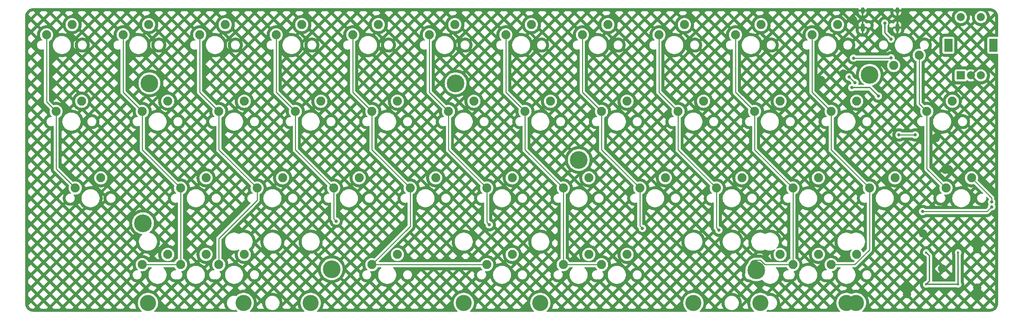
<source format=gbr>
G04 #@! TF.GenerationSoftware,KiCad,Pcbnew,8.0.8*
G04 #@! TF.CreationDate,2025-03-09T16:53:55+01:00*
G04 #@! TF.ProjectId,PowerVan,506f7765-7256-4616-9e2e-6b696361645f,rev?*
G04 #@! TF.SameCoordinates,Original*
G04 #@! TF.FileFunction,Copper,L1,Top*
G04 #@! TF.FilePolarity,Positive*
%FSLAX46Y46*%
G04 Gerber Fmt 4.6, Leading zero omitted, Abs format (unit mm)*
G04 Created by KiCad (PCBNEW 8.0.8) date 2025-03-09 16:53:55*
%MOMM*%
%LPD*%
G01*
G04 APERTURE LIST*
G04 #@! TA.AperFunction,ComponentPad*
%ADD10C,2.250000*%
G04 #@! TD*
G04 #@! TA.AperFunction,ComponentPad*
%ADD11R,2.000000X2.000000*%
G04 #@! TD*
G04 #@! TA.AperFunction,ComponentPad*
%ADD12C,2.000000*%
G04 #@! TD*
G04 #@! TA.AperFunction,ComponentPad*
%ADD13R,2.000000X3.200000*%
G04 #@! TD*
G04 #@! TA.AperFunction,ComponentPad*
%ADD14C,4.400000*%
G04 #@! TD*
G04 #@! TA.AperFunction,ComponentPad*
%ADD15C,4.000000*%
G04 #@! TD*
G04 #@! TA.AperFunction,ComponentPad*
%ADD16O,1.000000X1.600000*%
G04 #@! TD*
G04 #@! TA.AperFunction,ComponentPad*
%ADD17O,1.000000X2.100000*%
G04 #@! TD*
G04 #@! TA.AperFunction,ViaPad*
%ADD18C,0.600000*%
G04 #@! TD*
G04 #@! TA.AperFunction,ViaPad*
%ADD19C,0.800000*%
G04 #@! TD*
G04 #@! TA.AperFunction,Conductor*
%ADD20C,0.350000*%
G04 #@! TD*
G04 #@! TA.AperFunction,Conductor*
%ADD21C,0.250000*%
G04 #@! TD*
G04 APERTURE END LIST*
D10*
X374015500Y-223679000D03*
X380365500Y-221139000D03*
X307340500Y-223679000D03*
X313690500Y-221139000D03*
X212090500Y-204629000D03*
X218440500Y-202089000D03*
X402590500Y-204629000D03*
X408940500Y-202089000D03*
X307340500Y-204629000D03*
X313690500Y-202089000D03*
X250190500Y-204629000D03*
X256540500Y-202089000D03*
X383540500Y-204629000D03*
X389890500Y-202089000D03*
X345440500Y-204629000D03*
X351790500Y-202089000D03*
X231140500Y-204629000D03*
X237490500Y-202089000D03*
X259715500Y-223679000D03*
X266065500Y-221139000D03*
X364490500Y-204629000D03*
X370840500Y-202089000D03*
D11*
X406286200Y-176612800D03*
D12*
X411286200Y-176612800D03*
X408786200Y-176612800D03*
D13*
X403186200Y-169112800D03*
X414386200Y-169112800D03*
D12*
X411286200Y-162112800D03*
X406286200Y-162112800D03*
D10*
X364490500Y-223679000D03*
X370840500Y-221139000D03*
X354965500Y-223679000D03*
X361315500Y-221139000D03*
X202565500Y-223679000D03*
X208915500Y-221139000D03*
X221615500Y-223679000D03*
X227965500Y-221139000D03*
X326390500Y-204629000D03*
X332740500Y-202089000D03*
X269240500Y-204629000D03*
X275590500Y-202089000D03*
X178753000Y-166529000D03*
X185103000Y-163989000D03*
X374015500Y-185579000D03*
X380365500Y-183039000D03*
X221615500Y-185579000D03*
X227965500Y-183039000D03*
X202565500Y-185579000D03*
X208915500Y-183039000D03*
X181134250Y-185579000D03*
X187484250Y-183039000D03*
X350203000Y-166529000D03*
X356553000Y-163989000D03*
X312103000Y-166529000D03*
X318453000Y-163989000D03*
X235903000Y-166529000D03*
X242253000Y-163989000D03*
X274003000Y-166529000D03*
X280353000Y-163989000D03*
X395923000Y-171609000D03*
X389573000Y-174149000D03*
X369253000Y-166529000D03*
X375603000Y-163989000D03*
X216853000Y-166529000D03*
X223203000Y-163989000D03*
X259715500Y-185579000D03*
X266065500Y-183039000D03*
X331153000Y-166529000D03*
X337503000Y-163989000D03*
X397828000Y-185579000D03*
X404178000Y-183039000D03*
X316865500Y-185579000D03*
X323215500Y-183039000D03*
X278765500Y-185579000D03*
X285115500Y-183039000D03*
X197803000Y-166529000D03*
X204153000Y-163989000D03*
X293053000Y-166529000D03*
X299403000Y-163989000D03*
X240665500Y-185579000D03*
X247015500Y-183039000D03*
X335915500Y-185579000D03*
X342265500Y-183039000D03*
X297815500Y-185579000D03*
X304165500Y-183039000D03*
X254953000Y-166529000D03*
X261303000Y-163989000D03*
X185896750Y-204629000D03*
X192246750Y-202089000D03*
D14*
X202762500Y-213367750D03*
X249712500Y-224817750D03*
X280562500Y-178594000D03*
X311212500Y-197644000D03*
X383612500Y-176467750D03*
X204362500Y-178593750D03*
D10*
X354954400Y-185577800D03*
X361304400Y-183037800D03*
X288290500Y-204629000D03*
X294640500Y-202089000D03*
D14*
X355369250Y-225103000D03*
D15*
X227806750Y-233204000D03*
X203994250Y-233204000D03*
X282575500Y-233204000D03*
X244475500Y-233204000D03*
X339725500Y-233204000D03*
X301625500Y-233204000D03*
X377825500Y-233204000D03*
X244475500Y-233204000D03*
D10*
X212090500Y-223679000D03*
X218440500Y-221139000D03*
D15*
X339725500Y-233204000D03*
X244475500Y-233204000D03*
X380206750Y-233204000D03*
X356394250Y-233204000D03*
D10*
X316865500Y-223679000D03*
X323215500Y-221139000D03*
X288290500Y-223679000D03*
X294640500Y-221139000D03*
D16*
X381839500Y-160505250D03*
D17*
X381839500Y-164685250D03*
D16*
X390479500Y-160505250D03*
D17*
X390479500Y-164685250D03*
D18*
X410369250Y-229394000D03*
D19*
X392906750Y-162819000D03*
X379413000Y-162819000D03*
D18*
X410369250Y-230981500D03*
D19*
X371475500Y-177800250D03*
D18*
X401638000Y-224631500D03*
D19*
X410350500Y-218281500D03*
X380067479Y-171058837D03*
D18*
X396875500Y-215919000D03*
D19*
X402431750Y-200025250D03*
X408781750Y-178594000D03*
X400050500Y-192137000D03*
D18*
X410369250Y-219869000D03*
D19*
X377031750Y-176212750D03*
X403225500Y-200025250D03*
D18*
X392906750Y-230981500D03*
X392906750Y-229394000D03*
D19*
X250825500Y-212862000D03*
X288925500Y-213762000D03*
X327025500Y-214662000D03*
X346075500Y-215112000D03*
X388938000Y-172244000D03*
X379595302Y-172305694D03*
X390891220Y-191415726D03*
X394916418Y-191413902D03*
X396785150Y-210465861D03*
X413968721Y-209309984D03*
D18*
X405606750Y-228600250D03*
X397669250Y-220662750D03*
X405606750Y-220662750D03*
X397669250Y-228600250D03*
D19*
X413959493Y-208101164D03*
X385763000Y-181769000D03*
X379138122Y-179662628D03*
X378463000Y-177006500D03*
X379929211Y-178403105D03*
X388938000Y-167581500D03*
X387350500Y-163612750D03*
D20*
X381839500Y-164585250D02*
X381839500Y-160405250D01*
X381839500Y-160405250D02*
X390479500Y-160405250D01*
X390479500Y-160405250D02*
X390479500Y-164585250D01*
D21*
X178753000Y-166529000D02*
X178753000Y-183197750D01*
X181134250Y-185579000D02*
X181134250Y-199866500D01*
X178753000Y-183197750D02*
X181134250Y-185579000D01*
X181134250Y-199866500D02*
X185896750Y-204629000D01*
X202565500Y-223679000D02*
X212090500Y-223679000D01*
X212090500Y-204629000D02*
X212090500Y-223679000D01*
X197803000Y-166529000D02*
X197803000Y-180816500D01*
X197803000Y-180816500D02*
X202565500Y-185579000D01*
X202565500Y-185579000D02*
X202565500Y-195104000D01*
X202565500Y-195104000D02*
X212090500Y-204629000D01*
X221615500Y-217191767D02*
X221615500Y-223679000D01*
X231140500Y-204629000D02*
X231140500Y-207666767D01*
X221615500Y-185579000D02*
X221615500Y-195104000D01*
X216853000Y-180816500D02*
X221615500Y-185579000D01*
X221615500Y-195104000D02*
X231140500Y-204629000D01*
X216853000Y-166529000D02*
X216853000Y-180816500D01*
X231140500Y-207666767D02*
X221615500Y-217191767D01*
X250190500Y-204629000D02*
X250190500Y-212227000D01*
X250190500Y-212227000D02*
X250825500Y-212862000D01*
X240665500Y-185579000D02*
X240665500Y-195104000D01*
X235903000Y-180816500D02*
X240665500Y-185579000D01*
X235903000Y-166529000D02*
X235903000Y-180816500D01*
X240665500Y-195104000D02*
X250190500Y-204629000D01*
X259715500Y-185579000D02*
X259715500Y-195104000D01*
X254953000Y-166529000D02*
X254953000Y-180816500D01*
X269240500Y-214154000D02*
X259715500Y-223679000D01*
X269240500Y-204629000D02*
X269240500Y-214154000D01*
X259715500Y-195104000D02*
X269240500Y-204629000D01*
X259715500Y-223679000D02*
X288290500Y-223679000D01*
X254953000Y-180816500D02*
X259715500Y-185579000D01*
X278765500Y-185579000D02*
X278765500Y-195104000D01*
X278765500Y-195104000D02*
X288290500Y-204629000D01*
X288290500Y-204629000D02*
X288290500Y-213127000D01*
X288290500Y-213127000D02*
X288925500Y-213762000D01*
X274003000Y-166529000D02*
X274003000Y-180816500D01*
X274003000Y-180816500D02*
X278765500Y-185579000D01*
X293053000Y-166529000D02*
X293053000Y-180816500D01*
X307340500Y-204629000D02*
X307340500Y-223679000D01*
X307340500Y-223679000D02*
X316865500Y-223679000D01*
X297815500Y-195104000D02*
X307340500Y-204629000D01*
X297815500Y-185579000D02*
X297815500Y-195104000D01*
X293053000Y-180816500D02*
X297815500Y-185579000D01*
X312103000Y-180816500D02*
X316865500Y-185579000D01*
X326390500Y-214027000D02*
X327025500Y-214662000D01*
X312103000Y-166529000D02*
X312103000Y-180816500D01*
X316865500Y-185579000D02*
X316865500Y-195104000D01*
X316865500Y-195104000D02*
X326390500Y-204629000D01*
X326390500Y-204629000D02*
X326390500Y-214027000D01*
X331153000Y-180816500D02*
X335915500Y-185579000D01*
X331153000Y-166529000D02*
X331153000Y-180816500D01*
X345440500Y-204629000D02*
X345440500Y-214477000D01*
X345440500Y-214477000D02*
X346075500Y-215112000D01*
X335915500Y-195104000D02*
X345440500Y-204629000D01*
X335915500Y-185579000D02*
X335915500Y-195104000D01*
X354954400Y-185577800D02*
X354954400Y-195092900D01*
X364490500Y-204629000D02*
X364490500Y-223679000D01*
X350203000Y-180826400D02*
X354954400Y-185577800D01*
X354954400Y-195092900D02*
X364490500Y-204629000D01*
X350203000Y-166529000D02*
X350203000Y-180826400D01*
X357516140Y-223679000D02*
X356415140Y-222578000D01*
X356415140Y-222578000D02*
X354965500Y-222578000D01*
X364490500Y-223679000D02*
X357516140Y-223679000D01*
X383540500Y-204629000D02*
X383540500Y-220014610D01*
X369253000Y-180816500D02*
X374015500Y-185579000D01*
X383540500Y-220014610D02*
X379876110Y-223679000D01*
X374015500Y-195104000D02*
X383540500Y-204629000D01*
X379876110Y-223679000D02*
X374015500Y-223679000D01*
X374015500Y-185579000D02*
X374015500Y-195104000D01*
X369253000Y-166529000D02*
X369253000Y-180816500D01*
X395923000Y-171609000D02*
X395923000Y-183674000D01*
X397828000Y-185579000D02*
X397828000Y-199866500D01*
X397828000Y-199866500D02*
X402590500Y-204629000D01*
X395923000Y-183674000D02*
X397828000Y-185579000D01*
X379595302Y-172305694D02*
X388876306Y-172305694D01*
X388876306Y-172305694D02*
X388938000Y-172244000D01*
X394914594Y-191415726D02*
X394916418Y-191413902D01*
X390891220Y-191415726D02*
X394914594Y-191415726D01*
X412746361Y-210465861D02*
X412812844Y-210465861D01*
X396785150Y-210465861D02*
X412746361Y-210465861D01*
X412746361Y-210465861D02*
X412750500Y-210470000D01*
X412812844Y-210465861D02*
X413968721Y-209309984D01*
D20*
X397669250Y-228600250D02*
X398463000Y-227806500D01*
X398463000Y-221456500D02*
X397669250Y-220662750D01*
X405606750Y-220662750D02*
X405606750Y-228600250D01*
X405606750Y-228600250D02*
X397669250Y-228600250D01*
X398463000Y-227806500D02*
X398463000Y-221456500D01*
D21*
X413959493Y-207107993D02*
X413959493Y-208101164D01*
X408940500Y-202089000D02*
X413959493Y-207107993D01*
D20*
X383656628Y-179662628D02*
X385763000Y-181769000D01*
X379138122Y-179662628D02*
X383656628Y-179662628D01*
D21*
X379929211Y-178403105D02*
X378532606Y-177006500D01*
X378532606Y-177006500D02*
X378463000Y-177006500D01*
D20*
X387350500Y-163512750D02*
X387350500Y-165994000D01*
X387350500Y-165994000D02*
X388938000Y-167581500D01*
G04 #@! TA.AperFunction,Conductor*
G36*
X380727746Y-159908994D02*
G01*
X380794782Y-159928679D01*
X380840537Y-159981483D01*
X380850481Y-160050641D01*
X380849361Y-160057184D01*
X380839500Y-160106760D01*
X380839500Y-160255250D01*
X381539500Y-160255250D01*
X381539500Y-160755250D01*
X380839500Y-160755250D01*
X380839500Y-160903745D01*
X380877927Y-161096931D01*
X380877930Y-161096943D01*
X380953307Y-161278921D01*
X380953314Y-161278934D01*
X381062748Y-161442712D01*
X381062751Y-161442716D01*
X381202033Y-161581998D01*
X381202037Y-161582001D01*
X381365815Y-161691435D01*
X381365828Y-161691442D01*
X381547808Y-161766819D01*
X381589500Y-161775112D01*
X381589500Y-160972238D01*
X381599440Y-160989455D01*
X381655295Y-161045310D01*
X381723704Y-161084806D01*
X381800004Y-161105250D01*
X381878996Y-161105250D01*
X381955296Y-161084806D01*
X382023705Y-161045310D01*
X382079560Y-160989455D01*
X382089500Y-160972238D01*
X382089500Y-161775112D01*
X382131190Y-161766819D01*
X382131192Y-161766819D01*
X382313171Y-161691442D01*
X382313184Y-161691435D01*
X382476962Y-161582001D01*
X382476966Y-161581998D01*
X382616248Y-161442716D01*
X382616251Y-161442712D01*
X382725685Y-161278934D01*
X382725692Y-161278921D01*
X382801069Y-161096943D01*
X382801072Y-161096931D01*
X382810194Y-161051073D01*
X383803797Y-161051073D01*
X384865871Y-162113147D01*
X385927945Y-161051072D01*
X386985777Y-161051072D01*
X388042117Y-162107412D01*
X388050052Y-162110945D01*
X388813118Y-161347880D01*
X388809382Y-161337440D01*
X388807471Y-161331655D01*
X388796808Y-161296504D01*
X388795186Y-161290643D01*
X388789219Y-161266825D01*
X388787885Y-161260882D01*
X388742289Y-161031653D01*
X388741248Y-161025655D01*
X388737646Y-161001370D01*
X388736901Y-160995330D01*
X388733301Y-160958776D01*
X388732853Y-160952705D01*
X388731649Y-160928188D01*
X388731500Y-160922106D01*
X388731500Y-160672646D01*
X388715849Y-160656995D01*
X387379855Y-160656995D01*
X386985777Y-161051072D01*
X385927945Y-161051072D01*
X385533868Y-160656995D01*
X384197875Y-160656995D01*
X383803797Y-161051073D01*
X382810194Y-161051073D01*
X382839499Y-160903745D01*
X382839500Y-160903742D01*
X382839500Y-160755250D01*
X382139500Y-160755250D01*
X382139500Y-160255250D01*
X382839500Y-160255250D01*
X382839500Y-160106758D01*
X382829639Y-160057188D01*
X382835866Y-159987596D01*
X382878728Y-159932418D01*
X382944617Y-159909173D01*
X382951229Y-159908995D01*
X389367748Y-159908997D01*
X389434781Y-159928681D01*
X389480536Y-159981485D01*
X389490480Y-160050643D01*
X389489360Y-160057185D01*
X389479500Y-160106758D01*
X389479500Y-160255250D01*
X390179500Y-160255250D01*
X390179500Y-160755250D01*
X389479500Y-160755250D01*
X389479500Y-160903745D01*
X389517927Y-161096931D01*
X389517930Y-161096943D01*
X389593307Y-161278921D01*
X389593314Y-161278934D01*
X389702748Y-161442712D01*
X389702751Y-161442716D01*
X389842033Y-161581998D01*
X389842037Y-161582001D01*
X390005815Y-161691435D01*
X390005828Y-161691442D01*
X390187808Y-161766819D01*
X390229500Y-161775112D01*
X390229500Y-160972238D01*
X390239440Y-160989455D01*
X390295295Y-161045310D01*
X390363704Y-161084806D01*
X390440004Y-161105250D01*
X390518996Y-161105250D01*
X390595296Y-161084806D01*
X390663705Y-161045310D01*
X390719560Y-160989455D01*
X390729500Y-160972238D01*
X390729500Y-161775112D01*
X390771190Y-161766819D01*
X390771192Y-161766819D01*
X390953171Y-161691442D01*
X390953184Y-161691435D01*
X391116962Y-161582001D01*
X391116966Y-161581998D01*
X391256248Y-161442716D01*
X391256251Y-161442712D01*
X391365685Y-161278934D01*
X391365692Y-161278921D01*
X391441069Y-161096943D01*
X391441072Y-161096931D01*
X391450194Y-161051072D01*
X393349737Y-161051072D01*
X394411813Y-162113147D01*
X395473887Y-161051072D01*
X396531718Y-161051072D01*
X397593793Y-162113147D01*
X398655867Y-161051072D01*
X399713698Y-161051072D01*
X400775774Y-162113147D01*
X401837848Y-161051072D01*
X402895679Y-161051072D01*
X403957754Y-162113147D01*
X403958101Y-162112800D01*
X404773035Y-162112800D01*
X404791665Y-162349514D01*
X404847095Y-162580395D01*
X404847095Y-162580397D01*
X404937957Y-162799759D01*
X404937959Y-162799762D01*
X405062020Y-163002210D01*
X405062021Y-163002213D01*
X405082236Y-163025881D01*
X405216231Y-163182769D01*
X405348241Y-163295516D01*
X405396786Y-163336978D01*
X405396788Y-163336978D01*
X405439359Y-163363066D01*
X405599237Y-163461040D01*
X405599240Y-163461042D01*
X405818603Y-163551904D01*
X405818604Y-163551904D01*
X405818606Y-163551905D01*
X406049489Y-163607335D01*
X406286200Y-163625965D01*
X406522911Y-163607335D01*
X406753794Y-163551905D01*
X406753796Y-163551904D01*
X406753797Y-163551904D01*
X406973159Y-163461042D01*
X406973160Y-163461041D01*
X406973163Y-163461040D01*
X407175616Y-163336976D01*
X407307055Y-163224716D01*
X408251303Y-163224716D01*
X408730724Y-163704137D01*
X409279643Y-163155219D01*
X409278163Y-163152451D01*
X409264823Y-163126272D01*
X409262694Y-163121883D01*
X409254470Y-163104042D01*
X409252521Y-163099585D01*
X409150410Y-162853067D01*
X409148635Y-162848533D01*
X409141838Y-162830109D01*
X409140243Y-162825507D01*
X409131164Y-162797564D01*
X409129750Y-162792904D01*
X409124420Y-162774004D01*
X409123191Y-162769294D01*
X409060902Y-162509839D01*
X409059858Y-162505081D01*
X409056026Y-162485814D01*
X409055171Y-162481022D01*
X409050575Y-162452003D01*
X409049907Y-162447173D01*
X409047601Y-162427680D01*
X409047124Y-162422843D01*
X409026188Y-162156844D01*
X409025902Y-162151982D01*
X409025131Y-162132359D01*
X409025035Y-162127491D01*
X409025035Y-162112800D01*
X409773035Y-162112800D01*
X409791665Y-162349514D01*
X409847095Y-162580395D01*
X409847095Y-162580397D01*
X409937957Y-162799759D01*
X409937959Y-162799762D01*
X410062020Y-163002210D01*
X410062021Y-163002213D01*
X410082236Y-163025881D01*
X410216231Y-163182769D01*
X410348241Y-163295516D01*
X410396786Y-163336978D01*
X410396788Y-163336978D01*
X410439359Y-163363066D01*
X410599237Y-163461040D01*
X410599240Y-163461042D01*
X410818603Y-163551904D01*
X410818604Y-163551904D01*
X410818606Y-163551905D01*
X411049489Y-163607335D01*
X411286200Y-163625965D01*
X411522911Y-163607335D01*
X411753794Y-163551905D01*
X411753796Y-163551904D01*
X411753797Y-163551904D01*
X411973159Y-163461042D01*
X411973160Y-163461041D01*
X411973163Y-163461040D01*
X412175616Y-163336976D01*
X412356169Y-163182769D01*
X412510376Y-163002216D01*
X412634440Y-162799763D01*
X412637683Y-162791935D01*
X412699762Y-162642062D01*
X414032610Y-162642062D01*
X414812123Y-163421575D01*
X414812123Y-162035079D01*
X414812120Y-162035055D01*
X414812120Y-161948657D01*
X414806826Y-161867846D01*
X414032610Y-162642062D01*
X412699762Y-162642062D01*
X412725304Y-162580397D01*
X412725304Y-162580396D01*
X412725305Y-162580394D01*
X412780735Y-162349511D01*
X412799365Y-162112800D01*
X412780735Y-161876089D01*
X412725305Y-161645206D01*
X412725304Y-161645203D01*
X412725304Y-161645202D01*
X412634442Y-161425840D01*
X412634440Y-161425837D01*
X412555184Y-161296504D01*
X412510378Y-161223388D01*
X412510378Y-161223386D01*
X412423408Y-161121558D01*
X412356169Y-161042831D01*
X412236796Y-160940876D01*
X412175613Y-160888621D01*
X412175610Y-160888620D01*
X411973162Y-160764559D01*
X411973159Y-160764557D01*
X411753796Y-160673695D01*
X411684273Y-160657004D01*
X413010326Y-160657004D01*
X413088695Y-160748762D01*
X413091779Y-160752520D01*
X413103929Y-160767930D01*
X413106871Y-160771816D01*
X413124142Y-160795586D01*
X413126924Y-160799578D01*
X413137842Y-160815916D01*
X413140471Y-160820022D01*
X413279888Y-161047530D01*
X413282348Y-161051727D01*
X413291941Y-161068855D01*
X413294237Y-161073149D01*
X413307577Y-161099328D01*
X413309706Y-161103717D01*
X413317930Y-161121558D01*
X413319879Y-161126015D01*
X413421990Y-161372533D01*
X413423765Y-161377067D01*
X413430562Y-161395491D01*
X413432157Y-161400093D01*
X413441236Y-161428036D01*
X413442650Y-161432696D01*
X413447980Y-161451596D01*
X413449209Y-161456306D01*
X413511498Y-161715761D01*
X413512542Y-161720519D01*
X413516374Y-161739786D01*
X413517229Y-161744578D01*
X413521825Y-161773597D01*
X413522493Y-161778427D01*
X413524799Y-161797920D01*
X413525276Y-161802757D01*
X413546212Y-162068756D01*
X413546316Y-162070526D01*
X414508596Y-161108246D01*
X414439640Y-161029613D01*
X414315074Y-160920367D01*
X414177318Y-160828316D01*
X414028724Y-160755033D01*
X413871853Y-160701779D01*
X413709348Y-160669451D01*
X413519535Y-160657004D01*
X413010326Y-160657004D01*
X411684273Y-160657004D01*
X411522914Y-160618265D01*
X411286200Y-160599635D01*
X411049485Y-160618265D01*
X410818604Y-160673695D01*
X410818602Y-160673695D01*
X410599240Y-160764557D01*
X410599237Y-160764559D01*
X410396789Y-160888620D01*
X410396786Y-160888621D01*
X410216231Y-161042831D01*
X410062021Y-161223386D01*
X410062020Y-161223389D01*
X409937959Y-161425837D01*
X409937957Y-161425840D01*
X409847095Y-161645202D01*
X409847095Y-161645204D01*
X409791665Y-161876085D01*
X409773035Y-162112800D01*
X409025035Y-162112800D01*
X409025035Y-162098109D01*
X409025131Y-162093241D01*
X409025902Y-162073618D01*
X409026188Y-162068757D01*
X409040291Y-161889554D01*
X408730724Y-161579987D01*
X408523528Y-161787183D01*
X408524799Y-161797920D01*
X408525276Y-161802757D01*
X408546212Y-162068756D01*
X408546498Y-162073618D01*
X408547269Y-162093241D01*
X408547365Y-162098109D01*
X408547365Y-162127491D01*
X408547269Y-162132359D01*
X408546498Y-162151982D01*
X408546212Y-162156844D01*
X408525276Y-162422843D01*
X408524799Y-162427680D01*
X408522493Y-162447173D01*
X408521825Y-162452003D01*
X408517229Y-162481022D01*
X408516374Y-162485814D01*
X408512542Y-162505081D01*
X408511498Y-162509839D01*
X408449209Y-162769294D01*
X408447980Y-162774004D01*
X408442650Y-162792904D01*
X408441236Y-162797564D01*
X408432157Y-162825507D01*
X408430562Y-162830109D01*
X408423765Y-162848533D01*
X408421990Y-162853067D01*
X408319879Y-163099585D01*
X408317930Y-163104042D01*
X408309706Y-163121883D01*
X408307577Y-163126272D01*
X408294237Y-163152451D01*
X408291941Y-163156745D01*
X408282348Y-163173873D01*
X408279888Y-163178070D01*
X408251303Y-163224716D01*
X407307055Y-163224716D01*
X407356169Y-163182769D01*
X407510376Y-163002216D01*
X407634440Y-162799763D01*
X407637683Y-162791935D01*
X407725304Y-162580397D01*
X407725304Y-162580396D01*
X407725305Y-162580394D01*
X407780735Y-162349511D01*
X407799365Y-162112800D01*
X407780735Y-161876089D01*
X407725305Y-161645206D01*
X407725304Y-161645203D01*
X407725304Y-161645202D01*
X407634442Y-161425840D01*
X407634440Y-161425837D01*
X407555184Y-161296504D01*
X407510378Y-161223388D01*
X407510378Y-161223386D01*
X407423408Y-161121558D01*
X407356169Y-161042831D01*
X407236796Y-160940876D01*
X407175613Y-160888621D01*
X407175610Y-160888620D01*
X406973162Y-160764559D01*
X406973159Y-160764557D01*
X406753796Y-160673695D01*
X406522914Y-160618265D01*
X406286200Y-160599635D01*
X406049485Y-160618265D01*
X405818604Y-160673695D01*
X405818602Y-160673695D01*
X405599240Y-160764557D01*
X405599237Y-160764559D01*
X405396789Y-160888620D01*
X405396786Y-160888621D01*
X405216231Y-161042831D01*
X405062021Y-161223386D01*
X405062020Y-161223389D01*
X404937959Y-161425837D01*
X404937957Y-161425840D01*
X404847095Y-161645202D01*
X404847095Y-161645204D01*
X404791665Y-161876085D01*
X404773035Y-162112800D01*
X403958101Y-162112800D01*
X404028242Y-162042658D01*
X404047124Y-161802757D01*
X404047601Y-161797920D01*
X404049907Y-161778427D01*
X404050575Y-161773597D01*
X404055171Y-161744578D01*
X404056026Y-161739786D01*
X404059858Y-161720519D01*
X404060902Y-161715761D01*
X404123191Y-161456306D01*
X404124420Y-161451596D01*
X404129750Y-161432696D01*
X404131164Y-161428036D01*
X404140243Y-161400093D01*
X404141838Y-161395491D01*
X404148635Y-161377067D01*
X404150410Y-161372533D01*
X404252521Y-161126015D01*
X404254470Y-161121558D01*
X404262694Y-161103717D01*
X404264823Y-161099328D01*
X404278163Y-161073149D01*
X404280459Y-161068855D01*
X404290052Y-161051727D01*
X404292512Y-161047530D01*
X404431929Y-160820022D01*
X404434558Y-160815916D01*
X404445476Y-160799578D01*
X404448258Y-160795586D01*
X404465529Y-160771816D01*
X404468471Y-160767930D01*
X404480621Y-160752520D01*
X404483705Y-160748762D01*
X404562076Y-160657001D01*
X403289751Y-160657001D01*
X402895679Y-161051072D01*
X401837848Y-161051072D01*
X401443776Y-160657000D01*
X400107771Y-160657000D01*
X399713698Y-161051072D01*
X398655867Y-161051072D01*
X398261794Y-160656999D01*
X396925792Y-160656999D01*
X396531718Y-161051072D01*
X395473887Y-161051072D01*
X395079813Y-160656998D01*
X393743812Y-160656998D01*
X393349737Y-161051072D01*
X391450194Y-161051072D01*
X391479499Y-160903745D01*
X391479500Y-160903742D01*
X391479500Y-160755250D01*
X390779500Y-160755250D01*
X390779500Y-160255250D01*
X391479500Y-160255250D01*
X391479500Y-160106758D01*
X391479499Y-160106757D01*
X391469640Y-160057190D01*
X391475867Y-159987598D01*
X391518730Y-159932421D01*
X391584619Y-159909176D01*
X391591233Y-159908998D01*
X413540005Y-159909005D01*
X413548058Y-159909270D01*
X413796377Y-159925551D01*
X413799099Y-159925730D01*
X413815180Y-159927847D01*
X414057909Y-159976135D01*
X414073562Y-159980329D01*
X414307924Y-160059890D01*
X414322889Y-160066089D01*
X414544516Y-160175391D01*
X414544851Y-160175556D01*
X414558897Y-160183666D01*
X414764661Y-160321160D01*
X414777529Y-160331035D01*
X414963590Y-160494215D01*
X414975058Y-160505683D01*
X415107712Y-160656954D01*
X415138227Y-160691751D01*
X415148100Y-160704619D01*
X415281145Y-160903745D01*
X415285584Y-160910388D01*
X415293692Y-160924432D01*
X415307634Y-160952705D01*
X415403148Y-161146402D01*
X415409354Y-161161388D01*
X415488893Y-161395724D01*
X415493091Y-161411391D01*
X415541365Y-161654115D01*
X415543482Y-161670197D01*
X415559857Y-161920141D01*
X415560122Y-161928250D01*
X415560121Y-161976842D01*
X415560123Y-161976851D01*
X415560123Y-166880300D01*
X415540438Y-166947339D01*
X415487634Y-166993094D01*
X415436123Y-167004300D01*
X413337545Y-167004300D01*
X413276997Y-167010811D01*
X413276995Y-167010811D01*
X413139995Y-167061911D01*
X413022939Y-167149539D01*
X412935311Y-167266595D01*
X412884211Y-167403595D01*
X412884211Y-167403597D01*
X412877700Y-167464145D01*
X412877700Y-170761454D01*
X412884211Y-170822002D01*
X412884211Y-170822004D01*
X412929119Y-170942404D01*
X412935311Y-170959004D01*
X413022939Y-171076061D01*
X413139996Y-171163689D01*
X413255149Y-171206639D01*
X413273462Y-171213470D01*
X413276999Y-171214789D01*
X413304250Y-171217718D01*
X413337545Y-171221299D01*
X413337562Y-171221300D01*
X415436123Y-171221300D01*
X415503162Y-171240985D01*
X415548917Y-171293789D01*
X415560123Y-171345300D01*
X415560123Y-233358790D01*
X415559857Y-233366903D01*
X415543400Y-233617893D01*
X415541283Y-233633975D01*
X415492994Y-233876700D01*
X415488795Y-233892367D01*
X415409242Y-234126701D01*
X415403034Y-234141686D01*
X415293575Y-234363629D01*
X415285464Y-234377677D01*
X415147963Y-234583443D01*
X415138089Y-234596311D01*
X414974912Y-234782363D01*
X414963442Y-234793832D01*
X414777377Y-234956993D01*
X414764508Y-234966867D01*
X414558733Y-235104347D01*
X414544686Y-235112456D01*
X414322724Y-235221903D01*
X414307737Y-235228109D01*
X414073406Y-235307640D01*
X414057738Y-235311838D01*
X413815010Y-235360105D01*
X413798928Y-235362221D01*
X413547924Y-235378657D01*
X413539822Y-235378922D01*
X413516946Y-235378922D01*
X381862591Y-235378910D01*
X381795551Y-235359225D01*
X381749797Y-235306421D01*
X381739853Y-235237263D01*
X381768878Y-235173707D01*
X381789705Y-235154592D01*
X381808890Y-235140654D01*
X381993954Y-234966867D01*
X382038977Y-234924588D01*
X382038978Y-234924586D01*
X382038983Y-234924582D01*
X382240182Y-234681375D01*
X382409312Y-234414869D01*
X382493187Y-234236624D01*
X383803797Y-234236624D01*
X384198083Y-234630910D01*
X385533658Y-234630910D01*
X385927944Y-234236624D01*
X386985777Y-234236624D01*
X387380064Y-234630911D01*
X388715638Y-234630911D01*
X389109925Y-234236624D01*
X390167758Y-234236624D01*
X390562046Y-234630912D01*
X391897617Y-234630912D01*
X392291905Y-234236624D01*
X393349738Y-234236624D01*
X393744028Y-234630914D01*
X395079597Y-234630914D01*
X395473886Y-234236624D01*
X396531719Y-234236624D01*
X396926010Y-234630915D01*
X398261575Y-234630915D01*
X398655866Y-234236624D01*
X399713699Y-234236624D01*
X400107991Y-234630916D01*
X401443555Y-234630916D01*
X401837847Y-234236624D01*
X402895680Y-234236624D01*
X403289973Y-234630917D01*
X404625534Y-234630917D01*
X405019827Y-234236624D01*
X406077660Y-234236624D01*
X406471955Y-234630919D01*
X407807514Y-234630919D01*
X408201808Y-234236624D01*
X409259641Y-234236624D01*
X409653937Y-234630920D01*
X410989493Y-234630920D01*
X411383790Y-234236624D01*
X412441621Y-234236624D01*
X412835918Y-234630921D01*
X413516946Y-234630922D01*
X413519420Y-234630922D01*
X413709237Y-234618492D01*
X413871743Y-234586177D01*
X414028599Y-234532941D01*
X414177206Y-234459664D01*
X414314955Y-234367632D01*
X414439523Y-234258399D01*
X414508687Y-234179540D01*
X413503696Y-233174549D01*
X412441621Y-234236624D01*
X411383790Y-234236624D01*
X410321715Y-233174549D01*
X409259641Y-234236624D01*
X408201808Y-234236624D01*
X408201809Y-234236623D01*
X407139735Y-233174549D01*
X406077660Y-234236624D01*
X405019827Y-234236624D01*
X405019828Y-234236623D01*
X403957754Y-233174549D01*
X402895680Y-234236624D01*
X401837847Y-234236624D01*
X401837848Y-234236623D01*
X400775774Y-233174549D01*
X399713699Y-234236624D01*
X398655866Y-234236624D01*
X398655867Y-234236623D01*
X397593793Y-233174549D01*
X396531719Y-234236624D01*
X395473886Y-234236624D01*
X395473887Y-234236623D01*
X394411813Y-233174549D01*
X393349738Y-234236624D01*
X392291905Y-234236624D01*
X392291906Y-234236623D01*
X391229832Y-233174549D01*
X390167758Y-234236624D01*
X389109925Y-234236624D01*
X389109926Y-234236623D01*
X388047852Y-233174549D01*
X386985777Y-234236624D01*
X385927944Y-234236624D01*
X385927945Y-234236623D01*
X384865871Y-233174549D01*
X383803797Y-234236624D01*
X382493187Y-234236624D01*
X382543706Y-234129266D01*
X382641245Y-233829072D01*
X382700391Y-233519020D01*
X382700872Y-233511386D01*
X382720210Y-233204005D01*
X382720210Y-233203994D01*
X382700392Y-232888987D01*
X382700391Y-232888980D01*
X382641245Y-232578928D01*
X382543706Y-232278734D01*
X382409312Y-231993131D01*
X382329268Y-231867002D01*
X382249346Y-231741064D01*
X383117375Y-231741064D01*
X383225522Y-231970887D01*
X383227126Y-231974439D01*
X383233368Y-231988864D01*
X383234861Y-231992469D01*
X383243512Y-232014323D01*
X383244888Y-232017964D01*
X383250206Y-232032737D01*
X383251466Y-232036418D01*
X383356268Y-232358964D01*
X383357415Y-232362694D01*
X383361799Y-232377787D01*
X383362825Y-232381536D01*
X383368670Y-232404300D01*
X383369581Y-232408096D01*
X383373005Y-232423418D01*
X383373794Y-232427225D01*
X383437344Y-232760358D01*
X383438014Y-232764197D01*
X383440471Y-232779711D01*
X383441019Y-232783566D01*
X383443965Y-232806885D01*
X383444392Y-232810755D01*
X383445871Y-232826398D01*
X383446177Y-232830284D01*
X383467472Y-233168762D01*
X383467656Y-233172656D01*
X383468149Y-233188357D01*
X383468210Y-233192249D01*
X383468210Y-233215751D01*
X383468149Y-233219643D01*
X383467656Y-233235344D01*
X383467472Y-233239238D01*
X383448949Y-233533640D01*
X384336956Y-232645634D01*
X385394787Y-232645634D01*
X386456862Y-233707709D01*
X387518937Y-232645634D01*
X388576767Y-232645634D01*
X389638842Y-233707709D01*
X390700917Y-232645634D01*
X390700916Y-232645633D01*
X391758747Y-232645633D01*
X392820823Y-233707709D01*
X393882898Y-232645634D01*
X394940728Y-232645634D01*
X396002803Y-233707709D01*
X397064878Y-232645634D01*
X398122709Y-232645634D01*
X399184784Y-233707709D01*
X400246859Y-232645634D01*
X401304689Y-232645634D01*
X402366764Y-233707709D01*
X403428839Y-232645634D01*
X404486670Y-232645634D01*
X405548745Y-233707709D01*
X406610820Y-232645634D01*
X407668650Y-232645634D01*
X408730725Y-233707709D01*
X409792800Y-232645634D01*
X410850631Y-232645634D01*
X411912706Y-233707709D01*
X412974781Y-232645634D01*
X414032611Y-232645634D01*
X414806782Y-233419805D01*
X414812123Y-233338353D01*
X414812123Y-231866122D01*
X414032611Y-232645634D01*
X412974781Y-232645634D01*
X411912706Y-231583559D01*
X410850631Y-232645634D01*
X409792800Y-232645634D01*
X408730725Y-231583559D01*
X407668650Y-232645634D01*
X406610820Y-232645634D01*
X405548745Y-231583559D01*
X404486670Y-232645634D01*
X403428839Y-232645634D01*
X402366764Y-231583559D01*
X401304689Y-232645634D01*
X400246859Y-232645634D01*
X399184784Y-231583559D01*
X398122709Y-232645634D01*
X397064878Y-232645634D01*
X396002803Y-231583559D01*
X394940728Y-232645634D01*
X393882898Y-232645634D01*
X393202727Y-231965463D01*
X393027126Y-232002790D01*
X393001344Y-232005500D01*
X392812156Y-232005500D01*
X392786374Y-232002790D01*
X392601321Y-231963455D01*
X392576668Y-231955445D01*
X392488286Y-231916094D01*
X391758747Y-232645633D01*
X390700916Y-232645633D01*
X389638842Y-231583559D01*
X388576767Y-232645634D01*
X387518937Y-232645634D01*
X386456862Y-231583559D01*
X385394787Y-232645634D01*
X384336956Y-232645634D01*
X383274880Y-231583558D01*
X383117375Y-231741064D01*
X382249346Y-231741064D01*
X382240188Y-231726634D01*
X382240186Y-231726632D01*
X382240182Y-231726625D01*
X382038983Y-231483418D01*
X382038982Y-231483417D01*
X382038977Y-231483411D01*
X381808891Y-231267347D01*
X381808881Y-231267339D01*
X381553540Y-231081823D01*
X381553533Y-231081818D01*
X381553529Y-231081816D01*
X381504104Y-231054644D01*
X383803796Y-231054644D01*
X384865871Y-232116718D01*
X385927946Y-231054644D01*
X386985777Y-231054644D01*
X388047852Y-232116719D01*
X389109927Y-231054644D01*
X390167757Y-231054644D01*
X391229831Y-232116718D01*
X391849902Y-231496647D01*
X393791741Y-231496647D01*
X394411813Y-232116719D01*
X395473888Y-231054644D01*
X395473887Y-231054643D01*
X396531718Y-231054643D01*
X397593793Y-232116718D01*
X398655868Y-231054644D01*
X399713699Y-231054644D01*
X400775774Y-232116719D01*
X401837849Y-231054644D01*
X401837848Y-231054643D01*
X402895679Y-231054643D01*
X403957754Y-232116718D01*
X405019829Y-231054644D01*
X406077660Y-231054644D01*
X407139735Y-232116719D01*
X408201810Y-231054644D01*
X412441621Y-231054644D01*
X413503696Y-232116719D01*
X414565771Y-231054644D01*
X413503696Y-229992569D01*
X412441621Y-231054644D01*
X408201810Y-231054644D01*
X407139735Y-229992569D01*
X406077660Y-231054644D01*
X405019829Y-231054644D01*
X403996935Y-230031750D01*
X403918573Y-230031750D01*
X402895679Y-231054643D01*
X401837848Y-231054643D01*
X400814955Y-230031750D01*
X400736593Y-230031750D01*
X399713699Y-231054644D01*
X398655868Y-231054644D01*
X397757841Y-230156617D01*
X397732139Y-230159513D01*
X397725207Y-230160098D01*
X397697194Y-230161671D01*
X397690242Y-230161866D01*
X397648258Y-230161866D01*
X397641306Y-230161671D01*
X397613293Y-230160098D01*
X397606361Y-230159513D01*
X397445026Y-230141334D01*
X396531718Y-231054643D01*
X395473887Y-231054643D01*
X394411812Y-229992568D01*
X393844585Y-230559796D01*
X393851400Y-230575102D01*
X393909863Y-230755030D01*
X393915253Y-230780388D01*
X393935028Y-230968539D01*
X393935028Y-230994461D01*
X393915253Y-231182612D01*
X393909863Y-231207970D01*
X393851400Y-231387898D01*
X393840856Y-231411579D01*
X393791741Y-231496647D01*
X391849902Y-231496647D01*
X391961254Y-231385295D01*
X391903637Y-231207970D01*
X391898247Y-231182612D01*
X391878472Y-230994461D01*
X391878472Y-230968539D01*
X391898247Y-230780388D01*
X391903637Y-230755031D01*
X391925378Y-230688115D01*
X391229832Y-229992569D01*
X390167757Y-231054644D01*
X389109927Y-231054644D01*
X388047852Y-229992569D01*
X386985777Y-231054644D01*
X385927946Y-231054644D01*
X384865871Y-229992569D01*
X383803796Y-231054644D01*
X381504104Y-231054644D01*
X381276929Y-230929753D01*
X381276926Y-230929751D01*
X381276921Y-230929749D01*
X381276920Y-230929748D01*
X380983455Y-230813557D01*
X380983452Y-230813556D01*
X380677728Y-230735060D01*
X380677715Y-230735058D01*
X380364582Y-230695500D01*
X380364571Y-230695500D01*
X380048929Y-230695500D01*
X380048917Y-230695500D01*
X379735784Y-230735058D01*
X379735771Y-230735060D01*
X379430047Y-230813556D01*
X379430044Y-230813557D01*
X379136579Y-230929748D01*
X379136576Y-230929750D01*
X379075861Y-230963128D01*
X379007631Y-230978174D01*
X378956389Y-230963128D01*
X378901236Y-230932808D01*
X378895679Y-230929753D01*
X378895677Y-230929752D01*
X378895673Y-230929750D01*
X378895670Y-230929748D01*
X378602205Y-230813557D01*
X378602202Y-230813556D01*
X378296478Y-230735060D01*
X378296465Y-230735058D01*
X377983332Y-230695500D01*
X377983321Y-230695500D01*
X377667679Y-230695500D01*
X377667667Y-230695500D01*
X377354534Y-230735058D01*
X377354521Y-230735060D01*
X377048797Y-230813556D01*
X377048794Y-230813557D01*
X376755329Y-230929748D01*
X376755328Y-230929749D01*
X376478721Y-231081816D01*
X376478709Y-231081823D01*
X376223368Y-231267339D01*
X376223358Y-231267347D01*
X375993272Y-231483411D01*
X375889306Y-231609085D01*
X375793084Y-231725398D01*
X375792061Y-231726634D01*
X375622942Y-231993123D01*
X375622936Y-231993134D01*
X375488546Y-232278727D01*
X375488544Y-232278732D01*
X375443467Y-232417467D01*
X375391005Y-232578928D01*
X375363494Y-232723145D01*
X375331857Y-232888987D01*
X375312040Y-233203994D01*
X375312040Y-233204005D01*
X375331857Y-233519012D01*
X375349534Y-233611677D01*
X375391005Y-233829072D01*
X375409069Y-233884668D01*
X375488544Y-234129267D01*
X375488546Y-234129272D01*
X375622936Y-234414865D01*
X375622942Y-234414876D01*
X375792061Y-234681365D01*
X375792063Y-234681368D01*
X375792068Y-234681375D01*
X375972550Y-234899539D01*
X375993272Y-234924588D01*
X376223358Y-235140652D01*
X376223364Y-235140658D01*
X376241885Y-235154113D01*
X376242461Y-235154532D01*
X376242540Y-235154589D01*
X376285206Y-235209918D01*
X376291187Y-235279531D01*
X376258582Y-235341327D01*
X376197744Y-235375685D01*
X376169656Y-235378908D01*
X358050104Y-235378901D01*
X357983064Y-235359216D01*
X357937310Y-235306412D01*
X357927366Y-235237254D01*
X357956391Y-235173698D01*
X357977220Y-235154582D01*
X357996384Y-235140658D01*
X357996390Y-235140654D01*
X358201519Y-234948024D01*
X358263862Y-234916483D01*
X358318492Y-234918641D01*
X358428570Y-234948137D01*
X358659193Y-234978500D01*
X358659200Y-234978500D01*
X358891800Y-234978500D01*
X358891807Y-234978500D01*
X359122430Y-234948137D01*
X359347118Y-234887932D01*
X359562025Y-234798915D01*
X359763474Y-234682608D01*
X359948019Y-234541002D01*
X360112502Y-234376519D01*
X360219847Y-234236624D01*
X361529933Y-234236624D01*
X361924210Y-234630901D01*
X363259804Y-234630901D01*
X363654081Y-234236624D01*
X364711913Y-234236624D01*
X365106191Y-234630902D01*
X366441783Y-234630902D01*
X366836061Y-234236624D01*
X367893894Y-234236624D01*
X368288174Y-234630904D01*
X369623763Y-234630904D01*
X370018042Y-234236624D01*
X371075874Y-234236624D01*
X371470155Y-234630905D01*
X372805741Y-234630905D01*
X373200023Y-234236623D01*
X372137949Y-233174549D01*
X371075874Y-234236624D01*
X370018042Y-234236624D01*
X370018043Y-234236623D01*
X368955969Y-233174549D01*
X367893894Y-234236624D01*
X366836061Y-234236624D01*
X366836062Y-234236623D01*
X365773988Y-233174549D01*
X364711913Y-234236624D01*
X363654081Y-234236624D01*
X363654082Y-234236623D01*
X362592008Y-233174549D01*
X361529933Y-234236624D01*
X360219847Y-234236624D01*
X360254108Y-234191974D01*
X360370415Y-233990525D01*
X360459432Y-233775618D01*
X360519637Y-233550930D01*
X360550000Y-233320307D01*
X360550000Y-233087693D01*
X360519637Y-232857070D01*
X360459432Y-232632382D01*
X360370415Y-232417475D01*
X360370413Y-232417472D01*
X360370411Y-232417467D01*
X360254112Y-232216033D01*
X360254108Y-232216026D01*
X360213333Y-232162887D01*
X360112503Y-232031482D01*
X360112497Y-232031475D01*
X359948024Y-231867002D01*
X359948017Y-231866996D01*
X359792025Y-231747300D01*
X360837276Y-231747300D01*
X360854991Y-231770387D01*
X360857411Y-231773650D01*
X360866945Y-231786956D01*
X360869253Y-231790291D01*
X360882853Y-231810646D01*
X360885050Y-231814053D01*
X360893688Y-231827944D01*
X360895774Y-231831424D01*
X361024323Y-232054075D01*
X361026295Y-232057624D01*
X361034010Y-232072058D01*
X361035863Y-232075666D01*
X361046692Y-232097625D01*
X361048430Y-232101299D01*
X361055182Y-232116203D01*
X361056793Y-232119920D01*
X361155181Y-232357450D01*
X361156673Y-232361226D01*
X361162441Y-232376552D01*
X361163809Y-232380376D01*
X361171677Y-232403558D01*
X361172917Y-232407416D01*
X361177664Y-232423065D01*
X361178778Y-232426967D01*
X361245317Y-232675297D01*
X361246302Y-232679229D01*
X361250018Y-232695164D01*
X361250875Y-232699134D01*
X361255651Y-232723145D01*
X361256377Y-232727135D01*
X361259043Y-232743281D01*
X361259639Y-232747296D01*
X361293198Y-233002193D01*
X361293662Y-233006227D01*
X361295266Y-233022515D01*
X361295597Y-233026553D01*
X361297199Y-233050984D01*
X361297399Y-233055044D01*
X361297934Y-233071399D01*
X361298000Y-233075453D01*
X361298000Y-233332547D01*
X361297934Y-233336601D01*
X361297399Y-233352956D01*
X361297199Y-233357016D01*
X361295597Y-233381447D01*
X361295266Y-233385485D01*
X361293662Y-233401773D01*
X361293198Y-233405807D01*
X361291724Y-233417001D01*
X362063090Y-232645634D01*
X363120923Y-232645634D01*
X364182998Y-233707709D01*
X365245073Y-232645634D01*
X366302904Y-232645634D01*
X367364978Y-233707708D01*
X368427053Y-232645634D01*
X369484884Y-232645634D01*
X370546959Y-233707709D01*
X371609034Y-232645634D01*
X372666865Y-232645634D01*
X373728939Y-233707708D01*
X374584710Y-232851936D01*
X374586073Y-232830283D01*
X374586379Y-232826398D01*
X374587858Y-232810755D01*
X374588285Y-232806885D01*
X374591231Y-232783566D01*
X374591779Y-232779711D01*
X374594236Y-232764197D01*
X374594906Y-232760358D01*
X374644702Y-232499321D01*
X373728940Y-231583559D01*
X372666865Y-232645634D01*
X371609034Y-232645634D01*
X370546959Y-231583559D01*
X369484884Y-232645634D01*
X368427053Y-232645634D01*
X367364978Y-231583559D01*
X366302904Y-232645634D01*
X365245073Y-232645634D01*
X364182998Y-231583559D01*
X363120923Y-232645634D01*
X362063090Y-232645634D01*
X362063091Y-232645633D01*
X361001017Y-231583558D01*
X360837276Y-231747300D01*
X359792025Y-231747300D01*
X359763482Y-231725398D01*
X359763480Y-231725396D01*
X359763474Y-231725392D01*
X359763469Y-231725389D01*
X359763466Y-231725387D01*
X359562032Y-231609088D01*
X359562021Y-231609083D01*
X359347120Y-231520068D01*
X359210312Y-231483411D01*
X359122430Y-231459863D01*
X359071180Y-231453115D01*
X358891814Y-231429500D01*
X358891807Y-231429500D01*
X358659193Y-231429500D01*
X358659185Y-231429500D01*
X358454194Y-231456489D01*
X358428570Y-231459863D01*
X358428567Y-231459863D01*
X358428555Y-231459866D01*
X358318493Y-231489356D01*
X358248643Y-231487693D01*
X358201517Y-231459973D01*
X357996391Y-231267347D01*
X357996381Y-231267339D01*
X357741040Y-231081823D01*
X357741033Y-231081818D01*
X357741029Y-231081816D01*
X357464429Y-230929753D01*
X357464426Y-230929751D01*
X357464421Y-230929749D01*
X357464420Y-230929748D01*
X357170955Y-230813557D01*
X357170952Y-230813556D01*
X356865228Y-230735060D01*
X356865215Y-230735058D01*
X356552082Y-230695500D01*
X356552071Y-230695500D01*
X356236429Y-230695500D01*
X356236417Y-230695500D01*
X355923284Y-230735058D01*
X355923271Y-230735060D01*
X355617547Y-230813556D01*
X355617544Y-230813557D01*
X355324079Y-230929748D01*
X355324078Y-230929749D01*
X355047471Y-231081816D01*
X355047459Y-231081823D01*
X354792118Y-231267339D01*
X354792108Y-231267347D01*
X354562022Y-231483411D01*
X354458056Y-231609085D01*
X354361834Y-231725398D01*
X354360811Y-231726634D01*
X354191692Y-231993123D01*
X354191686Y-231993134D01*
X354057296Y-232278727D01*
X354057294Y-232278732D01*
X354012217Y-232417467D01*
X353959755Y-232578928D01*
X353932244Y-232723145D01*
X353900607Y-232888987D01*
X353880790Y-233203994D01*
X353880790Y-233204005D01*
X353900607Y-233519012D01*
X353918284Y-233611677D01*
X353959755Y-233829072D01*
X353977819Y-233884668D01*
X354057294Y-234129267D01*
X354057296Y-234129272D01*
X354191686Y-234414865D01*
X354191692Y-234414876D01*
X354360811Y-234681365D01*
X354360813Y-234681368D01*
X354360818Y-234681375D01*
X354541300Y-234899539D01*
X354562022Y-234924588D01*
X354792108Y-235140652D01*
X354792111Y-235140655D01*
X354798155Y-235145046D01*
X354811278Y-235154580D01*
X354853944Y-235209908D01*
X354859925Y-235279521D01*
X354827321Y-235341317D01*
X354766483Y-235375676D01*
X354738394Y-235378899D01*
X341381362Y-235378895D01*
X341314323Y-235359210D01*
X341268568Y-235306406D01*
X341258624Y-235237248D01*
X341287649Y-235173692D01*
X341308478Y-235154576D01*
X341327634Y-235140658D01*
X341327640Y-235140654D01*
X341512704Y-234966867D01*
X341557727Y-234924588D01*
X341557728Y-234924586D01*
X341557733Y-234924582D01*
X341758932Y-234681375D01*
X341868317Y-234509012D01*
X342710438Y-234509012D01*
X342832321Y-234630895D01*
X344167928Y-234630895D01*
X344562198Y-234236624D01*
X345620030Y-234236624D01*
X346014301Y-234630895D01*
X347166113Y-234630895D01*
X347159055Y-234621044D01*
X347156747Y-234617709D01*
X347143147Y-234597354D01*
X347140950Y-234593947D01*
X347132312Y-234580056D01*
X347130226Y-234576576D01*
X347001677Y-234353925D01*
X346999705Y-234350376D01*
X346991990Y-234335942D01*
X346990137Y-234332334D01*
X346979308Y-234310375D01*
X346977570Y-234306701D01*
X346970818Y-234291797D01*
X346969207Y-234288080D01*
X346870819Y-234050550D01*
X346869327Y-234046774D01*
X346863559Y-234031448D01*
X346862191Y-234027624D01*
X346854323Y-234004442D01*
X346853083Y-234000584D01*
X346848336Y-233984935D01*
X346847222Y-233981033D01*
X346780683Y-233732703D01*
X346779698Y-233728771D01*
X346775982Y-233712836D01*
X346775125Y-233708866D01*
X346770349Y-233684855D01*
X346769623Y-233680865D01*
X346766957Y-233664719D01*
X346766361Y-233660704D01*
X346732802Y-233405807D01*
X346732338Y-233401773D01*
X346730734Y-233385485D01*
X346730403Y-233381447D01*
X346728801Y-233357016D01*
X346728601Y-233352956D01*
X346728066Y-233336601D01*
X346728000Y-233332547D01*
X346728000Y-233220444D01*
X346682105Y-233174549D01*
X345620030Y-234236624D01*
X344562198Y-234236624D01*
X344562199Y-234236623D01*
X343500124Y-233174549D01*
X342939371Y-233735302D01*
X342892544Y-233980775D01*
X342891755Y-233984582D01*
X342888331Y-233999904D01*
X342887420Y-234003700D01*
X342881575Y-234026464D01*
X342880549Y-234030213D01*
X342876165Y-234045306D01*
X342875018Y-234049036D01*
X342770216Y-234371582D01*
X342768956Y-234375263D01*
X342763638Y-234390036D01*
X342762262Y-234393677D01*
X342753611Y-234415531D01*
X342752118Y-234419136D01*
X342745876Y-234433561D01*
X342744272Y-234437113D01*
X342710438Y-234509012D01*
X341868317Y-234509012D01*
X341928062Y-234414869D01*
X342062456Y-234129266D01*
X342159995Y-233829072D01*
X342219141Y-233519020D01*
X342219622Y-233511386D01*
X342238960Y-233204005D01*
X342238960Y-233203994D01*
X342219142Y-232888987D01*
X342219141Y-232888980D01*
X342172720Y-232645634D01*
X344029040Y-232645634D01*
X345091115Y-233707709D01*
X345711139Y-233087685D01*
X347476000Y-233087685D01*
X347476000Y-233320314D01*
X347497982Y-233487269D01*
X347506363Y-233550930D01*
X347527091Y-233628289D01*
X347566568Y-233775620D01*
X347655583Y-233990521D01*
X347655588Y-233990532D01*
X347771887Y-234191966D01*
X347771898Y-234191982D01*
X347913496Y-234376517D01*
X347913502Y-234376524D01*
X348077975Y-234540997D01*
X348077982Y-234541003D01*
X348195161Y-234630917D01*
X348262526Y-234682608D01*
X348262533Y-234682612D01*
X348463967Y-234798911D01*
X348463972Y-234798913D01*
X348463975Y-234798915D01*
X348571428Y-234843423D01*
X348678879Y-234887931D01*
X348678880Y-234887931D01*
X348678882Y-234887932D01*
X348903570Y-234948137D01*
X349134193Y-234978500D01*
X349134200Y-234978500D01*
X349366800Y-234978500D01*
X349366807Y-234978500D01*
X349597430Y-234948137D01*
X349822118Y-234887932D01*
X350037025Y-234798915D01*
X350238474Y-234682608D01*
X350423019Y-234541002D01*
X350587502Y-234376519D01*
X350694847Y-234236624D01*
X351983991Y-234236624D01*
X352378264Y-234630897D01*
X353466666Y-234630897D01*
X353375478Y-234437113D01*
X353373874Y-234433561D01*
X353367632Y-234419136D01*
X353366139Y-234415531D01*
X353357488Y-234393677D01*
X353356112Y-234390036D01*
X353350794Y-234375263D01*
X353349534Y-234371582D01*
X353244732Y-234049036D01*
X353243585Y-234045306D01*
X353239201Y-234030213D01*
X353238175Y-234026464D01*
X353232330Y-234003700D01*
X353231419Y-233999904D01*
X353227995Y-233984582D01*
X353227206Y-233980775D01*
X353163656Y-233647642D01*
X353162986Y-233643803D01*
X353160529Y-233628289D01*
X353159981Y-233624434D01*
X353157035Y-233601115D01*
X353156608Y-233597245D01*
X353155129Y-233581602D01*
X353154823Y-233577716D01*
X353135056Y-233263540D01*
X353046066Y-233174549D01*
X351983991Y-234236624D01*
X350694847Y-234236624D01*
X350729108Y-234191974D01*
X350845415Y-233990525D01*
X350934432Y-233775618D01*
X350994637Y-233550930D01*
X351025000Y-233320307D01*
X351025000Y-233087693D01*
X350994637Y-232857070D01*
X350934432Y-232632382D01*
X350845415Y-232417475D01*
X350845413Y-232417472D01*
X350845411Y-232417467D01*
X350729112Y-232216033D01*
X350729108Y-232216026D01*
X350688333Y-232162887D01*
X350587503Y-232031482D01*
X350587497Y-232031475D01*
X350423024Y-231867002D01*
X350423017Y-231866996D01*
X350251582Y-231735450D01*
X351303183Y-231735450D01*
X351329991Y-231770387D01*
X351332411Y-231773650D01*
X351341945Y-231786956D01*
X351344253Y-231790291D01*
X351357853Y-231810646D01*
X351360050Y-231814053D01*
X351368688Y-231827944D01*
X351370774Y-231831424D01*
X351499323Y-232054075D01*
X351501295Y-232057624D01*
X351509010Y-232072058D01*
X351510863Y-232075666D01*
X351521692Y-232097625D01*
X351523430Y-232101299D01*
X351530182Y-232116203D01*
X351531793Y-232119920D01*
X351630181Y-232357450D01*
X351631673Y-232361226D01*
X351637441Y-232376552D01*
X351638809Y-232380376D01*
X351646677Y-232403558D01*
X351647917Y-232407416D01*
X351652664Y-232423065D01*
X351653778Y-232426967D01*
X351720317Y-232675297D01*
X351721302Y-232679229D01*
X351725018Y-232695164D01*
X351725875Y-232699134D01*
X351730651Y-232723145D01*
X351731377Y-232727135D01*
X351734043Y-232743281D01*
X351734639Y-232747296D01*
X351768198Y-233002193D01*
X351768662Y-233006227D01*
X351770266Y-233022515D01*
X351770597Y-233026553D01*
X351772199Y-233050984D01*
X351772399Y-233055044D01*
X351772934Y-233071399D01*
X351773000Y-233075453D01*
X351773000Y-233332547D01*
X351772934Y-233336601D01*
X351772399Y-233352956D01*
X351772199Y-233357016D01*
X351770597Y-233381447D01*
X351770266Y-233385485D01*
X351769497Y-233393286D01*
X352517150Y-232645633D01*
X351455075Y-231583558D01*
X351303183Y-231735450D01*
X350251582Y-231735450D01*
X350238482Y-231725398D01*
X350238480Y-231725396D01*
X350238474Y-231725392D01*
X350238469Y-231725389D01*
X350238466Y-231725387D01*
X350037032Y-231609088D01*
X350037021Y-231609083D01*
X349822120Y-231520068D01*
X349685312Y-231483411D01*
X349597430Y-231459863D01*
X349546180Y-231453115D01*
X349366814Y-231429500D01*
X349366807Y-231429500D01*
X349134193Y-231429500D01*
X349134185Y-231429500D01*
X348929194Y-231456489D01*
X348903570Y-231459863D01*
X348847398Y-231474914D01*
X348678879Y-231520068D01*
X348463978Y-231609083D01*
X348463967Y-231609088D01*
X348262533Y-231725387D01*
X348262517Y-231725398D01*
X348077982Y-231866996D01*
X348077975Y-231867002D01*
X347913502Y-232031475D01*
X347913496Y-232031482D01*
X347771898Y-232216017D01*
X347771887Y-232216033D01*
X347655588Y-232417467D01*
X347655583Y-232417478D01*
X347566568Y-232632379D01*
X347506363Y-232857071D01*
X347476000Y-233087685D01*
X345711139Y-233087685D01*
X346153190Y-232645634D01*
X345091115Y-231583559D01*
X344029040Y-232645634D01*
X342172720Y-232645634D01*
X342159995Y-232578928D01*
X342062456Y-232278734D01*
X341928062Y-231993131D01*
X341848018Y-231867002D01*
X341758938Y-231726634D01*
X341758936Y-231726632D01*
X341758932Y-231726625D01*
X341557733Y-231483418D01*
X341557732Y-231483417D01*
X341557727Y-231483411D01*
X341327641Y-231267347D01*
X341327631Y-231267339D01*
X341072290Y-231081823D01*
X341072283Y-231081818D01*
X341072279Y-231081816D01*
X341022854Y-231054644D01*
X342438050Y-231054644D01*
X343500125Y-232116719D01*
X344562200Y-231054644D01*
X345620030Y-231054644D01*
X346682105Y-232116719D01*
X347744180Y-231054644D01*
X347371036Y-230681500D01*
X349175154Y-230681500D01*
X349379047Y-230681500D01*
X349383101Y-230681566D01*
X349399456Y-230682101D01*
X349403516Y-230682301D01*
X349427947Y-230683903D01*
X349431985Y-230684234D01*
X349448273Y-230685838D01*
X349452307Y-230686302D01*
X349707204Y-230719861D01*
X349711219Y-230720457D01*
X349727365Y-230723123D01*
X349731355Y-230723849D01*
X349755366Y-230728625D01*
X349759336Y-230729482D01*
X349775271Y-230733198D01*
X349779203Y-230734183D01*
X350027533Y-230800722D01*
X350031435Y-230801836D01*
X350047084Y-230806583D01*
X350050942Y-230807823D01*
X350074124Y-230815691D01*
X350077948Y-230817059D01*
X350093274Y-230822827D01*
X350097050Y-230824319D01*
X350334580Y-230922707D01*
X350338297Y-230924318D01*
X350353201Y-230931070D01*
X350356875Y-230932808D01*
X350378834Y-230943637D01*
X350382442Y-230945490D01*
X350396876Y-230953205D01*
X350400425Y-230955177D01*
X350623076Y-231083726D01*
X350626556Y-231085812D01*
X350640447Y-231094450D01*
X350643854Y-231096647D01*
X350664209Y-231110247D01*
X350667544Y-231112555D01*
X350680850Y-231122089D01*
X350684113Y-231124509D01*
X350781538Y-231199265D01*
X350926159Y-231054644D01*
X351983991Y-231054644D01*
X353046065Y-232116718D01*
X353543970Y-231618813D01*
X353551792Y-231605588D01*
X353553827Y-231602266D01*
X353735565Y-231315892D01*
X353737706Y-231312632D01*
X353746553Y-231299615D01*
X353748799Y-231296420D01*
X353762616Y-231277407D01*
X353764954Y-231274294D01*
X353774565Y-231261906D01*
X353776993Y-231258876D01*
X353993157Y-230997578D01*
X353995685Y-230994618D01*
X354006062Y-230982847D01*
X354008678Y-230979971D01*
X354020682Y-230967185D01*
X353734997Y-230681500D01*
X358721095Y-230681500D01*
X358904047Y-230681500D01*
X358908101Y-230681566D01*
X358924456Y-230682101D01*
X358928516Y-230682301D01*
X358952947Y-230683903D01*
X358956985Y-230684234D01*
X358973273Y-230685838D01*
X358977307Y-230686302D01*
X359232204Y-230719861D01*
X359236219Y-230720457D01*
X359252365Y-230723123D01*
X359256355Y-230723849D01*
X359280366Y-230728625D01*
X359284336Y-230729482D01*
X359300271Y-230733198D01*
X359304203Y-230734183D01*
X359552533Y-230800722D01*
X359556435Y-230801836D01*
X359572084Y-230806583D01*
X359575942Y-230807823D01*
X359599124Y-230815691D01*
X359602948Y-230817059D01*
X359618274Y-230822827D01*
X359622050Y-230824319D01*
X359859580Y-230922707D01*
X359863297Y-230924318D01*
X359878201Y-230931070D01*
X359881875Y-230932808D01*
X359903834Y-230943637D01*
X359907442Y-230945490D01*
X359921876Y-230953205D01*
X359925425Y-230955177D01*
X360148076Y-231083726D01*
X360151556Y-231085812D01*
X360165447Y-231094450D01*
X360168854Y-231096647D01*
X360189209Y-231110247D01*
X360192544Y-231112555D01*
X360205850Y-231122089D01*
X360209113Y-231124509D01*
X360318387Y-231208357D01*
X360472100Y-231054644D01*
X361529933Y-231054644D01*
X362592008Y-232116719D01*
X363654083Y-231054644D01*
X364711913Y-231054644D01*
X365773988Y-232116719D01*
X366836063Y-231054644D01*
X367893894Y-231054644D01*
X368955969Y-232116719D01*
X370018044Y-231054644D01*
X371075874Y-231054644D01*
X372137949Y-232116719D01*
X373200024Y-231054644D01*
X374257855Y-231054644D01*
X374924282Y-231721071D01*
X374951127Y-231664025D01*
X374952840Y-231660528D01*
X374959961Y-231646552D01*
X374961777Y-231643122D01*
X374973097Y-231622525D01*
X374975034Y-231619129D01*
X374983042Y-231605588D01*
X374985077Y-231602266D01*
X375166815Y-231315892D01*
X375168956Y-231312632D01*
X375177803Y-231299615D01*
X375180049Y-231296420D01*
X375193866Y-231277407D01*
X375196204Y-231274294D01*
X375205815Y-231261906D01*
X375208243Y-231258876D01*
X375424407Y-230997578D01*
X375426935Y-230994618D01*
X375437312Y-230982847D01*
X375439928Y-230979971D01*
X375456016Y-230962836D01*
X375458735Y-230960031D01*
X375469856Y-230948910D01*
X375472653Y-230946199D01*
X375719883Y-230714035D01*
X375722762Y-230711415D01*
X375734541Y-230701030D01*
X375737503Y-230698501D01*
X375755612Y-230683519D01*
X375758656Y-230681079D01*
X375771074Y-230671447D01*
X375774187Y-230669110D01*
X375902931Y-230575570D01*
X375319930Y-229992569D01*
X374257855Y-231054644D01*
X373200024Y-231054644D01*
X372137949Y-229992569D01*
X371075874Y-231054644D01*
X370018044Y-231054644D01*
X368955969Y-229992569D01*
X367893894Y-231054644D01*
X366836063Y-231054644D01*
X365773988Y-229992569D01*
X364711913Y-231054644D01*
X363654083Y-231054644D01*
X362592008Y-229992569D01*
X361529933Y-231054644D01*
X360472100Y-231054644D01*
X360472101Y-231054643D01*
X359410026Y-229992568D01*
X358721095Y-230681500D01*
X353734997Y-230681500D01*
X353046066Y-229992569D01*
X351983991Y-231054644D01*
X350926159Y-231054644D01*
X350926160Y-231054643D01*
X349864085Y-229992568D01*
X349175154Y-230681500D01*
X347371036Y-230681500D01*
X346682105Y-229992569D01*
X345620030Y-231054644D01*
X344562200Y-231054644D01*
X343500125Y-229992569D01*
X342438050Y-231054644D01*
X341022854Y-231054644D01*
X340795679Y-230929753D01*
X340795676Y-230929751D01*
X340795671Y-230929749D01*
X340795670Y-230929748D01*
X340502205Y-230813557D01*
X340502202Y-230813556D01*
X340196478Y-230735060D01*
X340196465Y-230735058D01*
X339883332Y-230695500D01*
X339883321Y-230695500D01*
X339567679Y-230695500D01*
X339567667Y-230695500D01*
X339254534Y-230735058D01*
X339254521Y-230735060D01*
X338948797Y-230813556D01*
X338948794Y-230813557D01*
X338655329Y-230929748D01*
X338655328Y-230929749D01*
X338378721Y-231081816D01*
X338378709Y-231081823D01*
X338123368Y-231267339D01*
X338123358Y-231267347D01*
X337893272Y-231483411D01*
X337789306Y-231609085D01*
X337693084Y-231725398D01*
X337692061Y-231726634D01*
X337522942Y-231993123D01*
X337522936Y-231993134D01*
X337388546Y-232278727D01*
X337388544Y-232278732D01*
X337343467Y-232417467D01*
X337291005Y-232578928D01*
X337263494Y-232723145D01*
X337231857Y-232888987D01*
X337212040Y-233203994D01*
X337212040Y-233204005D01*
X337231857Y-233519012D01*
X337249534Y-233611677D01*
X337291005Y-233829072D01*
X337309069Y-233884668D01*
X337388544Y-234129267D01*
X337388546Y-234129272D01*
X337522936Y-234414865D01*
X337522942Y-234414876D01*
X337692061Y-234681365D01*
X337692063Y-234681368D01*
X337692068Y-234681375D01*
X337872550Y-234899539D01*
X337893272Y-234924588D01*
X338123358Y-235140652D01*
X338123365Y-235140658D01*
X338142519Y-235154574D01*
X338185186Y-235209904D01*
X338191165Y-235279517D01*
X338158560Y-235341312D01*
X338097722Y-235375670D01*
X338069635Y-235378893D01*
X303281381Y-235378881D01*
X303214342Y-235359196D01*
X303168587Y-235306392D01*
X303158643Y-235237234D01*
X303187668Y-235173678D01*
X303208495Y-235154563D01*
X303227640Y-235140654D01*
X303412704Y-234966867D01*
X303457727Y-234924588D01*
X303457728Y-234924586D01*
X303457733Y-234924582D01*
X303658932Y-234681375D01*
X303732168Y-234565974D01*
X304583633Y-234565974D01*
X304648540Y-234630881D01*
X305984175Y-234630881D01*
X306378431Y-234236624D01*
X307436264Y-234236624D01*
X307830522Y-234630882D01*
X309166155Y-234630882D01*
X309560412Y-234236624D01*
X310618245Y-234236624D01*
X311012504Y-234630883D01*
X312348134Y-234630883D01*
X312742392Y-234236624D01*
X313800225Y-234236624D01*
X314194485Y-234630884D01*
X315530114Y-234630884D01*
X315924373Y-234236624D01*
X316982206Y-234236624D01*
X317376467Y-234630885D01*
X318712093Y-234630885D01*
X319106353Y-234236624D01*
X320164186Y-234236624D01*
X320558448Y-234630886D01*
X321894073Y-234630886D01*
X322288334Y-234236624D01*
X323346167Y-234236624D01*
X323740430Y-234630887D01*
X325076052Y-234630887D01*
X325470314Y-234236624D01*
X326528147Y-234236624D01*
X326922411Y-234630888D01*
X328258031Y-234630888D01*
X328652295Y-234236624D01*
X329710128Y-234236624D01*
X330104393Y-234630889D01*
X331440011Y-234630889D01*
X331834277Y-234236624D01*
X332892108Y-234236624D01*
X333286374Y-234630890D01*
X334621990Y-234630890D01*
X335016257Y-234236623D01*
X333954183Y-233174549D01*
X332892108Y-234236624D01*
X331834277Y-234236624D01*
X330772202Y-233174549D01*
X329710128Y-234236624D01*
X328652295Y-234236624D01*
X328652296Y-234236623D01*
X327590222Y-233174549D01*
X326528147Y-234236624D01*
X325470314Y-234236624D01*
X325470315Y-234236623D01*
X324408241Y-233174549D01*
X323346167Y-234236624D01*
X322288334Y-234236624D01*
X322288335Y-234236623D01*
X321226261Y-233174549D01*
X320164186Y-234236624D01*
X319106353Y-234236624D01*
X319106354Y-234236623D01*
X318044280Y-233174549D01*
X316982206Y-234236624D01*
X315924373Y-234236624D01*
X315924374Y-234236623D01*
X314862300Y-233174549D01*
X313800225Y-234236624D01*
X312742392Y-234236624D01*
X312742393Y-234236623D01*
X311680319Y-233174549D01*
X310618245Y-234236624D01*
X309560412Y-234236624D01*
X309560413Y-234236623D01*
X308498339Y-233174549D01*
X307436264Y-234236624D01*
X306378431Y-234236624D01*
X306378432Y-234236623D01*
X305316357Y-233174549D01*
X304858581Y-233632325D01*
X304856764Y-233643803D01*
X304856094Y-233647642D01*
X304792544Y-233980775D01*
X304791755Y-233984582D01*
X304788331Y-233999904D01*
X304787420Y-234003700D01*
X304781575Y-234026464D01*
X304780549Y-234030213D01*
X304776165Y-234045306D01*
X304775018Y-234049036D01*
X304670216Y-234371582D01*
X304668956Y-234375263D01*
X304663638Y-234390036D01*
X304662262Y-234393677D01*
X304653611Y-234415531D01*
X304652118Y-234419136D01*
X304645876Y-234433561D01*
X304644272Y-234437113D01*
X304583633Y-234565974D01*
X303732168Y-234565974D01*
X303828062Y-234414869D01*
X303962456Y-234129266D01*
X304059995Y-233829072D01*
X304119141Y-233519020D01*
X304119622Y-233511386D01*
X304138960Y-233204005D01*
X304138960Y-233203994D01*
X304119142Y-232888987D01*
X304119141Y-232888980D01*
X304072720Y-232645634D01*
X305845274Y-232645634D01*
X306907349Y-233707709D01*
X307969424Y-232645634D01*
X309027254Y-232645634D01*
X310089329Y-233707709D01*
X311151404Y-232645634D01*
X312209235Y-232645634D01*
X313271310Y-233707709D01*
X314333385Y-232645634D01*
X315391215Y-232645634D01*
X316453290Y-233707709D01*
X317515365Y-232645634D01*
X318573196Y-232645634D01*
X319635271Y-233707709D01*
X320697346Y-232645634D01*
X321755176Y-232645634D01*
X322817251Y-233707709D01*
X323879326Y-232645634D01*
X324937157Y-232645634D01*
X325999232Y-233707709D01*
X327061307Y-232645634D01*
X328119137Y-232645634D01*
X329181212Y-233707709D01*
X330243287Y-232645634D01*
X331301118Y-232645634D01*
X332363193Y-233707709D01*
X333425268Y-232645634D01*
X334483098Y-232645634D01*
X335545172Y-233707708D01*
X336495467Y-232757413D01*
X336531282Y-232569668D01*
X335545173Y-231583559D01*
X334483098Y-232645634D01*
X333425268Y-232645634D01*
X332363193Y-231583559D01*
X331301118Y-232645634D01*
X330243287Y-232645634D01*
X329181212Y-231583559D01*
X328119137Y-232645634D01*
X327061307Y-232645634D01*
X325999232Y-231583559D01*
X324937157Y-232645634D01*
X323879326Y-232645634D01*
X322817251Y-231583559D01*
X321755176Y-232645634D01*
X320697346Y-232645634D01*
X319635271Y-231583559D01*
X318573196Y-232645634D01*
X317515365Y-232645634D01*
X316453290Y-231583559D01*
X315391215Y-232645634D01*
X314333385Y-232645634D01*
X313271310Y-231583559D01*
X312209235Y-232645634D01*
X311151404Y-232645634D01*
X310089329Y-231583559D01*
X309027254Y-232645634D01*
X307969424Y-232645634D01*
X306907349Y-231583559D01*
X305845274Y-232645634D01*
X304072720Y-232645634D01*
X304059995Y-232578928D01*
X303962456Y-232278734D01*
X303828062Y-231993131D01*
X303748018Y-231867002D01*
X303658938Y-231726634D01*
X303658936Y-231726632D01*
X303658932Y-231726625D01*
X303457733Y-231483418D01*
X303457732Y-231483417D01*
X303457727Y-231483411D01*
X303227641Y-231267347D01*
X303227631Y-231267339D01*
X302972290Y-231081823D01*
X302972283Y-231081818D01*
X302972279Y-231081816D01*
X302922854Y-231054644D01*
X304254283Y-231054644D01*
X305316358Y-232116718D01*
X306378433Y-231054644D01*
X307436264Y-231054644D01*
X308498339Y-232116719D01*
X309560414Y-231054644D01*
X310618245Y-231054644D01*
X311680319Y-232116718D01*
X312742394Y-231054644D01*
X313800225Y-231054644D01*
X314862300Y-232116719D01*
X315924375Y-231054644D01*
X316982206Y-231054644D01*
X318044280Y-232116718D01*
X319106355Y-231054644D01*
X320164186Y-231054644D01*
X321226261Y-232116719D01*
X322288336Y-231054644D01*
X323346167Y-231054644D01*
X324408241Y-232116718D01*
X325470316Y-231054644D01*
X326528147Y-231054644D01*
X327590222Y-232116719D01*
X328652297Y-231054644D01*
X329710128Y-231054644D01*
X330772202Y-232116718D01*
X331834277Y-231054644D01*
X332892108Y-231054644D01*
X333954183Y-232116719D01*
X335016258Y-231054644D01*
X336074089Y-231054644D01*
X336797478Y-231778033D01*
X336851127Y-231664025D01*
X336852840Y-231660528D01*
X336859961Y-231646552D01*
X336861777Y-231643122D01*
X336873097Y-231622525D01*
X336875034Y-231619129D01*
X336883042Y-231605588D01*
X336885077Y-231602266D01*
X337066815Y-231315892D01*
X337068956Y-231312632D01*
X337077803Y-231299615D01*
X337080049Y-231296420D01*
X337093866Y-231277407D01*
X337096204Y-231274294D01*
X337105815Y-231261906D01*
X337108243Y-231258876D01*
X337324407Y-230997578D01*
X337326935Y-230994618D01*
X337337312Y-230982847D01*
X337339928Y-230979971D01*
X337356016Y-230962836D01*
X337358735Y-230960031D01*
X337369856Y-230948910D01*
X337372653Y-230946199D01*
X337619883Y-230714035D01*
X337622762Y-230711415D01*
X337634541Y-230701030D01*
X337637503Y-230698501D01*
X337655612Y-230683519D01*
X337658656Y-230681079D01*
X337671074Y-230671447D01*
X337674187Y-230669110D01*
X337754415Y-230610820D01*
X337136164Y-229992569D01*
X336074089Y-231054644D01*
X335016258Y-231054644D01*
X333954183Y-229992569D01*
X332892108Y-231054644D01*
X331834277Y-231054644D01*
X330772202Y-229992569D01*
X329710128Y-231054644D01*
X328652297Y-231054644D01*
X327590222Y-229992569D01*
X326528147Y-231054644D01*
X325470316Y-231054644D01*
X324408241Y-229992569D01*
X323346167Y-231054644D01*
X322288336Y-231054644D01*
X321226261Y-229992569D01*
X320164186Y-231054644D01*
X319106355Y-231054644D01*
X318044280Y-229992569D01*
X316982206Y-231054644D01*
X315924375Y-231054644D01*
X314862300Y-229992569D01*
X313800225Y-231054644D01*
X312742394Y-231054644D01*
X311680319Y-229992569D01*
X310618245Y-231054644D01*
X309560414Y-231054644D01*
X308498339Y-229992569D01*
X307436264Y-231054644D01*
X306378433Y-231054644D01*
X305316358Y-229992569D01*
X304254283Y-231054644D01*
X302922854Y-231054644D01*
X302695679Y-230929753D01*
X302695676Y-230929751D01*
X302695671Y-230929749D01*
X302695670Y-230929748D01*
X302402205Y-230813557D01*
X302402202Y-230813556D01*
X302096478Y-230735060D01*
X302096465Y-230735058D01*
X301783332Y-230695500D01*
X301783321Y-230695500D01*
X301467679Y-230695500D01*
X301467667Y-230695500D01*
X301154534Y-230735058D01*
X301154521Y-230735060D01*
X300848797Y-230813556D01*
X300848794Y-230813557D01*
X300555329Y-230929748D01*
X300555328Y-230929749D01*
X300278721Y-231081816D01*
X300278709Y-231081823D01*
X300023368Y-231267339D01*
X300023358Y-231267347D01*
X299793272Y-231483411D01*
X299689306Y-231609085D01*
X299593084Y-231725398D01*
X299592061Y-231726634D01*
X299422942Y-231993123D01*
X299422936Y-231993134D01*
X299288546Y-232278727D01*
X299288544Y-232278732D01*
X299243467Y-232417467D01*
X299191005Y-232578928D01*
X299163494Y-232723145D01*
X299131857Y-232888987D01*
X299112040Y-233203994D01*
X299112040Y-233204005D01*
X299131857Y-233519012D01*
X299149534Y-233611677D01*
X299191005Y-233829072D01*
X299209069Y-233884668D01*
X299288544Y-234129267D01*
X299288546Y-234129272D01*
X299422936Y-234414865D01*
X299422942Y-234414876D01*
X299592061Y-234681365D01*
X299592063Y-234681368D01*
X299592068Y-234681375D01*
X299772550Y-234899539D01*
X299793272Y-234924588D01*
X300023358Y-235140652D01*
X300023365Y-235140658D01*
X300042500Y-235154560D01*
X300085166Y-235209889D01*
X300091147Y-235279502D01*
X300058542Y-235341298D01*
X299997704Y-235375656D01*
X299969616Y-235378879D01*
X284231392Y-235378873D01*
X284164352Y-235359188D01*
X284118598Y-235306384D01*
X284108654Y-235237226D01*
X284137679Y-235173670D01*
X284158506Y-235154555D01*
X284177640Y-235140654D01*
X284362704Y-234966867D01*
X284407727Y-234924588D01*
X284407728Y-234924586D01*
X284407733Y-234924582D01*
X284608932Y-234681375D01*
X284664094Y-234594454D01*
X285520231Y-234594454D01*
X285556650Y-234630873D01*
X286892300Y-234630873D01*
X287286548Y-234236624D01*
X288344381Y-234236624D01*
X288738631Y-234630874D01*
X290074280Y-234630874D01*
X290468529Y-234236624D01*
X291526361Y-234236624D01*
X291920612Y-234630875D01*
X293256259Y-234630875D01*
X293650509Y-234236624D01*
X294708342Y-234236624D01*
X295102594Y-234630876D01*
X296438238Y-234630876D01*
X296832491Y-234236623D01*
X295770417Y-233174549D01*
X294708342Y-234236624D01*
X293650509Y-234236624D01*
X293650510Y-234236623D01*
X292588436Y-233174549D01*
X291526361Y-234236624D01*
X290468529Y-234236624D01*
X290468530Y-234236623D01*
X289406456Y-233174549D01*
X288344381Y-234236624D01*
X287286548Y-234236624D01*
X287286549Y-234236623D01*
X286224474Y-233174549D01*
X285814328Y-233584695D01*
X285813142Y-233597245D01*
X285812715Y-233601115D01*
X285809769Y-233624434D01*
X285809221Y-233628289D01*
X285806764Y-233643803D01*
X285806094Y-233647642D01*
X285742544Y-233980775D01*
X285741755Y-233984582D01*
X285738331Y-233999904D01*
X285737420Y-234003700D01*
X285731575Y-234026464D01*
X285730549Y-234030213D01*
X285726165Y-234045306D01*
X285725018Y-234049036D01*
X285620216Y-234371582D01*
X285618956Y-234375263D01*
X285613638Y-234390036D01*
X285612262Y-234393677D01*
X285603611Y-234415531D01*
X285602118Y-234419136D01*
X285595876Y-234433561D01*
X285594272Y-234437113D01*
X285520231Y-234594454D01*
X284664094Y-234594454D01*
X284778062Y-234414869D01*
X284912456Y-234129266D01*
X285009995Y-233829072D01*
X285069141Y-233519020D01*
X285069622Y-233511386D01*
X285088960Y-233204005D01*
X285088960Y-233203994D01*
X285069142Y-232888987D01*
X285069141Y-232888980D01*
X285022720Y-232645634D01*
X286753391Y-232645634D01*
X287815466Y-233707709D01*
X288877541Y-232645634D01*
X289935371Y-232645634D01*
X290997446Y-233707709D01*
X292059521Y-232645634D01*
X293117352Y-232645634D01*
X294179427Y-233707709D01*
X295241502Y-232645634D01*
X296299332Y-232645634D01*
X297361406Y-233707708D01*
X298415213Y-232653901D01*
X298417862Y-232640014D01*
X297361407Y-231583559D01*
X296299332Y-232645634D01*
X295241502Y-232645634D01*
X294179427Y-231583559D01*
X293117352Y-232645634D01*
X292059521Y-232645634D01*
X290997446Y-231583559D01*
X289935371Y-232645634D01*
X288877541Y-232645634D01*
X287815466Y-231583559D01*
X286753391Y-232645634D01*
X285022720Y-232645634D01*
X285009995Y-232578928D01*
X284912456Y-232278734D01*
X284778062Y-231993131D01*
X284698018Y-231867002D01*
X284608938Y-231726634D01*
X284608936Y-231726632D01*
X284608932Y-231726625D01*
X284407733Y-231483418D01*
X284407732Y-231483417D01*
X284407727Y-231483411D01*
X284177641Y-231267347D01*
X284177631Y-231267339D01*
X283922290Y-231081823D01*
X283922283Y-231081818D01*
X283922279Y-231081816D01*
X283872854Y-231054644D01*
X285162400Y-231054644D01*
X286224475Y-232116718D01*
X287286550Y-231054644D01*
X288344381Y-231054644D01*
X289406456Y-232116719D01*
X290468531Y-231054644D01*
X291526361Y-231054644D01*
X292588436Y-232116718D01*
X293650511Y-231054644D01*
X294708342Y-231054644D01*
X295770417Y-232116719D01*
X296832492Y-231054644D01*
X297890322Y-231054644D01*
X298670673Y-231834995D01*
X298751127Y-231664025D01*
X298752840Y-231660528D01*
X298759961Y-231646552D01*
X298761777Y-231643122D01*
X298773097Y-231622525D01*
X298775034Y-231619129D01*
X298783042Y-231605588D01*
X298785077Y-231602266D01*
X298966815Y-231315892D01*
X298968956Y-231312632D01*
X298977803Y-231299615D01*
X298980049Y-231296420D01*
X298993866Y-231277407D01*
X298996204Y-231274294D01*
X299005815Y-231261906D01*
X299008243Y-231258876D01*
X299224407Y-230997578D01*
X299226935Y-230994618D01*
X299237312Y-230982847D01*
X299239928Y-230979971D01*
X299256016Y-230962836D01*
X299258735Y-230960031D01*
X299269856Y-230948910D01*
X299272653Y-230946199D01*
X299519883Y-230714035D01*
X299522762Y-230711415D01*
X299534541Y-230701030D01*
X299537503Y-230698501D01*
X299555612Y-230683519D01*
X299558656Y-230681079D01*
X299571074Y-230671447D01*
X299574188Y-230669110D01*
X299605898Y-230646070D01*
X298952397Y-229992569D01*
X297890322Y-231054644D01*
X296832492Y-231054644D01*
X295770417Y-229992569D01*
X294708342Y-231054644D01*
X293650511Y-231054644D01*
X292588436Y-229992569D01*
X291526361Y-231054644D01*
X290468531Y-231054644D01*
X289406456Y-229992569D01*
X288344381Y-231054644D01*
X287286550Y-231054644D01*
X286224475Y-229992569D01*
X285162400Y-231054644D01*
X283872854Y-231054644D01*
X283645679Y-230929753D01*
X283645676Y-230929751D01*
X283645671Y-230929749D01*
X283645670Y-230929748D01*
X283352205Y-230813557D01*
X283352202Y-230813556D01*
X283046478Y-230735060D01*
X283046465Y-230735058D01*
X282733332Y-230695500D01*
X282733321Y-230695500D01*
X282417679Y-230695500D01*
X282417667Y-230695500D01*
X282104534Y-230735058D01*
X282104521Y-230735060D01*
X281798797Y-230813556D01*
X281798794Y-230813557D01*
X281505329Y-230929748D01*
X281505328Y-230929749D01*
X281228721Y-231081816D01*
X281228709Y-231081823D01*
X280973368Y-231267339D01*
X280973358Y-231267347D01*
X280743272Y-231483411D01*
X280639306Y-231609085D01*
X280543084Y-231725398D01*
X280542061Y-231726634D01*
X280372942Y-231993123D01*
X280372936Y-231993134D01*
X280238546Y-232278727D01*
X280238544Y-232278732D01*
X280193467Y-232417467D01*
X280141005Y-232578928D01*
X280113494Y-232723145D01*
X280081857Y-232888987D01*
X280062040Y-233203994D01*
X280062040Y-233204005D01*
X280081857Y-233519012D01*
X280099534Y-233611677D01*
X280141005Y-233829072D01*
X280159069Y-233884668D01*
X280238544Y-234129267D01*
X280238546Y-234129272D01*
X280372936Y-234414865D01*
X280372942Y-234414876D01*
X280542061Y-234681365D01*
X280542063Y-234681368D01*
X280542068Y-234681375D01*
X280722550Y-234899539D01*
X280743272Y-234924588D01*
X280934515Y-235104176D01*
X280973360Y-235140654D01*
X280992491Y-235154553D01*
X281035157Y-235209883D01*
X281041136Y-235279496D01*
X281008531Y-235341292D01*
X280947693Y-235375649D01*
X280919606Y-235378872D01*
X246131411Y-235378859D01*
X246064371Y-235359174D01*
X246018617Y-235306370D01*
X246008673Y-235237212D01*
X246037698Y-235173656D01*
X246058524Y-235154542D01*
X246077640Y-235140654D01*
X246262704Y-234966867D01*
X246307727Y-234924588D01*
X246307728Y-234924586D01*
X246307733Y-234924582D01*
X246508932Y-234681375D01*
X246540990Y-234630859D01*
X247403101Y-234630859D01*
X248708548Y-234630859D01*
X249102782Y-234236624D01*
X250160615Y-234236624D01*
X250554851Y-234630860D01*
X251890528Y-234630860D01*
X252284763Y-234236624D01*
X253342595Y-234236624D01*
X253736832Y-234630861D01*
X255072507Y-234630861D01*
X255466743Y-234236624D01*
X256524576Y-234236624D01*
X256918814Y-234630862D01*
X258254486Y-234630862D01*
X258648724Y-234236624D01*
X259706556Y-234236624D01*
X260100795Y-234630863D01*
X261436465Y-234630863D01*
X261830704Y-234236624D01*
X262888537Y-234236624D01*
X263282777Y-234630864D01*
X264618445Y-234630864D01*
X265012685Y-234236624D01*
X266070517Y-234236624D01*
X266464759Y-234630866D01*
X267800424Y-234630866D01*
X268194665Y-234236624D01*
X269252498Y-234236624D01*
X269646741Y-234630867D01*
X270982404Y-234630867D01*
X271376646Y-234236624D01*
X272434478Y-234236624D01*
X272828722Y-234630868D01*
X274164383Y-234630868D01*
X274558626Y-234236624D01*
X275616459Y-234236624D01*
X276010704Y-234630869D01*
X277346362Y-234630869D01*
X277740608Y-234236623D01*
X276678534Y-233174549D01*
X275616459Y-234236624D01*
X274558626Y-234236624D01*
X274558627Y-234236623D01*
X273496553Y-233174549D01*
X272434478Y-234236624D01*
X271376646Y-234236624D01*
X271376647Y-234236623D01*
X270314573Y-233174549D01*
X269252498Y-234236624D01*
X268194665Y-234236624D01*
X268194666Y-234236623D01*
X267132592Y-233174549D01*
X266070517Y-234236624D01*
X265012685Y-234236624D01*
X265012686Y-234236623D01*
X263950612Y-233174549D01*
X262888537Y-234236624D01*
X261830704Y-234236624D01*
X261830705Y-234236623D01*
X260768631Y-233174549D01*
X259706556Y-234236624D01*
X258648724Y-234236624D01*
X258648725Y-234236623D01*
X257586651Y-233174549D01*
X256524576Y-234236624D01*
X255466743Y-234236624D01*
X255466744Y-234236623D01*
X254404670Y-233174549D01*
X253342595Y-234236624D01*
X252284763Y-234236624D01*
X252284764Y-234236623D01*
X251222690Y-233174549D01*
X250160615Y-234236624D01*
X249102782Y-234236624D01*
X249102783Y-234236623D01*
X248040708Y-233174549D01*
X247720122Y-233495136D01*
X247714927Y-233577715D01*
X247714621Y-233581602D01*
X247713142Y-233597245D01*
X247712715Y-233601115D01*
X247709769Y-233624434D01*
X247709221Y-233628289D01*
X247706764Y-233643803D01*
X247706094Y-233647642D01*
X247642544Y-233980775D01*
X247641755Y-233984582D01*
X247638331Y-233999904D01*
X247637420Y-234003700D01*
X247631575Y-234026464D01*
X247630549Y-234030213D01*
X247626165Y-234045306D01*
X247625018Y-234049036D01*
X247520216Y-234371582D01*
X247518956Y-234375263D01*
X247513638Y-234390036D01*
X247512262Y-234393677D01*
X247503611Y-234415531D01*
X247502118Y-234419136D01*
X247495876Y-234433561D01*
X247494272Y-234437113D01*
X247403101Y-234630859D01*
X246540990Y-234630859D01*
X246678062Y-234414869D01*
X246812456Y-234129266D01*
X246909995Y-233829072D01*
X246969141Y-233519020D01*
X246969622Y-233511386D01*
X246988960Y-233204005D01*
X246988960Y-233203994D01*
X246969142Y-232888987D01*
X246969141Y-232888980D01*
X246922720Y-232645634D01*
X248569624Y-232645634D01*
X249631699Y-233707708D01*
X250693774Y-232645634D01*
X251751605Y-232645634D01*
X252813680Y-233707709D01*
X253875755Y-232645634D01*
X254933586Y-232645634D01*
X255995660Y-233707708D01*
X257057735Y-232645634D01*
X258115566Y-232645634D01*
X259177641Y-233707709D01*
X260239716Y-232645634D01*
X261297547Y-232645634D01*
X262359621Y-233707708D01*
X263421696Y-232645634D01*
X264479527Y-232645634D01*
X265541602Y-233707709D01*
X266603677Y-232645634D01*
X267661508Y-232645634D01*
X268723582Y-233707708D01*
X269785657Y-232645634D01*
X270843488Y-232645634D01*
X271905563Y-233707709D01*
X272967638Y-232645634D01*
X274025469Y-232645634D01*
X275087543Y-233707708D01*
X276149618Y-232645634D01*
X277207449Y-232645634D01*
X278269523Y-233707708D01*
X279331598Y-232645633D01*
X278269524Y-231583559D01*
X277207449Y-232645634D01*
X276149618Y-232645634D01*
X275087543Y-231583559D01*
X274025469Y-232645634D01*
X272967638Y-232645634D01*
X271905563Y-231583559D01*
X270843488Y-232645634D01*
X269785657Y-232645634D01*
X268723582Y-231583559D01*
X267661508Y-232645634D01*
X266603677Y-232645634D01*
X265541602Y-231583559D01*
X264479527Y-232645634D01*
X263421696Y-232645634D01*
X262359621Y-231583559D01*
X261297547Y-232645634D01*
X260239716Y-232645634D01*
X259177641Y-231583559D01*
X258115566Y-232645634D01*
X257057735Y-232645634D01*
X255995660Y-231583559D01*
X254933586Y-232645634D01*
X253875755Y-232645634D01*
X252813680Y-231583559D01*
X251751605Y-232645634D01*
X250693774Y-232645634D01*
X249631699Y-231583559D01*
X248569624Y-232645634D01*
X246922720Y-232645634D01*
X246909995Y-232578928D01*
X246812456Y-232278734D01*
X246678062Y-231993131D01*
X246598018Y-231867002D01*
X246508938Y-231726634D01*
X246508936Y-231726632D01*
X246508932Y-231726625D01*
X246307733Y-231483418D01*
X246307732Y-231483417D01*
X246307727Y-231483411D01*
X246077641Y-231267347D01*
X246077631Y-231267339D01*
X245822290Y-231081823D01*
X245822283Y-231081818D01*
X245822279Y-231081816D01*
X245772854Y-231054644D01*
X246978634Y-231054644D01*
X248040709Y-232116719D01*
X249102784Y-231054644D01*
X250160615Y-231054644D01*
X251222690Y-232116719D01*
X252284765Y-231054644D01*
X253342595Y-231054644D01*
X254404670Y-232116719D01*
X255466745Y-231054644D01*
X256524576Y-231054644D01*
X257586651Y-232116719D01*
X258648726Y-231054644D01*
X259706556Y-231054644D01*
X260768631Y-232116719D01*
X261830706Y-231054644D01*
X262888537Y-231054644D01*
X263950612Y-232116719D01*
X265012687Y-231054644D01*
X266070517Y-231054644D01*
X267132592Y-232116719D01*
X268194667Y-231054644D01*
X269252498Y-231054644D01*
X270314573Y-232116719D01*
X271376648Y-231054644D01*
X272434478Y-231054644D01*
X273496553Y-232116719D01*
X274558628Y-231054644D01*
X275616459Y-231054644D01*
X276678534Y-232116719D01*
X277740609Y-231054644D01*
X278798439Y-231054644D01*
X279607271Y-231863476D01*
X279701127Y-231664025D01*
X279702840Y-231660528D01*
X279709961Y-231646552D01*
X279711777Y-231643122D01*
X279723097Y-231622525D01*
X279725034Y-231619129D01*
X279733042Y-231605588D01*
X279735077Y-231602266D01*
X279916815Y-231315892D01*
X279918956Y-231312632D01*
X279927803Y-231299615D01*
X279930049Y-231296420D01*
X279943866Y-231277407D01*
X279946204Y-231274294D01*
X279955815Y-231261906D01*
X279958243Y-231258876D01*
X280174407Y-230997578D01*
X280176935Y-230994618D01*
X280187312Y-230982847D01*
X280189928Y-230979971D01*
X280206016Y-230962836D01*
X280208735Y-230960031D01*
X280219856Y-230948910D01*
X280222653Y-230946199D01*
X280469883Y-230714035D01*
X280472762Y-230711415D01*
X280484541Y-230701030D01*
X280487503Y-230698501D01*
X280505612Y-230683519D01*
X280508656Y-230681079D01*
X280521074Y-230671447D01*
X280524187Y-230669110D01*
X280531640Y-230663695D01*
X279860514Y-229992569D01*
X278798439Y-231054644D01*
X277740609Y-231054644D01*
X276678534Y-229992569D01*
X275616459Y-231054644D01*
X274558628Y-231054644D01*
X273496553Y-229992569D01*
X272434478Y-231054644D01*
X271376648Y-231054644D01*
X270314573Y-229992569D01*
X269252498Y-231054644D01*
X268194667Y-231054644D01*
X267132592Y-229992569D01*
X266070517Y-231054644D01*
X265012687Y-231054644D01*
X263950612Y-229992569D01*
X262888537Y-231054644D01*
X261830706Y-231054644D01*
X260768631Y-229992569D01*
X259706556Y-231054644D01*
X258648726Y-231054644D01*
X257586651Y-229992569D01*
X256524576Y-231054644D01*
X255466745Y-231054644D01*
X254404670Y-229992569D01*
X253342595Y-231054644D01*
X252284765Y-231054644D01*
X251222690Y-229992569D01*
X250160615Y-231054644D01*
X249102784Y-231054644D01*
X248040709Y-229992569D01*
X246978634Y-231054644D01*
X245772854Y-231054644D01*
X245545679Y-230929753D01*
X245545676Y-230929751D01*
X245545671Y-230929749D01*
X245545670Y-230929748D01*
X245252205Y-230813557D01*
X245252202Y-230813556D01*
X244946478Y-230735060D01*
X244946465Y-230735058D01*
X244633332Y-230695500D01*
X244633321Y-230695500D01*
X244317679Y-230695500D01*
X244317667Y-230695500D01*
X244004534Y-230735058D01*
X244004521Y-230735060D01*
X243698797Y-230813556D01*
X243698794Y-230813557D01*
X243405329Y-230929748D01*
X243405328Y-230929749D01*
X243128721Y-231081816D01*
X243128709Y-231081823D01*
X242873368Y-231267339D01*
X242873358Y-231267347D01*
X242643272Y-231483411D01*
X242539306Y-231609085D01*
X242443084Y-231725398D01*
X242442061Y-231726634D01*
X242272942Y-231993123D01*
X242272936Y-231993134D01*
X242138546Y-232278727D01*
X242138544Y-232278732D01*
X242093467Y-232417467D01*
X242041005Y-232578928D01*
X242013494Y-232723145D01*
X241981857Y-232888987D01*
X241962040Y-233203994D01*
X241962040Y-233204005D01*
X241981857Y-233519012D01*
X241999534Y-233611677D01*
X242041005Y-233829072D01*
X242059069Y-233884668D01*
X242138544Y-234129267D01*
X242138546Y-234129272D01*
X242272936Y-234414865D01*
X242272942Y-234414876D01*
X242442061Y-234681365D01*
X242442063Y-234681368D01*
X242442068Y-234681375D01*
X242622550Y-234899539D01*
X242643272Y-234924588D01*
X242834515Y-235104176D01*
X242873360Y-235140654D01*
X242892469Y-235154538D01*
X242935136Y-235209866D01*
X242941117Y-235279480D01*
X242908512Y-235341275D01*
X242847674Y-235375634D01*
X242819586Y-235378857D01*
X229462670Y-235378853D01*
X229395631Y-235359168D01*
X229349876Y-235306364D01*
X229339932Y-235237206D01*
X229368957Y-235173650D01*
X229389786Y-235154534D01*
X229408884Y-235140658D01*
X229408890Y-235140654D01*
X229593954Y-234966867D01*
X229638977Y-234924588D01*
X229638978Y-234924586D01*
X229638983Y-234924582D01*
X229840182Y-234681375D01*
X230009312Y-234414869D01*
X230093187Y-234236624D01*
X231068732Y-234236624D01*
X231462961Y-234630853D01*
X232798652Y-234630853D01*
X232838882Y-234590622D01*
X232832312Y-234580056D01*
X232830226Y-234576576D01*
X232701677Y-234353925D01*
X232699705Y-234350376D01*
X232691990Y-234335942D01*
X232690137Y-234332334D01*
X232679308Y-234310375D01*
X232677570Y-234306701D01*
X232670818Y-234291797D01*
X232669207Y-234288080D01*
X232570819Y-234050550D01*
X232569327Y-234046774D01*
X232563559Y-234031448D01*
X232562191Y-234027624D01*
X232554323Y-234004442D01*
X232553083Y-234000584D01*
X232548336Y-233984935D01*
X232547222Y-233981033D01*
X232480683Y-233732703D01*
X232479698Y-233728771D01*
X232475982Y-233712836D01*
X232475125Y-233708866D01*
X232470349Y-233684855D01*
X232469623Y-233680865D01*
X232466957Y-233664719D01*
X232466361Y-233660704D01*
X232443526Y-233487269D01*
X232130806Y-233174549D01*
X231068732Y-234236624D01*
X230093187Y-234236624D01*
X230143706Y-234129266D01*
X230241245Y-233829072D01*
X230300391Y-233519020D01*
X230300872Y-233511386D01*
X230320210Y-233204005D01*
X230320210Y-233203994D01*
X230300392Y-232888987D01*
X230300391Y-232888980D01*
X230241245Y-232578928D01*
X230143706Y-232278734D01*
X230009312Y-231993131D01*
X229929268Y-231867002D01*
X229873384Y-231778942D01*
X230735199Y-231778942D01*
X230825522Y-231970887D01*
X230827126Y-231974439D01*
X230833368Y-231988864D01*
X230834861Y-231992469D01*
X230843512Y-232014323D01*
X230844888Y-232017964D01*
X230850206Y-232032737D01*
X230851466Y-232036418D01*
X230956268Y-232358964D01*
X230957415Y-232362694D01*
X230961799Y-232377787D01*
X230962825Y-232381536D01*
X230968670Y-232404300D01*
X230969581Y-232408096D01*
X230973005Y-232423418D01*
X230973794Y-232427225D01*
X231037344Y-232760358D01*
X231038014Y-232764197D01*
X231040471Y-232779711D01*
X231041019Y-232783566D01*
X231043965Y-232806885D01*
X231044392Y-232810755D01*
X231045871Y-232826398D01*
X231046177Y-232830284D01*
X231067472Y-233168762D01*
X231067656Y-233172656D01*
X231067875Y-233179648D01*
X231159838Y-233087685D01*
X233176000Y-233087685D01*
X233176000Y-233320314D01*
X233197982Y-233487269D01*
X233206363Y-233550930D01*
X233227091Y-233628289D01*
X233266568Y-233775620D01*
X233355583Y-233990521D01*
X233355588Y-233990532D01*
X233471887Y-234191966D01*
X233471898Y-234191982D01*
X233613496Y-234376517D01*
X233613502Y-234376524D01*
X233777975Y-234540997D01*
X233777982Y-234541003D01*
X233895161Y-234630917D01*
X233962526Y-234682608D01*
X233962533Y-234682612D01*
X234163967Y-234798911D01*
X234163972Y-234798913D01*
X234163975Y-234798915D01*
X234271428Y-234843423D01*
X234378879Y-234887931D01*
X234378880Y-234887931D01*
X234378882Y-234887932D01*
X234603570Y-234948137D01*
X234834193Y-234978500D01*
X234834200Y-234978500D01*
X235066800Y-234978500D01*
X235066807Y-234978500D01*
X235297430Y-234948137D01*
X235522118Y-234887932D01*
X235737025Y-234798915D01*
X235938474Y-234682608D01*
X236123019Y-234541002D01*
X236287502Y-234376519D01*
X236394847Y-234236624D01*
X237432693Y-234236624D01*
X237826924Y-234630855D01*
X239162611Y-234630855D01*
X239556841Y-234236624D01*
X240614673Y-234236624D01*
X241008904Y-234630855D01*
X241547896Y-234630855D01*
X241456728Y-234437113D01*
X241455124Y-234433561D01*
X241448882Y-234419136D01*
X241447389Y-234415531D01*
X241438738Y-234393677D01*
X241437362Y-234390036D01*
X241432044Y-234375263D01*
X241430784Y-234371582D01*
X241325982Y-234049036D01*
X241324835Y-234045306D01*
X241320451Y-234030213D01*
X241319425Y-234026464D01*
X241313580Y-234003700D01*
X241312669Y-233999904D01*
X241309245Y-233984582D01*
X241308456Y-233980775D01*
X241244906Y-233647642D01*
X241244236Y-233643803D01*
X241241779Y-233628289D01*
X241241231Y-233624434D01*
X241239619Y-233611677D01*
X240614673Y-234236624D01*
X239556841Y-234236624D01*
X239556842Y-234236623D01*
X238494768Y-233174549D01*
X237432693Y-234236624D01*
X236394847Y-234236624D01*
X236429108Y-234191974D01*
X236545415Y-233990525D01*
X236634432Y-233775618D01*
X236694637Y-233550930D01*
X236725000Y-233320307D01*
X236725000Y-233087693D01*
X236694637Y-232857070D01*
X236634432Y-232632382D01*
X236545415Y-232417475D01*
X236545413Y-232417472D01*
X236545411Y-232417467D01*
X236429112Y-232216033D01*
X236429108Y-232216026D01*
X236388333Y-232162887D01*
X236287503Y-232031482D01*
X236287497Y-232031475D01*
X236123024Y-231867002D01*
X236123017Y-231866996D01*
X235938482Y-231725398D01*
X235938480Y-231725396D01*
X235938474Y-231725392D01*
X235938469Y-231725389D01*
X235938466Y-231725387D01*
X235737032Y-231609088D01*
X235737021Y-231609083D01*
X235698819Y-231593259D01*
X236894076Y-231593259D01*
X237029991Y-231770387D01*
X237032411Y-231773650D01*
X237041945Y-231786956D01*
X237044253Y-231790291D01*
X237057853Y-231810646D01*
X237060050Y-231814053D01*
X237068688Y-231827944D01*
X237070774Y-231831424D01*
X237199323Y-232054075D01*
X237201295Y-232057624D01*
X237209010Y-232072058D01*
X237210863Y-232075666D01*
X237221692Y-232097625D01*
X237223430Y-232101299D01*
X237230182Y-232116203D01*
X237231793Y-232119920D01*
X237330181Y-232357450D01*
X237331673Y-232361226D01*
X237337441Y-232376552D01*
X237338809Y-232380376D01*
X237346677Y-232403558D01*
X237347917Y-232407416D01*
X237352664Y-232423065D01*
X237353778Y-232426967D01*
X237420317Y-232675297D01*
X237421302Y-232679229D01*
X237425018Y-232695164D01*
X237425875Y-232699134D01*
X237430651Y-232723145D01*
X237431377Y-232727135D01*
X237434043Y-232743281D01*
X237434639Y-232747296D01*
X237468198Y-233002193D01*
X237468662Y-233006227D01*
X237470266Y-233022515D01*
X237470597Y-233026553D01*
X237472199Y-233050984D01*
X237472399Y-233055044D01*
X237472934Y-233071399D01*
X237473000Y-233075453D01*
X237473000Y-233138485D01*
X237965850Y-232645634D01*
X239023683Y-232645634D01*
X240085758Y-233707709D01*
X241147833Y-232645634D01*
X240085758Y-231583559D01*
X239023683Y-232645634D01*
X237965850Y-232645634D01*
X237965851Y-232645633D01*
X236903777Y-231583559D01*
X236894076Y-231593259D01*
X235698819Y-231593259D01*
X235522120Y-231520068D01*
X235385312Y-231483411D01*
X235297430Y-231459863D01*
X235246180Y-231453115D01*
X235066814Y-231429500D01*
X235066807Y-231429500D01*
X234834193Y-231429500D01*
X234834185Y-231429500D01*
X234629194Y-231456489D01*
X234603570Y-231459863D01*
X234547398Y-231474914D01*
X234378879Y-231520068D01*
X234163978Y-231609083D01*
X234163967Y-231609088D01*
X233962533Y-231725387D01*
X233962517Y-231725398D01*
X233777982Y-231866996D01*
X233777975Y-231867002D01*
X233613502Y-232031475D01*
X233613496Y-232031482D01*
X233471898Y-232216017D01*
X233471887Y-232216033D01*
X233355588Y-232417467D01*
X233355583Y-232417478D01*
X233266568Y-232632379D01*
X233206363Y-232857071D01*
X233176000Y-233087685D01*
X231159838Y-233087685D01*
X231601890Y-232645633D01*
X230735199Y-231778942D01*
X229873384Y-231778942D01*
X229840188Y-231726634D01*
X229840186Y-231726632D01*
X229840182Y-231726625D01*
X229638983Y-231483418D01*
X229638982Y-231483417D01*
X229638977Y-231483411D01*
X229408891Y-231267347D01*
X229408881Y-231267339D01*
X229153540Y-231081823D01*
X229153533Y-231081818D01*
X229153529Y-231081816D01*
X229104104Y-231054644D01*
X231068732Y-231054644D01*
X232130807Y-232116719D01*
X233192882Y-231054644D01*
X232844195Y-230705957D01*
X234599397Y-230705957D01*
X234748693Y-230686302D01*
X234752727Y-230685838D01*
X234769015Y-230684234D01*
X234773053Y-230683903D01*
X234797484Y-230682301D01*
X234801544Y-230682101D01*
X234817899Y-230681566D01*
X234821953Y-230681500D01*
X235079047Y-230681500D01*
X235083101Y-230681566D01*
X235099456Y-230682101D01*
X235103516Y-230682301D01*
X235127947Y-230683903D01*
X235131985Y-230684234D01*
X235148273Y-230685838D01*
X235152307Y-230686302D01*
X235407204Y-230719861D01*
X235411219Y-230720457D01*
X235427365Y-230723123D01*
X235431355Y-230723849D01*
X235455366Y-230728625D01*
X235459336Y-230729482D01*
X235475271Y-230733198D01*
X235479203Y-230734183D01*
X235727533Y-230800722D01*
X235731435Y-230801836D01*
X235747084Y-230806583D01*
X235750942Y-230807823D01*
X235774124Y-230815691D01*
X235777948Y-230817059D01*
X235793274Y-230822827D01*
X235797050Y-230824319D01*
X236034580Y-230922707D01*
X236038297Y-230924318D01*
X236053201Y-230931070D01*
X236056875Y-230932808D01*
X236078834Y-230943637D01*
X236082442Y-230945490D01*
X236096876Y-230953205D01*
X236100425Y-230955177D01*
X236323076Y-231083726D01*
X236326556Y-231085812D01*
X236337122Y-231092382D01*
X236374860Y-231054644D01*
X237432693Y-231054644D01*
X238494768Y-232116719D01*
X239556843Y-231054644D01*
X240614673Y-231054644D01*
X241480467Y-231920438D01*
X241601127Y-231664025D01*
X241602840Y-231660528D01*
X241609961Y-231646552D01*
X241611777Y-231643122D01*
X241623097Y-231622525D01*
X241625034Y-231619129D01*
X241633042Y-231605588D01*
X241635077Y-231602266D01*
X241816815Y-231315892D01*
X241818956Y-231312632D01*
X241827803Y-231299615D01*
X241830049Y-231296420D01*
X241843866Y-231277407D01*
X241846204Y-231274294D01*
X241855815Y-231261906D01*
X241858243Y-231258876D01*
X242074407Y-230997578D01*
X242076935Y-230994618D01*
X242087312Y-230982847D01*
X242089928Y-230979971D01*
X242106016Y-230962836D01*
X242108735Y-230960031D01*
X242119856Y-230948910D01*
X242122653Y-230946199D01*
X242369883Y-230714035D01*
X242372762Y-230711415D01*
X242384541Y-230701030D01*
X242384901Y-230700722D01*
X241676748Y-229992569D01*
X240614673Y-231054644D01*
X239556843Y-231054644D01*
X238494768Y-229992569D01*
X237432693Y-231054644D01*
X236374860Y-231054644D01*
X236374861Y-231054643D01*
X235312786Y-229992568D01*
X234599397Y-230705957D01*
X232844195Y-230705957D01*
X232130807Y-229992569D01*
X231068732Y-231054644D01*
X229104104Y-231054644D01*
X228876929Y-230929753D01*
X228876926Y-230929751D01*
X228876921Y-230929749D01*
X228876920Y-230929748D01*
X228583455Y-230813557D01*
X228583452Y-230813556D01*
X228277728Y-230735060D01*
X228277715Y-230735058D01*
X227964582Y-230695500D01*
X227964571Y-230695500D01*
X227648929Y-230695500D01*
X227648917Y-230695500D01*
X227335784Y-230735058D01*
X227335771Y-230735060D01*
X227030047Y-230813556D01*
X227030044Y-230813557D01*
X226736579Y-230929748D01*
X226736578Y-230929749D01*
X226459971Y-231081816D01*
X226459959Y-231081823D01*
X226204618Y-231267339D01*
X226204608Y-231267347D01*
X225999481Y-231459974D01*
X225937136Y-231491516D01*
X225882504Y-231489357D01*
X225772430Y-231459863D01*
X225733884Y-231454788D01*
X225541814Y-231429500D01*
X225541807Y-231429500D01*
X225309193Y-231429500D01*
X225309185Y-231429500D01*
X225104194Y-231456489D01*
X225078570Y-231459863D01*
X225022398Y-231474914D01*
X224853879Y-231520068D01*
X224638978Y-231609083D01*
X224638967Y-231609088D01*
X224437533Y-231725387D01*
X224437517Y-231725398D01*
X224252982Y-231866996D01*
X224252975Y-231867002D01*
X224088502Y-232031475D01*
X224088496Y-232031482D01*
X223946898Y-232216017D01*
X223946887Y-232216033D01*
X223830588Y-232417467D01*
X223830583Y-232417478D01*
X223741568Y-232632379D01*
X223681363Y-232857071D01*
X223651000Y-233087685D01*
X223651000Y-233320314D01*
X223672982Y-233487269D01*
X223681363Y-233550930D01*
X223702091Y-233628289D01*
X223741568Y-233775620D01*
X223830583Y-233990521D01*
X223830588Y-233990532D01*
X223946887Y-234191966D01*
X223946898Y-234191982D01*
X224088496Y-234376517D01*
X224088502Y-234376524D01*
X224252975Y-234540997D01*
X224252982Y-234541003D01*
X224370161Y-234630917D01*
X224437526Y-234682608D01*
X224437533Y-234682612D01*
X224638967Y-234798911D01*
X224638972Y-234798913D01*
X224638975Y-234798915D01*
X224746428Y-234843423D01*
X224853879Y-234887931D01*
X224853880Y-234887931D01*
X224853882Y-234887932D01*
X225078570Y-234948137D01*
X225309193Y-234978500D01*
X225309200Y-234978500D01*
X225541800Y-234978500D01*
X225541807Y-234978500D01*
X225772430Y-234948137D01*
X225882505Y-234918642D01*
X225952353Y-234920305D01*
X225999481Y-234948025D01*
X226019546Y-234966867D01*
X226204610Y-235140654D01*
X226223712Y-235154532D01*
X226266378Y-235209862D01*
X226272357Y-235279475D01*
X226239752Y-235341271D01*
X226178913Y-235375628D01*
X226150827Y-235378851D01*
X205650182Y-235378844D01*
X205583143Y-235359159D01*
X205537388Y-235306355D01*
X205527444Y-235237197D01*
X205556469Y-235173641D01*
X205577297Y-235154525D01*
X205596390Y-235140654D01*
X205781454Y-234966867D01*
X205826477Y-234924588D01*
X205826478Y-234924586D01*
X205826483Y-234924582D01*
X206027682Y-234681375D01*
X206196812Y-234414869D01*
X206280687Y-234236624D01*
X208794868Y-234236624D01*
X209189088Y-234630844D01*
X210524796Y-234630844D01*
X210919016Y-234236624D01*
X211976849Y-234236624D01*
X212371070Y-234630845D01*
X213706775Y-234630845D01*
X214100996Y-234236624D01*
X215158829Y-234236624D01*
X215553052Y-234630847D01*
X216888755Y-234630847D01*
X217282977Y-234236624D01*
X218340810Y-234236624D01*
X218735034Y-234630848D01*
X220070734Y-234630848D01*
X220464957Y-234236624D01*
X221522790Y-234236624D01*
X221917015Y-234630849D01*
X223252714Y-234630849D01*
X223305885Y-234577677D01*
X223305226Y-234576576D01*
X223176677Y-234353925D01*
X223174705Y-234350376D01*
X223166990Y-234335942D01*
X223165137Y-234332334D01*
X223154308Y-234310375D01*
X223152570Y-234306701D01*
X223145818Y-234291797D01*
X223144207Y-234288080D01*
X223045819Y-234050550D01*
X223044327Y-234046774D01*
X223038559Y-234031448D01*
X223037191Y-234027624D01*
X223029323Y-234004442D01*
X223028083Y-234000584D01*
X223023336Y-233984935D01*
X223022222Y-233981033D01*
X222955683Y-233732703D01*
X222954698Y-233728771D01*
X222950982Y-233712836D01*
X222950125Y-233708866D01*
X222945349Y-233684855D01*
X222944623Y-233680865D01*
X222941957Y-233664719D01*
X222941361Y-233660704D01*
X222921702Y-233511386D01*
X222584865Y-233174549D01*
X221522790Y-234236624D01*
X220464957Y-234236624D01*
X220464958Y-234236623D01*
X219402884Y-233174549D01*
X218340810Y-234236624D01*
X217282977Y-234236624D01*
X217282978Y-234236623D01*
X216220904Y-233174549D01*
X215158829Y-234236624D01*
X214100996Y-234236624D01*
X214100997Y-234236623D01*
X213038923Y-233174549D01*
X211976849Y-234236624D01*
X210919016Y-234236624D01*
X210919017Y-234236623D01*
X209856943Y-233174549D01*
X208794868Y-234236624D01*
X206280687Y-234236624D01*
X206331206Y-234129266D01*
X206428745Y-233829072D01*
X206487891Y-233519020D01*
X206488372Y-233511386D01*
X206507710Y-233204005D01*
X206507710Y-233203994D01*
X206487892Y-232888987D01*
X206487891Y-232888980D01*
X206441470Y-232645633D01*
X207203877Y-232645633D01*
X208265953Y-233707709D01*
X209328028Y-232645634D01*
X210385858Y-232645634D01*
X211447933Y-233707709D01*
X212510008Y-232645634D01*
X213567839Y-232645634D01*
X214629914Y-233707709D01*
X215691989Y-232645634D01*
X216749819Y-232645634D01*
X217811894Y-233707709D01*
X218873969Y-232645634D01*
X219931800Y-232645634D01*
X220993875Y-233707709D01*
X222055950Y-232645634D01*
X220993875Y-231583559D01*
X219931800Y-232645634D01*
X218873969Y-232645634D01*
X217811894Y-231583559D01*
X216749819Y-232645634D01*
X215691989Y-232645634D01*
X214629914Y-231583559D01*
X213567839Y-232645634D01*
X212510008Y-232645634D01*
X211447933Y-231583559D01*
X210385858Y-232645634D01*
X209328028Y-232645634D01*
X208265952Y-231583558D01*
X207203877Y-232645633D01*
X206441470Y-232645633D01*
X206428745Y-232578928D01*
X206331206Y-232278734D01*
X206196812Y-231993131D01*
X206116768Y-231867002D01*
X206027688Y-231726634D01*
X206027686Y-231726632D01*
X206027682Y-231726625D01*
X205826483Y-231483418D01*
X205826482Y-231483417D01*
X205826477Y-231483411D01*
X205596391Y-231267347D01*
X205596381Y-231267339D01*
X205341040Y-231081823D01*
X205341033Y-231081818D01*
X205341029Y-231081816D01*
X205064429Y-230929753D01*
X205064426Y-230929751D01*
X205064421Y-230929749D01*
X205064420Y-230929748D01*
X204770955Y-230813557D01*
X204770952Y-230813556D01*
X204465228Y-230735060D01*
X204465215Y-230735058D01*
X204152082Y-230695500D01*
X204152071Y-230695500D01*
X203836429Y-230695500D01*
X203836417Y-230695500D01*
X203523284Y-230735058D01*
X203523271Y-230735060D01*
X203217547Y-230813556D01*
X203217544Y-230813557D01*
X202924079Y-230929748D01*
X202924078Y-230929749D01*
X202647471Y-231081816D01*
X202647459Y-231081823D01*
X202392118Y-231267339D01*
X202392108Y-231267347D01*
X202162022Y-231483411D01*
X202058056Y-231609085D01*
X201961834Y-231725398D01*
X201960811Y-231726634D01*
X201791692Y-231993123D01*
X201791686Y-231993134D01*
X201657296Y-232278727D01*
X201657294Y-232278732D01*
X201612217Y-232417467D01*
X201559755Y-232578928D01*
X201532244Y-232723145D01*
X201500607Y-232888987D01*
X201480790Y-233203994D01*
X201480790Y-233204005D01*
X201500607Y-233519012D01*
X201518284Y-233611677D01*
X201559755Y-233829072D01*
X201577819Y-233884668D01*
X201657294Y-234129267D01*
X201657296Y-234129272D01*
X201791686Y-234414865D01*
X201791692Y-234414876D01*
X201960811Y-234681365D01*
X201960813Y-234681368D01*
X201960818Y-234681375D01*
X202141300Y-234899539D01*
X202162022Y-234924588D01*
X202392108Y-235140652D01*
X202392115Y-235140658D01*
X202411199Y-235154523D01*
X202453865Y-235209852D01*
X202459846Y-235279465D01*
X202427241Y-235341261D01*
X202366402Y-235375619D01*
X202338315Y-235378842D01*
X175423315Y-235378833D01*
X175415204Y-235378567D01*
X175164210Y-235362110D01*
X175148130Y-235359994D01*
X175054246Y-235341317D01*
X174905406Y-235311707D01*
X174889738Y-235307508D01*
X174655398Y-235227953D01*
X174640413Y-235221745D01*
X174418470Y-235112286D01*
X174404423Y-235104176D01*
X174198656Y-234966677D01*
X174185788Y-234956802D01*
X173999734Y-234793625D01*
X173988265Y-234782155D01*
X173944905Y-234732709D01*
X173855637Y-234630910D01*
X173825103Y-234596090D01*
X173815229Y-234583221D01*
X173677749Y-234377449D01*
X173669639Y-234363402D01*
X173654320Y-234332334D01*
X173560187Y-234141428D01*
X173553990Y-234126464D01*
X173474450Y-233892110D01*
X173470254Y-233876448D01*
X173460833Y-233829072D01*
X173454548Y-233797469D01*
X174232236Y-233797469D01*
X174249155Y-233847320D01*
X174322427Y-233995920D01*
X174414462Y-234133671D01*
X174523690Y-234258232D01*
X174648247Y-234367473D01*
X174786008Y-234459528D01*
X174934580Y-234532802D01*
X175091465Y-234586063D01*
X175253961Y-234618388D01*
X175443747Y-234630833D01*
X175523022Y-234630833D01*
X175917230Y-234236624D01*
X176975063Y-234236624D01*
X177369272Y-234630833D01*
X178705002Y-234630833D01*
X179099211Y-234236624D01*
X180157044Y-234236624D01*
X180551254Y-234630834D01*
X181886981Y-234630834D01*
X182281191Y-234236624D01*
X183339024Y-234236624D01*
X183733235Y-234630835D01*
X185068962Y-234630835D01*
X185463172Y-234236624D01*
X186521005Y-234236624D01*
X186915217Y-234630836D01*
X188250941Y-234630836D01*
X188645152Y-234236624D01*
X189702985Y-234236624D01*
X190097198Y-234630837D01*
X191432921Y-234630837D01*
X191827133Y-234236624D01*
X192884966Y-234236624D01*
X193279180Y-234630838D01*
X194614900Y-234630838D01*
X195009113Y-234236624D01*
X196066946Y-234236624D01*
X196461161Y-234630839D01*
X197796880Y-234630839D01*
X198191094Y-234236624D01*
X199248927Y-234236624D01*
X199643143Y-234630840D01*
X200978859Y-234630840D01*
X201038550Y-234571148D01*
X200975478Y-234437113D01*
X200973874Y-234433561D01*
X200967632Y-234419136D01*
X200966139Y-234415531D01*
X200957488Y-234393677D01*
X200956112Y-234390036D01*
X200950794Y-234375263D01*
X200949534Y-234371582D01*
X200844732Y-234049036D01*
X200843585Y-234045306D01*
X200839201Y-234030213D01*
X200838175Y-234026464D01*
X200832330Y-234003700D01*
X200831419Y-233999904D01*
X200827995Y-233984582D01*
X200827206Y-233980775D01*
X200763656Y-233647642D01*
X200762986Y-233643803D01*
X200760529Y-233628289D01*
X200759981Y-233624434D01*
X200759850Y-233623399D01*
X200311001Y-233174550D01*
X199248927Y-234236624D01*
X198191094Y-234236624D01*
X198191095Y-234236623D01*
X197129021Y-233174549D01*
X196066946Y-234236624D01*
X195009113Y-234236624D01*
X195009114Y-234236623D01*
X193947040Y-233174549D01*
X192884966Y-234236624D01*
X191827133Y-234236624D01*
X191827134Y-234236623D01*
X190765060Y-233174549D01*
X189702985Y-234236624D01*
X188645152Y-234236624D01*
X188645153Y-234236623D01*
X187583079Y-233174549D01*
X186521005Y-234236624D01*
X185463172Y-234236624D01*
X185463173Y-234236623D01*
X184401099Y-233174549D01*
X183339024Y-234236624D01*
X182281191Y-234236624D01*
X182281192Y-234236623D01*
X181219118Y-233174549D01*
X180157044Y-234236624D01*
X179099211Y-234236624D01*
X179099212Y-234236623D01*
X178037138Y-233174549D01*
X176975063Y-234236624D01*
X175917230Y-234236624D01*
X175917231Y-234236623D01*
X174855156Y-233174549D01*
X174232236Y-233797469D01*
X173454548Y-233797469D01*
X173421983Y-233633710D01*
X173419870Y-233617649D01*
X173403449Y-233366903D01*
X173403185Y-233358815D01*
X173403185Y-233352956D01*
X173403186Y-233335658D01*
X173403185Y-233335657D01*
X173403186Y-233311004D01*
X173403183Y-233310993D01*
X173403182Y-232645634D01*
X175384073Y-232645634D01*
X176446147Y-233707708D01*
X177508222Y-232645634D01*
X178566053Y-232645634D01*
X179628128Y-233707709D01*
X180690203Y-232645634D01*
X181748034Y-232645634D01*
X182810109Y-233707709D01*
X183872184Y-232645634D01*
X184930014Y-232645634D01*
X185992089Y-233707709D01*
X187054164Y-232645634D01*
X188111995Y-232645634D01*
X189174070Y-233707709D01*
X190236145Y-232645634D01*
X191293975Y-232645634D01*
X192356050Y-233707709D01*
X193418125Y-232645634D01*
X194475956Y-232645634D01*
X195538031Y-233707709D01*
X196600106Y-232645634D01*
X197657936Y-232645634D01*
X198720011Y-233707709D01*
X199782086Y-232645634D01*
X198720011Y-231583559D01*
X197657936Y-232645634D01*
X196600106Y-232645634D01*
X195538031Y-231583559D01*
X194475956Y-232645634D01*
X193418125Y-232645634D01*
X192356050Y-231583559D01*
X191293975Y-232645634D01*
X190236145Y-232645634D01*
X189174070Y-231583559D01*
X188111995Y-232645634D01*
X187054164Y-232645634D01*
X185992089Y-231583559D01*
X184930014Y-232645634D01*
X183872184Y-232645634D01*
X182810109Y-231583559D01*
X181748034Y-232645634D01*
X180690203Y-232645634D01*
X179628128Y-231583559D01*
X178566053Y-232645634D01*
X177508222Y-232645634D01*
X176446147Y-231583559D01*
X175384073Y-232645634D01*
X173403182Y-232645634D01*
X173403180Y-230696546D01*
X174151178Y-230696546D01*
X174151178Y-231412740D01*
X174855157Y-232116719D01*
X175917232Y-231054644D01*
X176975063Y-231054644D01*
X178037138Y-232116719D01*
X179099213Y-231054644D01*
X180157043Y-231054644D01*
X181219118Y-232116718D01*
X182281193Y-231054644D01*
X183339024Y-231054644D01*
X184401099Y-232116719D01*
X185463174Y-231054644D01*
X186521004Y-231054644D01*
X187583079Y-232116718D01*
X188645154Y-231054644D01*
X189702985Y-231054644D01*
X190765060Y-232116719D01*
X191827135Y-231054644D01*
X192884965Y-231054644D01*
X193947040Y-232116718D01*
X195009115Y-231054644D01*
X196066946Y-231054644D01*
X197129021Y-232116719D01*
X198191096Y-231054644D01*
X199248926Y-231054644D01*
X200311001Y-232116718D01*
X201373076Y-231054644D01*
X200967704Y-230649272D01*
X206018258Y-230649272D01*
X206045562Y-230669110D01*
X206048676Y-230671447D01*
X206061094Y-230681079D01*
X206064138Y-230683519D01*
X206082247Y-230698501D01*
X206085209Y-230701030D01*
X206096988Y-230711415D01*
X206099867Y-230714035D01*
X206347097Y-230946199D01*
X206349894Y-230948910D01*
X206361015Y-230960031D01*
X206363734Y-230962836D01*
X206379822Y-230979971D01*
X206382438Y-230982847D01*
X206392815Y-230994618D01*
X206395343Y-230997578D01*
X206611507Y-231258876D01*
X206613935Y-231261906D01*
X206623546Y-231274294D01*
X206625884Y-231277407D01*
X206639701Y-231296420D01*
X206641947Y-231299615D01*
X206650794Y-231312632D01*
X206652935Y-231315892D01*
X206834673Y-231602266D01*
X206836708Y-231605588D01*
X206844716Y-231619129D01*
X206846653Y-231622525D01*
X206857973Y-231643122D01*
X206859789Y-231646552D01*
X206866910Y-231660528D01*
X206868623Y-231664025D01*
X206951510Y-231840169D01*
X207737035Y-231054644D01*
X208794868Y-231054644D01*
X209856943Y-232116719D01*
X210919018Y-231054644D01*
X211976849Y-231054644D01*
X213038923Y-232116718D01*
X214100998Y-231054644D01*
X215158829Y-231054644D01*
X216220904Y-232116719D01*
X217282979Y-231054644D01*
X218340810Y-231054644D01*
X219402884Y-232116718D01*
X220464959Y-231054644D01*
X221522790Y-231054644D01*
X222584865Y-232116719D01*
X223646940Y-231054644D01*
X222584865Y-229992569D01*
X221522790Y-231054644D01*
X220464959Y-231054644D01*
X219402884Y-229992569D01*
X218340810Y-231054644D01*
X217282979Y-231054644D01*
X216220904Y-229992569D01*
X215158829Y-231054644D01*
X214100998Y-231054644D01*
X213038923Y-229992569D01*
X211976849Y-231054644D01*
X210919018Y-231054644D01*
X209856943Y-229992569D01*
X208794868Y-231054644D01*
X207737035Y-231054644D01*
X207737036Y-231054643D01*
X206674962Y-229992568D01*
X206018258Y-230649272D01*
X200967704Y-230649272D01*
X200311001Y-229992569D01*
X199248926Y-231054644D01*
X198191096Y-231054644D01*
X197129021Y-229992569D01*
X196066946Y-231054644D01*
X195009115Y-231054644D01*
X193947040Y-229992569D01*
X192884965Y-231054644D01*
X191827135Y-231054644D01*
X190765060Y-229992569D01*
X189702985Y-231054644D01*
X188645154Y-231054644D01*
X187583079Y-229992569D01*
X186521004Y-231054644D01*
X185463174Y-231054644D01*
X184401099Y-229992569D01*
X183339024Y-231054644D01*
X182281193Y-231054644D01*
X181219118Y-229992569D01*
X180157043Y-231054644D01*
X179099213Y-231054644D01*
X178037138Y-229992569D01*
X176975063Y-231054644D01*
X175917232Y-231054644D01*
X174855156Y-229992568D01*
X174151178Y-230696546D01*
X173403180Y-230696546D01*
X173403179Y-229463653D01*
X175384073Y-229463653D01*
X176446147Y-230525728D01*
X177508222Y-229463653D01*
X178566053Y-229463653D01*
X179628128Y-230525728D01*
X180690202Y-229463653D01*
X181748034Y-229463653D01*
X182810109Y-230525728D01*
X183872183Y-229463653D01*
X184930014Y-229463653D01*
X185992089Y-230525728D01*
X187054163Y-229463653D01*
X188111995Y-229463653D01*
X189174070Y-230525728D01*
X190236144Y-229463653D01*
X191293975Y-229463653D01*
X192356050Y-230525728D01*
X193418124Y-229463653D01*
X194475956Y-229463653D01*
X195538031Y-230525728D01*
X196600105Y-229463653D01*
X197657936Y-229463653D01*
X198720011Y-230525728D01*
X199782085Y-229463653D01*
X200839917Y-229463653D01*
X201901992Y-230525728D01*
X202964066Y-229463653D01*
X204021896Y-229463653D01*
X204550077Y-229991834D01*
X204570641Y-229994432D01*
X204574503Y-229994982D01*
X204590036Y-229997443D01*
X204593872Y-229998112D01*
X204616959Y-230002517D01*
X204620776Y-230003308D01*
X204636090Y-230006732D01*
X204639870Y-230007640D01*
X204968349Y-230091978D01*
X204972105Y-230093005D01*
X204987182Y-230097385D01*
X204990904Y-230098530D01*
X205013256Y-230105792D01*
X205016946Y-230107055D01*
X205031736Y-230112380D01*
X205035378Y-230113757D01*
X205350720Y-230238609D01*
X205354321Y-230240100D01*
X205364984Y-230244714D01*
X206146046Y-229463653D01*
X207203877Y-229463653D01*
X208265953Y-230525728D01*
X209328027Y-229463653D01*
X210385858Y-229463653D01*
X211447933Y-230525728D01*
X212510007Y-229463653D01*
X213567838Y-229463653D01*
X214629914Y-230525728D01*
X215691988Y-229463653D01*
X216749818Y-229463653D01*
X217811894Y-230525728D01*
X218873968Y-229463653D01*
X219931800Y-229463653D01*
X220993875Y-230525728D01*
X222055949Y-229463653D01*
X223113779Y-229463653D01*
X224175855Y-230525728D01*
X225237929Y-229463653D01*
X226295760Y-229463653D01*
X226905404Y-230073297D01*
X227161130Y-230007640D01*
X227164910Y-230006732D01*
X227180224Y-230003308D01*
X227184041Y-230002517D01*
X227207128Y-229998112D01*
X227210964Y-229997443D01*
X227226497Y-229994982D01*
X227230360Y-229994432D01*
X227566845Y-229951924D01*
X227570720Y-229951496D01*
X227586371Y-229950017D01*
X227590260Y-229949711D01*
X227613716Y-229948237D01*
X227617599Y-229948054D01*
X227633289Y-229947561D01*
X227637183Y-229947500D01*
X227936064Y-229947500D01*
X228419910Y-229463653D01*
X229477741Y-229463653D01*
X230539816Y-230525728D01*
X231601890Y-229463653D01*
X232659722Y-229463653D01*
X233721797Y-230525728D01*
X234783871Y-229463653D01*
X235841702Y-229463653D01*
X236903777Y-230525728D01*
X237965851Y-229463653D01*
X239023683Y-229463653D01*
X240085758Y-230525728D01*
X241147832Y-229463653D01*
X242205663Y-229463653D01*
X243026460Y-230284450D01*
X243055259Y-230268619D01*
X243058696Y-230266799D01*
X243072678Y-230259674D01*
X243076173Y-230257961D01*
X243097439Y-230247952D01*
X243100996Y-230246346D01*
X243115429Y-230240100D01*
X243119030Y-230238609D01*
X243434372Y-230113757D01*
X243438014Y-230112380D01*
X243452804Y-230107055D01*
X243456494Y-230105792D01*
X243478846Y-230098530D01*
X243482568Y-230097385D01*
X243497645Y-230093005D01*
X243501401Y-230091978D01*
X243770607Y-230022858D01*
X244329812Y-229463653D01*
X245387644Y-229463653D01*
X246449719Y-230525728D01*
X247511793Y-229463653D01*
X248569624Y-229463653D01*
X249631699Y-230525728D01*
X250693773Y-229463653D01*
X251751605Y-229463653D01*
X252813680Y-230525728D01*
X253875754Y-229463653D01*
X254933586Y-229463653D01*
X255995660Y-230525728D01*
X257057735Y-229463653D01*
X258115566Y-229463653D01*
X259177641Y-230525728D01*
X260239715Y-229463653D01*
X261297546Y-229463653D01*
X262359621Y-230525728D01*
X263421696Y-229463653D01*
X264479526Y-229463653D01*
X265541602Y-230525728D01*
X266603676Y-229463653D01*
X267661508Y-229463653D01*
X268723582Y-230525728D01*
X269785657Y-229463653D01*
X270843488Y-229463653D01*
X271905563Y-230525728D01*
X272967637Y-229463653D01*
X274025469Y-229463653D01*
X275087543Y-230525728D01*
X276149618Y-229463653D01*
X277207449Y-229463653D01*
X278269524Y-230525728D01*
X279331598Y-229463653D01*
X280389430Y-229463653D01*
X281181316Y-230255539D01*
X281197439Y-230247952D01*
X281200996Y-230246346D01*
X281215429Y-230240100D01*
X281219030Y-230238609D01*
X281534372Y-230113757D01*
X281538014Y-230112380D01*
X281552804Y-230107055D01*
X281556494Y-230105792D01*
X281578846Y-230098530D01*
X281582568Y-230097385D01*
X281597645Y-230093005D01*
X281601401Y-230091978D01*
X281929880Y-230007640D01*
X281933660Y-230006732D01*
X281948974Y-230003308D01*
X281952791Y-230002517D01*
X281975878Y-229998112D01*
X281979714Y-229997443D01*
X281979803Y-229997428D01*
X282513578Y-229463653D01*
X283571410Y-229463653D01*
X284633485Y-230525728D01*
X285695559Y-229463653D01*
X286753391Y-229463653D01*
X287815466Y-230525728D01*
X288877540Y-229463653D01*
X289935370Y-229463653D01*
X290997446Y-230525728D01*
X292059520Y-229463653D01*
X293117352Y-229463653D01*
X294179427Y-230525728D01*
X295241501Y-229463653D01*
X296299332Y-229463653D01*
X297361407Y-230525728D01*
X298423480Y-229463654D01*
X299481313Y-229463654D01*
X300260075Y-230242416D01*
X300265429Y-230240100D01*
X300269030Y-230238609D01*
X300584372Y-230113757D01*
X300588014Y-230112380D01*
X300602804Y-230107055D01*
X300606494Y-230105792D01*
X300628846Y-230098530D01*
X300632568Y-230097385D01*
X300647645Y-230093005D01*
X300651401Y-230091978D01*
X300979880Y-230007640D01*
X300983660Y-230006732D01*
X300998974Y-230003308D01*
X301002791Y-230002517D01*
X301025878Y-229998112D01*
X301029714Y-229997443D01*
X301045247Y-229994982D01*
X301049110Y-229994432D01*
X301078381Y-229990734D01*
X301605462Y-229463653D01*
X302663293Y-229463653D01*
X303725368Y-230525728D01*
X304787442Y-229463653D01*
X305845274Y-229463653D01*
X306907349Y-230525728D01*
X307969423Y-229463653D01*
X309027253Y-229463653D01*
X310089329Y-230525728D01*
X311151403Y-229463653D01*
X312209235Y-229463653D01*
X313271310Y-230525728D01*
X314333384Y-229463653D01*
X315391215Y-229463653D01*
X316453290Y-230525728D01*
X317515364Y-229463653D01*
X318573195Y-229463653D01*
X319635271Y-230525728D01*
X320697345Y-229463653D01*
X321755176Y-229463653D01*
X322817251Y-230525728D01*
X323879325Y-229463653D01*
X324937157Y-229463653D01*
X325999232Y-230525728D01*
X327061306Y-229463653D01*
X328119137Y-229463653D01*
X329181212Y-230525728D01*
X330243286Y-229463653D01*
X331301118Y-229463653D01*
X332363193Y-230525728D01*
X333425267Y-229463653D01*
X334483098Y-229463653D01*
X335545173Y-230525728D01*
X336607246Y-229463654D01*
X337665079Y-229463654D01*
X338419895Y-230218470D01*
X338684372Y-230113757D01*
X338688014Y-230112380D01*
X338702804Y-230107055D01*
X338706494Y-230105792D01*
X338728846Y-230098530D01*
X338732568Y-230097385D01*
X338747645Y-230093005D01*
X338751401Y-230091978D01*
X339079880Y-230007640D01*
X339083660Y-230006732D01*
X339098974Y-230003308D01*
X339102791Y-230002517D01*
X339125878Y-229998112D01*
X339129714Y-229997443D01*
X339145247Y-229994982D01*
X339149109Y-229994432D01*
X339274260Y-229978621D01*
X339789228Y-229463653D01*
X340847059Y-229463653D01*
X341909134Y-230525728D01*
X342971208Y-229463653D01*
X344029040Y-229463653D01*
X345091115Y-230525728D01*
X346153189Y-229463653D01*
X347211020Y-229463653D01*
X348273095Y-230525728D01*
X349335169Y-229463653D01*
X350393001Y-229463653D01*
X351455076Y-230525728D01*
X352517150Y-229463653D01*
X353574981Y-229463653D01*
X354596334Y-230485006D01*
X354617320Y-230469760D01*
X354620507Y-230467519D01*
X354633509Y-230458683D01*
X354636768Y-230456543D01*
X354656613Y-230443950D01*
X354659937Y-230441914D01*
X354673449Y-230433924D01*
X354676826Y-230431997D01*
X354796674Y-230366108D01*
X355699130Y-229463653D01*
X356756962Y-229463653D01*
X357392288Y-230098979D01*
X357413256Y-230105792D01*
X357416946Y-230107055D01*
X357431736Y-230112380D01*
X357435378Y-230113757D01*
X357750720Y-230238609D01*
X357754321Y-230240100D01*
X357768754Y-230246346D01*
X357772311Y-230247952D01*
X357793577Y-230257961D01*
X357797072Y-230259674D01*
X357811054Y-230266799D01*
X357814491Y-230268619D01*
X357983326Y-230361437D01*
X358881111Y-229463653D01*
X359938943Y-229463653D01*
X361001017Y-230525728D01*
X362063092Y-229463653D01*
X363120923Y-229463653D01*
X364182998Y-230525728D01*
X365245072Y-229463653D01*
X366302903Y-229463653D01*
X367364978Y-230525728D01*
X368427053Y-229463654D01*
X368427052Y-229463653D01*
X369484884Y-229463653D01*
X370546959Y-230525728D01*
X371609033Y-229463653D01*
X372666865Y-229463653D01*
X373728939Y-230525728D01*
X374791014Y-229463653D01*
X375848844Y-229463653D01*
X376579902Y-230194710D01*
X376784372Y-230113756D01*
X376788014Y-230112380D01*
X376802804Y-230107055D01*
X376806494Y-230105792D01*
X376828846Y-230098530D01*
X376832568Y-230097385D01*
X376847645Y-230093005D01*
X376851401Y-230091978D01*
X377179880Y-230007640D01*
X377183660Y-230006732D01*
X377198974Y-230003308D01*
X377202791Y-230002517D01*
X377225878Y-229998112D01*
X377229714Y-229997443D01*
X377245247Y-229994982D01*
X377249109Y-229994432D01*
X377470138Y-229966508D01*
X377972994Y-229463653D01*
X379030826Y-229463653D01*
X379572261Y-230005088D01*
X379580224Y-230003308D01*
X379584041Y-230002517D01*
X379607128Y-229998112D01*
X379610964Y-229997443D01*
X379626497Y-229994982D01*
X379630360Y-229994432D01*
X379966845Y-229951924D01*
X379970720Y-229951496D01*
X379986371Y-229950017D01*
X379990260Y-229949711D01*
X380013716Y-229948237D01*
X380017599Y-229948054D01*
X380033289Y-229947561D01*
X380037183Y-229947500D01*
X380376317Y-229947500D01*
X380380211Y-229947561D01*
X380395901Y-229948054D01*
X380399784Y-229948237D01*
X380423240Y-229949711D01*
X380427129Y-229950017D01*
X380442780Y-229951496D01*
X380446655Y-229951924D01*
X380642023Y-229976604D01*
X381154974Y-229463653D01*
X382212806Y-229463653D01*
X383274881Y-230525728D01*
X384336955Y-229463653D01*
X385394787Y-229463653D01*
X386456862Y-230525728D01*
X387518936Y-229463653D01*
X388576767Y-229463653D01*
X389638842Y-230525728D01*
X390700916Y-229463653D01*
X394940728Y-229463653D01*
X396002802Y-230525728D01*
X396702141Y-229826389D01*
X396679180Y-229808077D01*
X396673866Y-229803590D01*
X396652949Y-229784897D01*
X396647896Y-229780119D01*
X396489381Y-229621604D01*
X396484603Y-229616551D01*
X396465910Y-229595634D01*
X396461423Y-229590320D01*
X396435246Y-229557496D01*
X396431061Y-229551936D01*
X396414823Y-229529050D01*
X396410961Y-229523269D01*
X396373501Y-229463653D01*
X407668650Y-229463653D01*
X408730724Y-230525728D01*
X409373858Y-229882594D01*
X411269572Y-229882594D01*
X411912706Y-230525728D01*
X412974780Y-229463653D01*
X414032611Y-229463653D01*
X414812123Y-230243165D01*
X414812123Y-228684142D01*
X414032611Y-229463653D01*
X412974780Y-229463653D01*
X411912705Y-228401578D01*
X411317034Y-228997249D01*
X411372363Y-229167530D01*
X411377753Y-229192888D01*
X411397528Y-229381039D01*
X411397528Y-229406961D01*
X411377753Y-229595112D01*
X411372363Y-229620470D01*
X411313900Y-229800398D01*
X411303356Y-229824079D01*
X411269572Y-229882594D01*
X409373858Y-229882594D01*
X409434290Y-229822162D01*
X409424600Y-229800398D01*
X409366137Y-229620470D01*
X409360747Y-229595112D01*
X409340972Y-229406961D01*
X409340972Y-229381039D01*
X409360747Y-229192888D01*
X409366137Y-229167530D01*
X409398150Y-229069004D01*
X408730725Y-228401579D01*
X407668650Y-229463653D01*
X396373501Y-229463653D01*
X396291689Y-229333451D01*
X396288155Y-229327461D01*
X396274580Y-229302900D01*
X396271385Y-229296715D01*
X396253169Y-229258886D01*
X396250330Y-229252540D01*
X396239595Y-229226623D01*
X396237115Y-229220126D01*
X396163074Y-229008530D01*
X396160960Y-229001898D01*
X396153192Y-228974931D01*
X396151455Y-228968199D01*
X396142113Y-228927266D01*
X396140757Y-228920446D01*
X396136058Y-228892790D01*
X396135086Y-228885902D01*
X396109987Y-228663138D01*
X396109402Y-228656207D01*
X396107829Y-228628194D01*
X396107634Y-228621242D01*
X396107634Y-228579258D01*
X396107829Y-228572306D01*
X396109402Y-228544293D01*
X396109987Y-228537363D01*
X396112882Y-228511658D01*
X396002803Y-228401579D01*
X394940728Y-229463653D01*
X390700916Y-229463653D01*
X389638842Y-228401579D01*
X388576767Y-229463653D01*
X387518936Y-229463653D01*
X386456862Y-228401579D01*
X385394787Y-229463653D01*
X384336955Y-229463653D01*
X383274881Y-228401579D01*
X382212806Y-229463653D01*
X381154974Y-229463653D01*
X380092900Y-228401579D01*
X379030826Y-229463653D01*
X377972994Y-229463653D01*
X377720741Y-229211400D01*
X377666154Y-229211400D01*
X377662100Y-229211334D01*
X377645745Y-229210799D01*
X377641685Y-229210599D01*
X377617254Y-229208997D01*
X377613214Y-229208666D01*
X377596928Y-229207062D01*
X377592897Y-229206598D01*
X377276929Y-229165000D01*
X377272914Y-229164405D01*
X377256767Y-229161739D01*
X377252778Y-229161013D01*
X377228765Y-229156237D01*
X377224791Y-229155379D01*
X377208857Y-229151663D01*
X377204927Y-229150678D01*
X376897098Y-229068196D01*
X376893196Y-229067082D01*
X376877547Y-229062335D01*
X376873689Y-229061095D01*
X376850507Y-229053227D01*
X376846680Y-229051858D01*
X376831355Y-229046090D01*
X376827583Y-229044599D01*
X376533143Y-228922640D01*
X376529419Y-228921026D01*
X376514515Y-228914273D01*
X376510847Y-228912538D01*
X376488888Y-228901709D01*
X376485280Y-228899856D01*
X376470846Y-228892141D01*
X376467298Y-228890169D01*
X376438788Y-228873709D01*
X375848844Y-229463653D01*
X374791014Y-229463653D01*
X373728939Y-228401579D01*
X372666865Y-229463653D01*
X371609033Y-229463653D01*
X370546959Y-228401579D01*
X369484884Y-229463653D01*
X368427052Y-229463653D01*
X368174799Y-229211400D01*
X368141154Y-229211400D01*
X368137100Y-229211334D01*
X368120745Y-229210799D01*
X368116685Y-229210599D01*
X368092254Y-229208997D01*
X368088214Y-229208666D01*
X368071928Y-229207062D01*
X368067897Y-229206598D01*
X367751929Y-229165000D01*
X367747914Y-229164405D01*
X367731767Y-229161739D01*
X367727778Y-229161013D01*
X367703765Y-229156237D01*
X367699791Y-229155379D01*
X367683857Y-229151663D01*
X367679927Y-229150678D01*
X367372098Y-229068196D01*
X367368196Y-229067082D01*
X367352547Y-229062335D01*
X367348689Y-229061095D01*
X367325507Y-229053227D01*
X367321680Y-229051858D01*
X367306355Y-229046090D01*
X367302583Y-229044599D01*
X367008143Y-228922640D01*
X367004419Y-228921026D01*
X366989515Y-228914273D01*
X366985847Y-228912538D01*
X366963888Y-228901709D01*
X366960280Y-228899856D01*
X366945846Y-228892141D01*
X366942298Y-228890169D01*
X366900512Y-228866044D01*
X366302903Y-229463653D01*
X365245072Y-229463653D01*
X364182998Y-228401579D01*
X363120923Y-229463653D01*
X362063092Y-229463653D01*
X361001017Y-228401579D01*
X359938943Y-229463653D01*
X358881111Y-229463653D01*
X358628858Y-229211400D01*
X358616154Y-229211400D01*
X358612100Y-229211334D01*
X358595745Y-229210799D01*
X358591685Y-229210599D01*
X358567254Y-229208997D01*
X358563214Y-229208666D01*
X358546928Y-229207062D01*
X358542897Y-229206598D01*
X358226929Y-229165000D01*
X358222914Y-229164405D01*
X358206767Y-229161739D01*
X358202778Y-229161013D01*
X358178765Y-229156237D01*
X358174791Y-229155379D01*
X358158857Y-229151663D01*
X358154927Y-229150678D01*
X357847098Y-229068196D01*
X357843196Y-229067082D01*
X357827547Y-229062335D01*
X357823689Y-229061095D01*
X357800507Y-229053227D01*
X357796680Y-229051858D01*
X357781355Y-229046090D01*
X357777583Y-229044599D01*
X357483143Y-228922640D01*
X357479419Y-228921026D01*
X357464515Y-228914273D01*
X357460847Y-228912538D01*
X357438888Y-228901709D01*
X357435280Y-228899856D01*
X357420846Y-228892141D01*
X357417297Y-228890169D01*
X357362236Y-228858379D01*
X356756962Y-229463653D01*
X355699130Y-229463653D01*
X354736600Y-228501123D01*
X354573940Y-228471315D01*
X354570262Y-228470583D01*
X354568441Y-228470192D01*
X353574981Y-229463653D01*
X352517150Y-229463653D01*
X351455076Y-228401579D01*
X350393001Y-229463653D01*
X349335169Y-229463653D01*
X348273095Y-228401579D01*
X347211020Y-229463653D01*
X346153189Y-229463653D01*
X345091115Y-228401579D01*
X344029040Y-229463653D01*
X342971208Y-229463653D01*
X341909134Y-228401579D01*
X340847059Y-229463653D01*
X339789228Y-229463653D01*
X338727154Y-228401579D01*
X337665079Y-229463654D01*
X336607246Y-229463654D01*
X336607247Y-229463653D01*
X335545173Y-228401579D01*
X334483098Y-229463653D01*
X333425267Y-229463653D01*
X332363193Y-228401579D01*
X331301118Y-229463653D01*
X330243286Y-229463653D01*
X329181212Y-228401579D01*
X328119137Y-229463653D01*
X327061306Y-229463653D01*
X325999232Y-228401579D01*
X324937157Y-229463653D01*
X323879325Y-229463653D01*
X322817251Y-228401579D01*
X321755176Y-229463653D01*
X320697345Y-229463653D01*
X320439894Y-229206202D01*
X320126929Y-229165000D01*
X320122914Y-229164405D01*
X320106767Y-229161739D01*
X320102778Y-229161013D01*
X320078765Y-229156237D01*
X320074791Y-229155379D01*
X320058857Y-229151663D01*
X320054927Y-229150678D01*
X319747098Y-229068196D01*
X319743196Y-229067082D01*
X319727547Y-229062335D01*
X319723689Y-229061095D01*
X319700507Y-229053227D01*
X319696680Y-229051858D01*
X319681355Y-229046090D01*
X319677583Y-229044599D01*
X319383143Y-228922640D01*
X319379419Y-228921026D01*
X319364515Y-228914273D01*
X319360847Y-228912538D01*
X319338888Y-228901709D01*
X319335280Y-228899856D01*
X319320846Y-228892141D01*
X319317297Y-228890169D01*
X319209130Y-228827718D01*
X318573195Y-229463653D01*
X317515364Y-229463653D01*
X316453290Y-228401579D01*
X315391215Y-229463653D01*
X314333384Y-229463653D01*
X313271310Y-228401579D01*
X312209235Y-229463653D01*
X311151403Y-229463653D01*
X310890777Y-229203027D01*
X310601929Y-229165000D01*
X310597914Y-229164405D01*
X310581767Y-229161739D01*
X310577778Y-229161013D01*
X310553765Y-229156237D01*
X310549791Y-229155379D01*
X310533857Y-229151663D01*
X310529927Y-229150678D01*
X310222098Y-229068196D01*
X310218196Y-229067082D01*
X310202547Y-229062335D01*
X310198689Y-229061095D01*
X310175507Y-229053227D01*
X310171680Y-229051858D01*
X310156355Y-229046090D01*
X310152583Y-229044599D01*
X309858143Y-228922640D01*
X309854419Y-228921026D01*
X309839515Y-228914273D01*
X309835847Y-228912538D01*
X309813888Y-228901709D01*
X309810280Y-228899856D01*
X309795846Y-228892141D01*
X309792297Y-228890169D01*
X309670854Y-228820052D01*
X309027253Y-229463653D01*
X307969423Y-229463653D01*
X306907349Y-228401579D01*
X305845274Y-229463653D01*
X304787442Y-229463653D01*
X303725368Y-228401579D01*
X302663293Y-229463653D01*
X301605462Y-229463653D01*
X300543388Y-228401579D01*
X299481313Y-229463654D01*
X298423480Y-229463654D01*
X298423481Y-229463653D01*
X297361407Y-228401579D01*
X296299332Y-229463653D01*
X295241501Y-229463653D01*
X294179427Y-228401579D01*
X293117352Y-229463653D01*
X292059520Y-229463653D01*
X291792543Y-229196676D01*
X291551929Y-229165000D01*
X291547914Y-229164405D01*
X291531767Y-229161739D01*
X291527778Y-229161013D01*
X291503765Y-229156237D01*
X291499791Y-229155379D01*
X291483857Y-229151663D01*
X291479927Y-229150678D01*
X291172098Y-229068196D01*
X291168196Y-229067082D01*
X291152547Y-229062335D01*
X291148689Y-229061095D01*
X291125507Y-229053227D01*
X291121680Y-229051858D01*
X291106355Y-229046090D01*
X291102583Y-229044599D01*
X290808143Y-228922640D01*
X290804419Y-228921026D01*
X290789515Y-228914273D01*
X290785847Y-228912538D01*
X290763888Y-228901709D01*
X290760280Y-228899856D01*
X290745846Y-228892141D01*
X290742298Y-228890169D01*
X290594301Y-228804722D01*
X289935370Y-229463653D01*
X288877540Y-229463653D01*
X287815466Y-228401579D01*
X286753391Y-229463653D01*
X285695559Y-229463653D01*
X284633485Y-228401579D01*
X283571410Y-229463653D01*
X282513578Y-229463653D01*
X281451504Y-228401579D01*
X280389430Y-229463653D01*
X279331598Y-229463653D01*
X278269524Y-228401579D01*
X277207449Y-229463653D01*
X276149618Y-229463653D01*
X275087543Y-228401579D01*
X274025469Y-229463653D01*
X272967637Y-229463653D01*
X271905563Y-228401579D01*
X270843488Y-229463653D01*
X269785657Y-229463653D01*
X268723582Y-228401579D01*
X267661508Y-229463653D01*
X266603676Y-229463653D01*
X265558207Y-228418184D01*
X265528771Y-228447622D01*
X265525859Y-228450440D01*
X265513915Y-228461628D01*
X265510902Y-228464358D01*
X265492495Y-228480500D01*
X265489399Y-228483127D01*
X265476750Y-228493507D01*
X265473575Y-228496027D01*
X265360020Y-228583159D01*
X264479526Y-229463653D01*
X263421696Y-229463653D01*
X263145194Y-229187152D01*
X262976929Y-229165000D01*
X262972914Y-229164405D01*
X262956767Y-229161739D01*
X262952778Y-229161013D01*
X262928765Y-229156237D01*
X262924791Y-229155379D01*
X262908857Y-229151663D01*
X262904927Y-229150678D01*
X262597098Y-229068196D01*
X262593196Y-229067082D01*
X262577547Y-229062335D01*
X262573689Y-229061095D01*
X262550507Y-229053227D01*
X262546680Y-229051858D01*
X262531355Y-229046090D01*
X262527583Y-229044599D01*
X262233143Y-228922640D01*
X262229419Y-228921026D01*
X262214515Y-228914273D01*
X262210847Y-228912538D01*
X262188888Y-228901709D01*
X262185280Y-228899856D01*
X262170846Y-228892141D01*
X262167297Y-228890169D01*
X261979473Y-228781727D01*
X261297546Y-229463653D01*
X260239715Y-229463653D01*
X259177641Y-228401579D01*
X258115566Y-229463653D01*
X257057735Y-229463653D01*
X255995660Y-228401579D01*
X254933586Y-229463653D01*
X253875754Y-229463653D01*
X252813680Y-228401579D01*
X251751605Y-229463653D01*
X250693773Y-229463653D01*
X249631699Y-228401579D01*
X248569624Y-229463653D01*
X247511793Y-229463653D01*
X246449719Y-228401579D01*
X245387644Y-229463653D01*
X244329812Y-229463653D01*
X243267738Y-228401579D01*
X242205663Y-229463653D01*
X241147832Y-229463653D01*
X240085758Y-228401579D01*
X239023683Y-229463653D01*
X237965851Y-229463653D01*
X236903777Y-228401579D01*
X235841702Y-229463653D01*
X234783871Y-229463653D01*
X233721797Y-228401579D01*
X232659722Y-229463653D01*
X231601890Y-229463653D01*
X230539816Y-228401579D01*
X229477741Y-229463653D01*
X228419910Y-229463653D01*
X227415964Y-228459707D01*
X227413915Y-228461628D01*
X227410902Y-228464358D01*
X227392495Y-228480500D01*
X227389399Y-228483127D01*
X227376750Y-228493507D01*
X227373575Y-228496027D01*
X227120736Y-228690037D01*
X227117481Y-228692451D01*
X227104176Y-228701986D01*
X227100831Y-228704302D01*
X227080475Y-228717902D01*
X227077070Y-228720097D01*
X227063179Y-228728735D01*
X227059698Y-228730821D01*
X226986103Y-228773311D01*
X226295760Y-229463653D01*
X225237929Y-229463653D01*
X224948728Y-229174452D01*
X224876929Y-229165000D01*
X224872914Y-229164405D01*
X224856767Y-229161739D01*
X224852778Y-229161013D01*
X224828765Y-229156237D01*
X224824791Y-229155379D01*
X224808857Y-229151663D01*
X224804927Y-229150678D01*
X224497098Y-229068196D01*
X224493196Y-229067082D01*
X224477547Y-229062335D01*
X224473689Y-229061095D01*
X224450507Y-229053227D01*
X224446680Y-229051858D01*
X224431355Y-229046090D01*
X224427583Y-229044599D01*
X224133143Y-228922640D01*
X224129419Y-228921026D01*
X224114515Y-228914273D01*
X224110847Y-228912538D01*
X224088888Y-228901709D01*
X224085280Y-228899856D01*
X224070846Y-228892141D01*
X224067298Y-228890169D01*
X223826367Y-228751066D01*
X223113779Y-229463653D01*
X222055949Y-229463653D01*
X220993875Y-228401579D01*
X219931800Y-229463653D01*
X218873968Y-229463653D01*
X217879919Y-228469604D01*
X217867495Y-228480500D01*
X217864399Y-228483127D01*
X217851750Y-228493507D01*
X217848575Y-228496027D01*
X217595736Y-228690037D01*
X217592481Y-228692451D01*
X217579176Y-228701986D01*
X217575831Y-228704302D01*
X217555475Y-228717902D01*
X217552070Y-228720097D01*
X217538179Y-228728735D01*
X217534698Y-228730821D01*
X217411553Y-228801918D01*
X216749818Y-229463653D01*
X215691988Y-229463653D01*
X215399612Y-229171277D01*
X215351930Y-229165000D01*
X215347914Y-229164405D01*
X215331767Y-229161739D01*
X215327778Y-229161013D01*
X215303765Y-229156237D01*
X215299791Y-229155379D01*
X215283857Y-229151663D01*
X215279927Y-229150678D01*
X214972098Y-229068196D01*
X214968196Y-229067082D01*
X214952547Y-229062335D01*
X214948689Y-229061095D01*
X214925507Y-229053227D01*
X214921680Y-229051858D01*
X214906355Y-229046090D01*
X214902583Y-229044599D01*
X214608143Y-228922640D01*
X214604419Y-228921026D01*
X214589515Y-228914273D01*
X214585847Y-228912538D01*
X214563888Y-228901709D01*
X214560280Y-228899856D01*
X214545846Y-228892141D01*
X214542298Y-228890169D01*
X214288091Y-228743401D01*
X213567838Y-229463653D01*
X212510007Y-229463653D01*
X211447933Y-228401579D01*
X210385858Y-229463653D01*
X209328027Y-229463653D01*
X208343762Y-228479388D01*
X208342495Y-228480500D01*
X208339399Y-228483127D01*
X208326750Y-228493507D01*
X208323575Y-228496027D01*
X208070736Y-228690037D01*
X208067481Y-228692451D01*
X208054176Y-228701986D01*
X208050831Y-228704302D01*
X208030475Y-228717902D01*
X208027070Y-228720097D01*
X208013179Y-228728735D01*
X208009698Y-228730821D01*
X207837006Y-228830524D01*
X207203877Y-229463653D01*
X206146046Y-229463653D01*
X205850495Y-229168102D01*
X205826930Y-229165000D01*
X205822914Y-229164405D01*
X205806767Y-229161739D01*
X205802778Y-229161013D01*
X205778765Y-229156237D01*
X205774791Y-229155379D01*
X205758857Y-229151663D01*
X205754927Y-229150678D01*
X205447098Y-229068196D01*
X205443196Y-229067082D01*
X205427547Y-229062335D01*
X205423689Y-229061095D01*
X205400507Y-229053227D01*
X205396680Y-229051858D01*
X205381355Y-229046090D01*
X205377583Y-229044599D01*
X205083143Y-228922640D01*
X205079419Y-228921026D01*
X205064515Y-228914273D01*
X205060847Y-228912538D01*
X205038888Y-228901709D01*
X205035280Y-228899856D01*
X205020846Y-228892141D01*
X205017298Y-228890169D01*
X204749814Y-228735735D01*
X204021896Y-229463653D01*
X202964066Y-229463653D01*
X201901992Y-228401579D01*
X200839917Y-229463653D01*
X199782085Y-229463653D01*
X198720011Y-228401579D01*
X197657936Y-229463653D01*
X196600105Y-229463653D01*
X195538031Y-228401579D01*
X194475956Y-229463653D01*
X193418124Y-229463653D01*
X192356050Y-228401579D01*
X191293975Y-229463653D01*
X190236144Y-229463653D01*
X189174070Y-228401579D01*
X188111995Y-229463653D01*
X187054163Y-229463653D01*
X185992089Y-228401579D01*
X184930014Y-229463653D01*
X183872183Y-229463653D01*
X182810109Y-228401579D01*
X181748034Y-229463653D01*
X180690202Y-229463653D01*
X179628128Y-228401579D01*
X178566053Y-229463653D01*
X177508222Y-229463653D01*
X176446147Y-228401579D01*
X175384073Y-229463653D01*
X173403179Y-229463653D01*
X173403177Y-227514569D01*
X174151174Y-227514569D01*
X174151174Y-228230755D01*
X174855157Y-228934738D01*
X175917232Y-227872663D01*
X176975063Y-227872663D01*
X178037138Y-228934738D01*
X179099213Y-227872663D01*
X180157043Y-227872663D01*
X181219118Y-228934737D01*
X182281193Y-227872663D01*
X183339024Y-227872663D01*
X184401099Y-228934738D01*
X185463174Y-227872663D01*
X186521004Y-227872663D01*
X187583079Y-228934737D01*
X188645154Y-227872663D01*
X189702985Y-227872663D01*
X190765060Y-228934738D01*
X191827135Y-227872663D01*
X192884965Y-227872663D01*
X193947040Y-228934737D01*
X195009115Y-227872663D01*
X196066946Y-227872663D01*
X197129021Y-228934738D01*
X198191096Y-227872663D01*
X198191095Y-227872662D01*
X199248926Y-227872662D01*
X200311000Y-228934737D01*
X201155010Y-228090727D01*
X201133562Y-228089038D01*
X201128721Y-228088561D01*
X201109232Y-228086254D01*
X201104411Y-228085587D01*
X200900428Y-228053279D01*
X200895639Y-228052424D01*
X200876391Y-228048596D01*
X200871637Y-228047553D01*
X200843069Y-228040696D01*
X200838356Y-228039467D01*
X200819444Y-228034134D01*
X200814780Y-228032719D01*
X200618346Y-227968894D01*
X200613750Y-227967301D01*
X200595329Y-227960506D01*
X200590793Y-227958730D01*
X200563646Y-227947486D01*
X200559179Y-227945532D01*
X200541341Y-227937308D01*
X200536963Y-227935185D01*
X200414257Y-227872663D01*
X202430907Y-227872663D01*
X203492982Y-228934738D01*
X204176164Y-228251556D01*
X204146878Y-228222270D01*
X204144060Y-228219359D01*
X204132872Y-228207415D01*
X204130142Y-228204402D01*
X204114000Y-228185995D01*
X204111373Y-228182899D01*
X204100993Y-228170250D01*
X204098473Y-228167075D01*
X203904463Y-227914236D01*
X203902049Y-227910981D01*
X203892514Y-227897676D01*
X203890198Y-227894331D01*
X203876598Y-227873975D01*
X203874403Y-227870570D01*
X203865765Y-227856679D01*
X203863679Y-227853198D01*
X203704331Y-227577202D01*
X203702359Y-227573654D01*
X203694644Y-227559220D01*
X203692791Y-227555612D01*
X203681962Y-227533653D01*
X203680227Y-227529985D01*
X203673474Y-227515081D01*
X203671860Y-227511357D01*
X203549901Y-227216917D01*
X203548410Y-227213145D01*
X203542642Y-227197820D01*
X203541273Y-227193993D01*
X203533405Y-227170811D01*
X203532165Y-227166953D01*
X203527418Y-227151304D01*
X203526304Y-227147402D01*
X203448085Y-226855484D01*
X202430907Y-227872663D01*
X200414257Y-227872663D01*
X200352935Y-227841418D01*
X200348642Y-227839123D01*
X200331512Y-227829530D01*
X200327308Y-227827066D01*
X200302257Y-227811714D01*
X200298161Y-227809092D01*
X200281829Y-227798180D01*
X200277831Y-227795394D01*
X200110735Y-227673991D01*
X200106851Y-227671051D01*
X200091428Y-227658892D01*
X200087666Y-227655804D01*
X200065325Y-227636723D01*
X200061682Y-227633485D01*
X200047264Y-227620156D01*
X200043758Y-227616785D01*
X199897715Y-227470742D01*
X199894344Y-227467236D01*
X199881015Y-227452818D01*
X199877777Y-227449175D01*
X199858696Y-227426834D01*
X199855608Y-227423072D01*
X199843449Y-227407649D01*
X199840509Y-227403765D01*
X199788881Y-227332706D01*
X199248926Y-227872662D01*
X198191095Y-227872662D01*
X197129021Y-226810588D01*
X196066946Y-227872663D01*
X195009115Y-227872663D01*
X193947040Y-226810588D01*
X192884965Y-227872663D01*
X191827135Y-227872663D01*
X190765060Y-226810588D01*
X189702985Y-227872663D01*
X188645154Y-227872663D01*
X187583079Y-226810588D01*
X186521004Y-227872663D01*
X185463174Y-227872663D01*
X184401099Y-226810588D01*
X183339024Y-227872663D01*
X182281193Y-227872663D01*
X181219118Y-226810588D01*
X180157043Y-227872663D01*
X179099213Y-227872663D01*
X178037138Y-226810588D01*
X176975063Y-227872663D01*
X175917232Y-227872663D01*
X174855156Y-226810587D01*
X174151174Y-227514569D01*
X173403177Y-227514569D01*
X173403175Y-226281673D01*
X175384073Y-226281673D01*
X176446147Y-227343747D01*
X177508222Y-226281673D01*
X178566053Y-226281673D01*
X179628128Y-227343748D01*
X180690203Y-226281673D01*
X181748034Y-226281673D01*
X182810109Y-227343748D01*
X183872184Y-226281673D01*
X184930014Y-226281673D01*
X185992089Y-227343748D01*
X187054164Y-226281673D01*
X188111995Y-226281673D01*
X189174070Y-227343748D01*
X190236145Y-226281673D01*
X191293975Y-226281673D01*
X192356050Y-227343748D01*
X193418125Y-226281673D01*
X194475956Y-226281673D01*
X195538031Y-227343748D01*
X196600106Y-226281673D01*
X197657936Y-226281673D01*
X198720010Y-227343747D01*
X199459643Y-226604114D01*
X199428913Y-226410089D01*
X199428246Y-226405268D01*
X199425939Y-226385779D01*
X199425462Y-226380938D01*
X199423155Y-226351647D01*
X199422868Y-226346783D01*
X199422096Y-226327148D01*
X199422000Y-226322276D01*
X199422000Y-226115724D01*
X199422096Y-226110852D01*
X199422868Y-226091217D01*
X199423155Y-226086353D01*
X199425462Y-226057062D01*
X199425939Y-226052221D01*
X199428246Y-226032732D01*
X199428913Y-226027911D01*
X199442505Y-225942092D01*
X198720011Y-225219598D01*
X197657936Y-226281673D01*
X196600106Y-226281673D01*
X195538031Y-225219598D01*
X194475956Y-226281673D01*
X193418125Y-226281673D01*
X192356050Y-225219598D01*
X191293975Y-226281673D01*
X190236145Y-226281673D01*
X189174070Y-225219598D01*
X188111995Y-226281673D01*
X187054164Y-226281673D01*
X185992089Y-225219598D01*
X184930014Y-226281673D01*
X183872184Y-226281673D01*
X182810109Y-225219598D01*
X181748034Y-226281673D01*
X180690203Y-226281673D01*
X179628128Y-225219598D01*
X178566053Y-226281673D01*
X177508222Y-226281673D01*
X176446147Y-225219598D01*
X175384073Y-226281673D01*
X173403175Y-226281673D01*
X173403173Y-224332593D01*
X174151171Y-224332593D01*
X174151171Y-225048771D01*
X174855157Y-225752757D01*
X175917232Y-224690683D01*
X176975063Y-224690683D01*
X178037138Y-225752758D01*
X179099213Y-224690683D01*
X180157043Y-224690683D01*
X181219118Y-225752757D01*
X182281193Y-224690683D01*
X183339024Y-224690683D01*
X184401099Y-225752758D01*
X185463174Y-224690683D01*
X186521004Y-224690683D01*
X187583079Y-225752757D01*
X188645154Y-224690683D01*
X189702985Y-224690683D01*
X190765060Y-225752758D01*
X191827135Y-224690683D01*
X192884965Y-224690683D01*
X193947040Y-225752757D01*
X195009115Y-224690683D01*
X196066946Y-224690683D01*
X197129021Y-225752758D01*
X198191096Y-224690683D01*
X198191095Y-224690682D01*
X199248926Y-224690682D01*
X199736135Y-225177891D01*
X199840509Y-225034235D01*
X199843449Y-225030351D01*
X199855608Y-225014928D01*
X199858696Y-225011166D01*
X199877777Y-224988825D01*
X199881015Y-224985182D01*
X199894344Y-224970764D01*
X199897715Y-224967258D01*
X200043758Y-224821215D01*
X200047264Y-224817844D01*
X200061682Y-224804515D01*
X200065325Y-224801277D01*
X200087666Y-224782196D01*
X200091428Y-224779108D01*
X200106851Y-224766949D01*
X200110735Y-224764009D01*
X200277831Y-224642606D01*
X200281829Y-224639820D01*
X200298161Y-224628908D01*
X200302257Y-224626286D01*
X200327308Y-224610934D01*
X200331512Y-224608470D01*
X200348642Y-224598877D01*
X200352935Y-224596583D01*
X200365257Y-224590304D01*
X200310461Y-224458014D01*
X200308686Y-224453481D01*
X200301889Y-224435057D01*
X200300295Y-224430458D01*
X200291215Y-224402514D01*
X200289800Y-224397851D01*
X200284470Y-224378951D01*
X200283241Y-224374241D01*
X200216362Y-224095666D01*
X200215319Y-224090913D01*
X200211491Y-224071671D01*
X200210636Y-224066887D01*
X200206037Y-224037868D01*
X200205369Y-224033037D01*
X200203058Y-224013517D01*
X200202580Y-224008666D01*
X200182762Y-223756846D01*
X199248926Y-224690682D01*
X198191095Y-224690682D01*
X197129021Y-223628608D01*
X196066946Y-224690683D01*
X195009115Y-224690683D01*
X193947040Y-223628608D01*
X192884965Y-224690683D01*
X191827135Y-224690683D01*
X190765060Y-223628608D01*
X189702985Y-224690683D01*
X188645154Y-224690683D01*
X187583079Y-223628608D01*
X186521004Y-224690683D01*
X185463174Y-224690683D01*
X184401099Y-223628608D01*
X183339024Y-224690683D01*
X182281193Y-224690683D01*
X181219118Y-223628608D01*
X180157043Y-224690683D01*
X179099213Y-224690683D01*
X178037138Y-223628608D01*
X176975063Y-224690683D01*
X175917232Y-224690683D01*
X174855157Y-223628608D01*
X174151171Y-224332593D01*
X173403173Y-224332593D01*
X173403171Y-223099692D01*
X175384073Y-223099692D01*
X176446147Y-224161767D01*
X177508222Y-223099692D01*
X178566053Y-223099692D01*
X179628128Y-224161767D01*
X180690202Y-223099692D01*
X181748034Y-223099692D01*
X182810109Y-224161767D01*
X183872183Y-223099692D01*
X184930014Y-223099692D01*
X185992089Y-224161767D01*
X187054163Y-223099692D01*
X188111995Y-223099692D01*
X189174070Y-224161767D01*
X190236144Y-223099692D01*
X191293975Y-223099692D01*
X192356050Y-224161767D01*
X193418124Y-223099692D01*
X194475956Y-223099692D01*
X195538031Y-224161767D01*
X196600105Y-223099692D01*
X197657936Y-223099692D01*
X198720011Y-224161767D01*
X199782085Y-223099692D01*
X198720011Y-222037618D01*
X197657936Y-223099692D01*
X196600105Y-223099692D01*
X195538031Y-222037618D01*
X194475956Y-223099692D01*
X193418124Y-223099692D01*
X192356050Y-222037618D01*
X191293975Y-223099692D01*
X190236144Y-223099692D01*
X189174070Y-222037618D01*
X188111995Y-223099692D01*
X187054163Y-223099692D01*
X185992089Y-222037618D01*
X184930014Y-223099692D01*
X183872183Y-223099692D01*
X182810109Y-222037618D01*
X181748034Y-223099692D01*
X180690202Y-223099692D01*
X179628128Y-222037618D01*
X178566053Y-223099692D01*
X177508222Y-223099692D01*
X176446147Y-222037618D01*
X175384073Y-223099692D01*
X173403171Y-223099692D01*
X173403169Y-221150616D01*
X174151167Y-221150616D01*
X174151167Y-221866786D01*
X174855157Y-222570776D01*
X175917232Y-221508702D01*
X176975063Y-221508702D01*
X178037138Y-222570777D01*
X179099213Y-221508702D01*
X180157043Y-221508702D01*
X181219118Y-222570776D01*
X182281193Y-221508702D01*
X183339024Y-221508702D01*
X184401099Y-222570777D01*
X185463174Y-221508702D01*
X186521004Y-221508702D01*
X187583079Y-222570776D01*
X188645154Y-221508702D01*
X189702985Y-221508702D01*
X190765060Y-222570777D01*
X191827135Y-221508702D01*
X192884965Y-221508702D01*
X193947040Y-222570776D01*
X195009115Y-221508702D01*
X196066946Y-221508702D01*
X197129021Y-222570777D01*
X198191096Y-221508702D01*
X199248926Y-221508702D01*
X200311000Y-222570776D01*
X200784757Y-222097019D01*
X200847627Y-222023410D01*
X200850862Y-222019770D01*
X200864192Y-222005350D01*
X200867566Y-222001841D01*
X200888341Y-221981066D01*
X200891850Y-221977692D01*
X200906270Y-221964362D01*
X200909910Y-221961127D01*
X200983519Y-221898257D01*
X201373075Y-221508701D01*
X201160636Y-221296262D01*
X202643345Y-221296262D01*
X202895166Y-221316080D01*
X202900017Y-221316558D01*
X202919537Y-221318869D01*
X202924368Y-221319537D01*
X202953387Y-221324136D01*
X202958171Y-221324991D01*
X202977413Y-221328819D01*
X202982166Y-221329862D01*
X203260741Y-221396741D01*
X203265451Y-221397970D01*
X203284351Y-221403300D01*
X203289014Y-221404715D01*
X203316958Y-221413795D01*
X203321557Y-221415389D01*
X203339981Y-221422186D01*
X203344515Y-221423961D01*
X203609210Y-221533601D01*
X203613674Y-221535554D01*
X203631514Y-221543779D01*
X203635892Y-221545902D01*
X203662071Y-221559241D01*
X203666369Y-221561539D01*
X203683497Y-221571132D01*
X203687694Y-221573592D01*
X203931968Y-221723283D01*
X203936066Y-221725906D01*
X203952389Y-221736812D01*
X203956387Y-221739598D01*
X203980157Y-221756868D01*
X203984033Y-221759802D01*
X203999461Y-221771963D01*
X204003231Y-221775057D01*
X204157199Y-221906559D01*
X204555057Y-221508702D01*
X205612888Y-221508702D01*
X206401686Y-222297500D01*
X206832340Y-222297500D01*
X206810092Y-222261194D01*
X206807632Y-222256997D01*
X206798039Y-222239869D01*
X206795741Y-222235571D01*
X206782402Y-222209392D01*
X206780279Y-222205014D01*
X206772054Y-222187174D01*
X206770101Y-222182710D01*
X206660461Y-221918015D01*
X206658686Y-221913481D01*
X206651889Y-221895057D01*
X206650295Y-221890458D01*
X206641215Y-221862514D01*
X206639800Y-221857851D01*
X206634470Y-221838951D01*
X206633241Y-221834241D01*
X206566362Y-221555666D01*
X206565319Y-221550913D01*
X206561491Y-221531671D01*
X206560636Y-221526887D01*
X206556037Y-221497868D01*
X206555369Y-221493037D01*
X206553058Y-221473517D01*
X206552580Y-221468666D01*
X206530102Y-221183040D01*
X206529816Y-221178181D01*
X206529045Y-221158559D01*
X206528949Y-221153690D01*
X206528949Y-221139000D01*
X207276949Y-221139000D01*
X207297121Y-221395323D01*
X207357144Y-221645340D01*
X207455539Y-221882887D01*
X207589882Y-222102113D01*
X207589885Y-222102118D01*
X207659091Y-222183147D01*
X207756869Y-222297631D01*
X207882018Y-222404518D01*
X207952381Y-222464614D01*
X207952383Y-222464615D01*
X207952384Y-222464616D01*
X208011376Y-222500766D01*
X208171612Y-222598960D01*
X208409159Y-222697355D01*
X208421239Y-222700255D01*
X208659174Y-222757378D01*
X208915500Y-222777551D01*
X209171826Y-222757378D01*
X209421840Y-222697355D01*
X209659387Y-222598960D01*
X209878616Y-222464616D01*
X210074131Y-222297631D01*
X210241116Y-222102116D01*
X210375460Y-221882887D01*
X210473855Y-221645340D01*
X210533878Y-221395326D01*
X210554051Y-221139000D01*
X210533878Y-220882674D01*
X210473855Y-220632660D01*
X210467741Y-220617898D01*
X210375460Y-220395112D01*
X210259956Y-220206628D01*
X210241116Y-220175884D01*
X210241115Y-220175883D01*
X210241114Y-220175881D01*
X210172282Y-220095290D01*
X210074131Y-219980369D01*
X209920474Y-219849134D01*
X209878618Y-219813385D01*
X209878613Y-219813382D01*
X209659387Y-219679039D01*
X209421840Y-219580644D01*
X209171822Y-219520621D01*
X209171823Y-219520621D01*
X208915500Y-219500449D01*
X208659176Y-219520621D01*
X208409159Y-219580644D01*
X208171612Y-219679039D01*
X207952386Y-219813382D01*
X207952381Y-219813385D01*
X207756869Y-219980369D01*
X207589885Y-220175881D01*
X207589882Y-220175886D01*
X207455539Y-220395112D01*
X207357144Y-220632659D01*
X207297121Y-220882676D01*
X207276949Y-221139000D01*
X206528949Y-221139000D01*
X206528949Y-221124310D01*
X206529045Y-221119441D01*
X206529816Y-221099819D01*
X206530102Y-221094960D01*
X206552580Y-220809334D01*
X206553058Y-220804483D01*
X206555369Y-220784963D01*
X206556037Y-220780132D01*
X206560636Y-220751113D01*
X206561491Y-220746329D01*
X206565319Y-220727087D01*
X206566362Y-220722334D01*
X206619154Y-220502435D01*
X205612888Y-221508702D01*
X204555057Y-221508702D01*
X204002755Y-220956400D01*
X203834904Y-220956400D01*
X203830850Y-220956334D01*
X203814495Y-220955799D01*
X203810435Y-220955599D01*
X203786004Y-220953997D01*
X203781964Y-220953666D01*
X203765678Y-220952062D01*
X203761647Y-220951598D01*
X203445679Y-220910000D01*
X203441664Y-220909405D01*
X203425517Y-220906739D01*
X203421528Y-220906013D01*
X203397515Y-220901237D01*
X203393541Y-220900379D01*
X203377607Y-220896663D01*
X203373677Y-220895678D01*
X203113613Y-220825994D01*
X202643345Y-221296262D01*
X201160636Y-221296262D01*
X200311001Y-220446627D01*
X199248926Y-221508702D01*
X198191096Y-221508702D01*
X197129021Y-220446627D01*
X196066946Y-221508702D01*
X195009115Y-221508702D01*
X193947040Y-220446627D01*
X192884965Y-221508702D01*
X191827135Y-221508702D01*
X190765060Y-220446627D01*
X189702985Y-221508702D01*
X188645154Y-221508702D01*
X187583079Y-220446627D01*
X186521004Y-221508702D01*
X185463174Y-221508702D01*
X184401099Y-220446627D01*
X183339024Y-221508702D01*
X182281193Y-221508702D01*
X181219118Y-220446627D01*
X180157043Y-221508702D01*
X179099213Y-221508702D01*
X178037138Y-220446627D01*
X176975063Y-221508702D01*
X175917232Y-221508702D01*
X174855157Y-220446627D01*
X174151167Y-221150616D01*
X173403169Y-221150616D01*
X173403167Y-219917712D01*
X175384073Y-219917712D01*
X176446147Y-220979786D01*
X177508222Y-219917712D01*
X178566053Y-219917712D01*
X179628128Y-220979787D01*
X180690203Y-219917712D01*
X181748034Y-219917712D01*
X182810109Y-220979787D01*
X183872184Y-219917712D01*
X184930014Y-219917712D01*
X185992089Y-220979787D01*
X187054164Y-219917712D01*
X188111995Y-219917712D01*
X189174070Y-220979787D01*
X190236145Y-219917712D01*
X191293975Y-219917712D01*
X192356050Y-220979787D01*
X193418125Y-219917712D01*
X194475956Y-219917712D01*
X195538031Y-220979787D01*
X196600106Y-219917712D01*
X197657936Y-219917712D01*
X198720011Y-220979787D01*
X199782086Y-219917712D01*
X199782085Y-219917711D01*
X200839916Y-219917711D01*
X201901991Y-220979786D01*
X202389154Y-220492623D01*
X202360051Y-220475821D01*
X202356571Y-220473735D01*
X202342680Y-220465097D01*
X202339275Y-220462902D01*
X202318919Y-220449302D01*
X202315574Y-220446986D01*
X202302269Y-220437451D01*
X202299014Y-220435037D01*
X202046175Y-220241027D01*
X202043000Y-220238507D01*
X202030351Y-220228127D01*
X202027255Y-220225500D01*
X202008848Y-220209358D01*
X202005835Y-220206628D01*
X201993891Y-220195440D01*
X201990980Y-220192622D01*
X201765628Y-219967270D01*
X201762810Y-219964359D01*
X201751622Y-219952415D01*
X201748892Y-219949402D01*
X201732750Y-219930995D01*
X201730123Y-219927899D01*
X201719743Y-219915250D01*
X201717223Y-219912075D01*
X201523213Y-219659236D01*
X201520799Y-219655981D01*
X201511264Y-219642676D01*
X201508948Y-219639331D01*
X201495348Y-219618975D01*
X201493153Y-219615570D01*
X201484515Y-219601679D01*
X201482429Y-219598198D01*
X201364202Y-219393425D01*
X200839916Y-219917711D01*
X199782085Y-219917711D01*
X198720011Y-218855637D01*
X197657936Y-219917712D01*
X196600106Y-219917712D01*
X195538031Y-218855637D01*
X194475956Y-219917712D01*
X193418125Y-219917712D01*
X192356050Y-218855637D01*
X191293975Y-219917712D01*
X190236145Y-219917712D01*
X189174070Y-218855637D01*
X188111995Y-219917712D01*
X187054164Y-219917712D01*
X185992089Y-218855637D01*
X184930014Y-219917712D01*
X183872184Y-219917712D01*
X182810109Y-218855637D01*
X181748034Y-219917712D01*
X180690203Y-219917712D01*
X179628128Y-218855637D01*
X178566053Y-219917712D01*
X177508222Y-219917712D01*
X176446147Y-218855637D01*
X175384073Y-219917712D01*
X173403167Y-219917712D01*
X173403165Y-217968640D01*
X174151163Y-217968640D01*
X174151163Y-218684802D01*
X174855157Y-219388796D01*
X175917232Y-218326722D01*
X176975063Y-218326722D01*
X178037138Y-219388797D01*
X179099213Y-218326722D01*
X180157043Y-218326722D01*
X181219118Y-219388796D01*
X182281193Y-218326722D01*
X183339024Y-218326722D01*
X184401099Y-219388797D01*
X185463174Y-218326722D01*
X186521004Y-218326722D01*
X187583079Y-219388796D01*
X188645154Y-218326722D01*
X189702985Y-218326722D01*
X190765060Y-219388797D01*
X191827135Y-218326722D01*
X192884965Y-218326722D01*
X193947040Y-219388796D01*
X195009115Y-218326722D01*
X196066946Y-218326722D01*
X197129021Y-219388797D01*
X198191096Y-218326722D01*
X199248926Y-218326722D01*
X200311000Y-219388796D01*
X201073698Y-218626098D01*
X201062572Y-218584573D01*
X201061587Y-218580643D01*
X201057871Y-218564709D01*
X201057013Y-218560735D01*
X201052237Y-218536722D01*
X201051511Y-218532733D01*
X201048845Y-218516586D01*
X201048250Y-218512571D01*
X201006652Y-218196603D01*
X201006188Y-218192572D01*
X201004584Y-218176286D01*
X201004253Y-218172246D01*
X201002651Y-218147815D01*
X201002451Y-218143755D01*
X201001916Y-218127400D01*
X201001850Y-218123346D01*
X201001850Y-217955496D01*
X200311001Y-217264647D01*
X199248926Y-218326722D01*
X198191096Y-218326722D01*
X197129021Y-217264647D01*
X196066946Y-218326722D01*
X195009115Y-218326722D01*
X193947040Y-217264647D01*
X192884965Y-218326722D01*
X191827135Y-218326722D01*
X190765060Y-217264647D01*
X189702985Y-218326722D01*
X188645154Y-218326722D01*
X187583079Y-217264647D01*
X186521004Y-218326722D01*
X185463174Y-218326722D01*
X184401099Y-217264647D01*
X183339024Y-218326722D01*
X182281193Y-218326722D01*
X181219118Y-217264647D01*
X180157043Y-218326722D01*
X179099213Y-218326722D01*
X178037138Y-217264647D01*
X176975063Y-218326722D01*
X175917232Y-218326722D01*
X174855157Y-217264647D01*
X174151163Y-217968640D01*
X173403165Y-217968640D01*
X173403163Y-216735731D01*
X175384073Y-216735731D01*
X176446147Y-217797806D01*
X177508222Y-216735731D01*
X178566053Y-216735731D01*
X179628128Y-217797806D01*
X180690202Y-216735731D01*
X181748034Y-216735731D01*
X182810109Y-217797806D01*
X183872183Y-216735731D01*
X184930014Y-216735731D01*
X185992089Y-217797806D01*
X187054163Y-216735731D01*
X188111995Y-216735731D01*
X189174070Y-217797806D01*
X190236144Y-216735731D01*
X191293975Y-216735731D01*
X192356050Y-217797806D01*
X193418124Y-216735731D01*
X194475956Y-216735731D01*
X195538031Y-217797806D01*
X196600105Y-216735731D01*
X197657936Y-216735731D01*
X198720011Y-217797806D01*
X199782085Y-216735731D01*
X198720011Y-215673657D01*
X197657936Y-216735731D01*
X196600105Y-216735731D01*
X195538031Y-215673657D01*
X194475956Y-216735731D01*
X193418124Y-216735731D01*
X192356050Y-215673657D01*
X191293975Y-216735731D01*
X190236144Y-216735731D01*
X189174070Y-215673657D01*
X188111995Y-216735731D01*
X187054163Y-216735731D01*
X185992089Y-215673657D01*
X184930014Y-216735731D01*
X183872183Y-216735731D01*
X182810109Y-215673657D01*
X181748034Y-216735731D01*
X180690202Y-216735731D01*
X179628128Y-215673657D01*
X178566053Y-216735731D01*
X177508222Y-216735731D01*
X176446147Y-215673657D01*
X175384073Y-216735731D01*
X173403163Y-216735731D01*
X173403161Y-214786663D01*
X174151159Y-214786663D01*
X174151159Y-215502817D01*
X174855157Y-216206815D01*
X175917232Y-215144741D01*
X176975063Y-215144741D01*
X178037138Y-216206816D01*
X179099213Y-215144741D01*
X180157043Y-215144741D01*
X181219118Y-216206815D01*
X182281193Y-215144741D01*
X183339024Y-215144741D01*
X184401099Y-216206816D01*
X185463174Y-215144741D01*
X186521004Y-215144741D01*
X187583079Y-216206815D01*
X188645154Y-215144741D01*
X189702985Y-215144741D01*
X190765060Y-216206816D01*
X191827135Y-215144741D01*
X192884965Y-215144741D01*
X193947040Y-216206815D01*
X195009115Y-215144741D01*
X196066946Y-215144741D01*
X197129021Y-216206816D01*
X198191096Y-215144741D01*
X198191095Y-215144740D01*
X199248926Y-215144740D01*
X200311000Y-216206815D01*
X200517746Y-216000069D01*
X200492950Y-215980643D01*
X200490038Y-215978289D01*
X200478437Y-215968621D01*
X200475599Y-215966183D01*
X200458683Y-215951198D01*
X200455912Y-215948667D01*
X200444911Y-215938311D01*
X200442224Y-215935704D01*
X200194546Y-215688026D01*
X200191939Y-215685339D01*
X200181583Y-215674338D01*
X200179052Y-215671567D01*
X200164067Y-215654651D01*
X200161629Y-215651813D01*
X200151961Y-215640212D01*
X200149607Y-215637300D01*
X199933594Y-215361579D01*
X199931328Y-215358595D01*
X199922380Y-215346434D01*
X199920211Y-215343390D01*
X199907373Y-215324793D01*
X199905288Y-215321673D01*
X199897084Y-215308984D01*
X199895098Y-215305809D01*
X199713890Y-215006057D01*
X199712001Y-215002823D01*
X199704582Y-214989669D01*
X199702792Y-214986380D01*
X199692289Y-214966369D01*
X199690599Y-214963028D01*
X199683984Y-214949443D01*
X199682394Y-214946048D01*
X199609526Y-214784140D01*
X199248926Y-215144740D01*
X198191095Y-215144740D01*
X197129021Y-214082666D01*
X196066946Y-215144741D01*
X195009115Y-215144741D01*
X193947040Y-214082666D01*
X192884965Y-215144741D01*
X191827135Y-215144741D01*
X190765060Y-214082666D01*
X189702985Y-215144741D01*
X188645154Y-215144741D01*
X187583079Y-214082666D01*
X186521004Y-215144741D01*
X185463174Y-215144741D01*
X184401099Y-214082666D01*
X183339024Y-215144741D01*
X182281193Y-215144741D01*
X181219118Y-214082666D01*
X180157043Y-215144741D01*
X179099213Y-215144741D01*
X178037138Y-214082666D01*
X176975063Y-215144741D01*
X175917232Y-215144741D01*
X174855157Y-214082666D01*
X174151159Y-214786663D01*
X173403161Y-214786663D01*
X173403159Y-213553751D01*
X175384073Y-213553751D01*
X176446147Y-214615825D01*
X177508222Y-213553751D01*
X178566053Y-213553751D01*
X179628128Y-214615826D01*
X180690203Y-213553751D01*
X181748034Y-213553751D01*
X182810109Y-214615826D01*
X183872184Y-213553751D01*
X184930014Y-213553751D01*
X185992089Y-214615826D01*
X187054164Y-213553751D01*
X188111995Y-213553751D01*
X189174070Y-214615826D01*
X190236145Y-213553751D01*
X191293975Y-213553751D01*
X192356050Y-214615826D01*
X193418125Y-213553751D01*
X194475956Y-213553751D01*
X195538031Y-214615826D01*
X196600106Y-213553751D01*
X197657936Y-213553751D01*
X198720010Y-214615825D01*
X199359894Y-213975941D01*
X199331051Y-213818548D01*
X199330433Y-213814862D01*
X199328163Y-213799953D01*
X199327655Y-213796245D01*
X199324929Y-213773811D01*
X199324533Y-213770083D01*
X199323163Y-213755016D01*
X199322880Y-213751274D01*
X199301731Y-213401634D01*
X199301562Y-213397890D01*
X199301106Y-213382792D01*
X199301049Y-213379049D01*
X199301049Y-213367750D01*
X200049049Y-213367750D01*
X200068832Y-213694814D01*
X200068832Y-213694819D01*
X200068833Y-213694820D01*
X200127897Y-214017121D01*
X200127898Y-214017125D01*
X200127899Y-214017129D01*
X200225372Y-214329934D01*
X200225376Y-214329946D01*
X200225379Y-214329953D01*
X200334993Y-214573505D01*
X200359858Y-214628754D01*
X200529373Y-214909165D01*
X200731455Y-215167104D01*
X200963145Y-215398794D01*
X200980451Y-215412352D01*
X201221084Y-215600876D01*
X201501496Y-215770392D01*
X201800297Y-215904871D01*
X201800310Y-215904875D01*
X201800315Y-215904877D01*
X201988897Y-215963641D01*
X202113129Y-216002353D01*
X202435430Y-216061417D01*
X202435441Y-216061417D01*
X202438841Y-216061831D01*
X202503020Y-216089450D01*
X202542078Y-216147383D01*
X202543615Y-216217236D01*
X202511579Y-216272608D01*
X202303204Y-216480983D01*
X202303198Y-216480990D01*
X202124101Y-216714394D01*
X202124090Y-216714410D01*
X201976992Y-216969189D01*
X201976984Y-216969205D01*
X201864402Y-217241005D01*
X201788251Y-217525203D01*
X201749851Y-217816883D01*
X201749850Y-217816900D01*
X201749850Y-218111099D01*
X201749851Y-218111116D01*
X201761105Y-218196603D01*
X201788252Y-218402800D01*
X201836958Y-218584574D01*
X201864402Y-218686994D01*
X201976984Y-218958794D01*
X201976992Y-218958810D01*
X202124090Y-219213589D01*
X202124101Y-219213605D01*
X202303198Y-219447009D01*
X202303204Y-219447016D01*
X202511233Y-219655045D01*
X202511240Y-219655051D01*
X202584238Y-219711064D01*
X202744653Y-219834155D01*
X202744660Y-219834159D01*
X202999439Y-219981257D01*
X202999455Y-219981265D01*
X203271255Y-220093847D01*
X203271257Y-220093847D01*
X203271263Y-220093850D01*
X203555450Y-220169998D01*
X203847144Y-220208400D01*
X203847151Y-220208400D01*
X204141349Y-220208400D01*
X204141356Y-220208400D01*
X204433050Y-220169998D01*
X204717237Y-220093850D01*
X204855993Y-220036376D01*
X204989044Y-219981265D01*
X204989047Y-219981263D01*
X204989053Y-219981261D01*
X204990602Y-219980367D01*
X205034547Y-219954995D01*
X205243847Y-219834155D01*
X205477261Y-219655050D01*
X205685300Y-219447011D01*
X205753316Y-219358371D01*
X206644537Y-219358371D01*
X206674962Y-219388796D01*
X207737036Y-218326722D01*
X208794868Y-218326722D01*
X209244145Y-218775999D01*
X209245168Y-218776080D01*
X209250017Y-218776558D01*
X209269537Y-218778869D01*
X209274368Y-218779537D01*
X209303387Y-218784136D01*
X209308171Y-218784991D01*
X209327413Y-218788819D01*
X209332166Y-218789862D01*
X209610741Y-218856741D01*
X209615451Y-218857970D01*
X209634351Y-218863300D01*
X209639014Y-218864715D01*
X209666958Y-218873795D01*
X209671557Y-218875389D01*
X209689981Y-218882186D01*
X209694515Y-218883961D01*
X209959210Y-218993601D01*
X209963674Y-218995554D01*
X209981514Y-219003779D01*
X209985892Y-219005902D01*
X210012071Y-219019241D01*
X210016369Y-219021539D01*
X210033497Y-219031132D01*
X210037694Y-219033591D01*
X210145862Y-219099876D01*
X210709000Y-218536739D01*
X210709000Y-218116704D01*
X209856943Y-217264647D01*
X208794868Y-218326722D01*
X207737036Y-218326722D01*
X207737037Y-218326721D01*
X206957610Y-217547294D01*
X206981848Y-217731397D01*
X206982312Y-217735428D01*
X206983916Y-217751714D01*
X206984247Y-217755754D01*
X206985849Y-217780185D01*
X206986049Y-217784245D01*
X206986584Y-217800600D01*
X206986650Y-217804654D01*
X206986650Y-218123346D01*
X206986584Y-218127400D01*
X206986049Y-218143755D01*
X206985849Y-218147815D01*
X206984247Y-218172246D01*
X206983916Y-218176286D01*
X206982312Y-218192572D01*
X206981848Y-218196603D01*
X206940250Y-218512571D01*
X206939655Y-218516586D01*
X206936989Y-218532733D01*
X206936263Y-218536722D01*
X206931487Y-218560735D01*
X206930629Y-218564709D01*
X206926913Y-218580643D01*
X206925928Y-218584573D01*
X206843446Y-218892402D01*
X206842332Y-218896304D01*
X206837585Y-218911953D01*
X206836345Y-218915811D01*
X206828477Y-218938993D01*
X206827108Y-218942820D01*
X206821340Y-218958145D01*
X206819849Y-218961917D01*
X206697890Y-219256357D01*
X206696276Y-219260081D01*
X206689523Y-219274985D01*
X206687788Y-219278653D01*
X206676959Y-219300612D01*
X206675106Y-219304220D01*
X206667391Y-219318654D01*
X206665419Y-219322203D01*
X206644537Y-219358371D01*
X205753316Y-219358371D01*
X205864405Y-219213597D01*
X206011511Y-218958803D01*
X206018132Y-218942820D01*
X206103918Y-218735710D01*
X206124100Y-218686987D01*
X206200248Y-218402800D01*
X206238650Y-218111106D01*
X206238650Y-217816894D01*
X206200248Y-217525200D01*
X206124100Y-217241013D01*
X206111763Y-217211228D01*
X206011515Y-216969205D01*
X206011507Y-216969189D01*
X205876719Y-216735731D01*
X207203878Y-216735731D01*
X208265953Y-217797806D01*
X209328027Y-216735731D01*
X208265953Y-215673657D01*
X207203878Y-216735731D01*
X205876719Y-216735731D01*
X205864409Y-216714410D01*
X205864405Y-216714403D01*
X205797636Y-216627388D01*
X205685301Y-216480990D01*
X205685295Y-216480983D01*
X205477266Y-216272954D01*
X205477259Y-216272948D01*
X205243855Y-216093851D01*
X205243853Y-216093849D01*
X205243847Y-216093845D01*
X205243842Y-216093842D01*
X205243839Y-216093840D01*
X204989060Y-215946742D01*
X204989044Y-215946734D01*
X204717244Y-215834152D01*
X204717237Y-215834150D01*
X204433050Y-215758002D01*
X204433045Y-215758001D01*
X204429129Y-215756952D01*
X204429510Y-215755527D01*
X204373063Y-215725999D01*
X204338490Y-215665283D01*
X204342231Y-215595513D01*
X204382693Y-215539157D01*
X204561851Y-215398797D01*
X204744620Y-215216028D01*
X205684175Y-215216028D01*
X206674962Y-216206815D01*
X207737037Y-215144741D01*
X208794868Y-215144741D01*
X209856943Y-216206816D01*
X210709000Y-215354759D01*
X210709000Y-214934723D01*
X209856943Y-214082666D01*
X208794868Y-215144741D01*
X207737037Y-215144741D01*
X206674962Y-214082665D01*
X205867995Y-214889632D01*
X205842606Y-214946047D01*
X205841016Y-214949443D01*
X205834401Y-214963028D01*
X205832711Y-214966369D01*
X205822208Y-214986380D01*
X205820418Y-214989669D01*
X205812999Y-215002823D01*
X205811109Y-215006058D01*
X205684175Y-215216028D01*
X204744620Y-215216028D01*
X204793547Y-215167101D01*
X204995626Y-214909166D01*
X205165142Y-214628754D01*
X205299621Y-214329953D01*
X205397103Y-214017121D01*
X205456167Y-213694820D01*
X205464700Y-213553751D01*
X207203878Y-213553751D01*
X208265953Y-214615826D01*
X209328028Y-213553751D01*
X208265953Y-212491676D01*
X207203878Y-213553751D01*
X205464700Y-213553751D01*
X205475951Y-213367750D01*
X205456167Y-213040680D01*
X205397103Y-212718379D01*
X205344549Y-212549727D01*
X205299627Y-212405565D01*
X205299625Y-212405560D01*
X205299621Y-212405547D01*
X205165142Y-212106746D01*
X204995626Y-211826334D01*
X204937352Y-211751953D01*
X205823694Y-211751953D01*
X205832711Y-211769131D01*
X205834401Y-211772472D01*
X205841016Y-211786057D01*
X205842606Y-211789452D01*
X205986356Y-212108855D01*
X205987838Y-212112285D01*
X205993612Y-212126222D01*
X205994993Y-212129705D01*
X206003008Y-212150835D01*
X206004285Y-212154361D01*
X206009219Y-212168658D01*
X206010388Y-212172220D01*
X206095507Y-212445380D01*
X206674962Y-213024835D01*
X207737037Y-211962761D01*
X208794868Y-211962761D01*
X209856943Y-213024836D01*
X210709000Y-212172779D01*
X210709000Y-211752743D01*
X209856943Y-210900686D01*
X208794868Y-211962761D01*
X207737037Y-211962761D01*
X206674962Y-210900685D01*
X205823694Y-211751953D01*
X204937352Y-211751953D01*
X204793547Y-211568399D01*
X204793544Y-211568395D01*
X204561854Y-211336705D01*
X204303915Y-211134623D01*
X204023504Y-210965108D01*
X203724703Y-210830629D01*
X203724696Y-210830626D01*
X203724684Y-210830622D01*
X203411879Y-210733149D01*
X203411875Y-210733148D01*
X203411871Y-210733147D01*
X203089570Y-210674083D01*
X203089569Y-210674082D01*
X203089564Y-210674082D01*
X202762500Y-210654299D01*
X202435435Y-210674082D01*
X202435430Y-210674083D01*
X202113129Y-210733147D01*
X202113126Y-210733147D01*
X202113120Y-210733149D01*
X201800315Y-210830622D01*
X201800299Y-210830628D01*
X201800297Y-210830629D01*
X201785215Y-210837417D01*
X201501495Y-210965108D01*
X201221084Y-211134623D01*
X200963145Y-211336705D01*
X200731455Y-211568395D01*
X200529373Y-211826334D01*
X200359858Y-212106745D01*
X200325478Y-212183135D01*
X200235890Y-212382194D01*
X200225378Y-212405550D01*
X200225372Y-212405565D01*
X200127899Y-212718370D01*
X200127897Y-212718376D01*
X200127897Y-212718379D01*
X200095859Y-212893205D01*
X200068832Y-213040685D01*
X200049049Y-213367750D01*
X199301049Y-213367750D01*
X199301049Y-213356451D01*
X199301106Y-213352708D01*
X199301562Y-213337610D01*
X199301731Y-213333866D01*
X199316587Y-213088252D01*
X198720011Y-212491676D01*
X197657936Y-213553751D01*
X196600106Y-213553751D01*
X195538031Y-212491676D01*
X194475956Y-213553751D01*
X193418125Y-213553751D01*
X192356050Y-212491676D01*
X191293975Y-213553751D01*
X190236145Y-213553751D01*
X189174070Y-212491676D01*
X188111995Y-213553751D01*
X187054164Y-213553751D01*
X185992089Y-212491676D01*
X184930014Y-213553751D01*
X183872184Y-213553751D01*
X182810109Y-212491676D01*
X181748034Y-213553751D01*
X180690203Y-213553751D01*
X179628128Y-212491676D01*
X178566053Y-213553751D01*
X177508222Y-213553751D01*
X176446147Y-212491676D01*
X175384073Y-213553751D01*
X173403159Y-213553751D01*
X173403157Y-211604687D01*
X174151155Y-211604687D01*
X174151155Y-212320833D01*
X174855157Y-213024835D01*
X175917232Y-211962761D01*
X176975063Y-211962761D01*
X178037138Y-213024836D01*
X179099213Y-211962761D01*
X180157043Y-211962761D01*
X181219118Y-213024835D01*
X182281193Y-211962761D01*
X183339024Y-211962761D01*
X184401099Y-213024836D01*
X185463174Y-211962761D01*
X186521004Y-211962761D01*
X187583079Y-213024835D01*
X188645154Y-211962761D01*
X189702985Y-211962761D01*
X190765060Y-213024836D01*
X191827135Y-211962761D01*
X192884965Y-211962761D01*
X193947040Y-213024835D01*
X195009115Y-211962761D01*
X196066946Y-211962761D01*
X197129021Y-213024836D01*
X198191096Y-211962761D01*
X197129021Y-210900686D01*
X196066946Y-211962761D01*
X195009115Y-211962761D01*
X193947040Y-210900686D01*
X192884965Y-211962761D01*
X191827135Y-211962761D01*
X190765060Y-210900686D01*
X189702985Y-211962761D01*
X188645154Y-211962761D01*
X187583079Y-210900686D01*
X186521004Y-211962761D01*
X185463174Y-211962761D01*
X184401099Y-210900686D01*
X183339024Y-211962761D01*
X182281193Y-211962761D01*
X181219118Y-210900686D01*
X180157043Y-211962761D01*
X179099213Y-211962761D01*
X178037138Y-210900686D01*
X176975063Y-211962761D01*
X175917232Y-211962761D01*
X174855157Y-210900686D01*
X174151155Y-211604687D01*
X173403157Y-211604687D01*
X173403155Y-210371770D01*
X175384073Y-210371770D01*
X176446147Y-211433845D01*
X177508222Y-210371770D01*
X178566053Y-210371770D01*
X179628128Y-211433845D01*
X180690202Y-210371770D01*
X181748034Y-210371770D01*
X182810109Y-211433845D01*
X183872183Y-210371770D01*
X184930014Y-210371770D01*
X185992089Y-211433845D01*
X187054163Y-210371770D01*
X188111994Y-210371770D01*
X189174070Y-211433845D01*
X190236144Y-210371770D01*
X191293975Y-210371770D01*
X192356050Y-211433845D01*
X193418124Y-210371770D01*
X194475956Y-210371770D01*
X195538031Y-211433845D01*
X196600105Y-210371770D01*
X197657936Y-210371770D01*
X198720011Y-211433845D01*
X199782084Y-210371771D01*
X200839917Y-210371771D01*
X200914219Y-210446073D01*
X201124193Y-210319140D01*
X201127427Y-210317251D01*
X201140581Y-210309832D01*
X201143870Y-210308042D01*
X201163881Y-210297539D01*
X201167222Y-210295849D01*
X201180807Y-210289234D01*
X201184202Y-210287644D01*
X201346110Y-210214776D01*
X204178890Y-210214776D01*
X204340798Y-210287644D01*
X204344193Y-210289234D01*
X204357778Y-210295849D01*
X204361119Y-210297539D01*
X204381130Y-210308042D01*
X204384419Y-210309832D01*
X204397573Y-210317251D01*
X204400807Y-210319140D01*
X204700559Y-210500348D01*
X204703734Y-210502334D01*
X204716423Y-210510538D01*
X204719543Y-210512623D01*
X204738140Y-210525461D01*
X204741184Y-210527630D01*
X204753345Y-210536578D01*
X204756329Y-210538844D01*
X205032050Y-210754857D01*
X205034962Y-210757211D01*
X205046563Y-210766879D01*
X205049401Y-210769317D01*
X205066317Y-210784302D01*
X205069088Y-210786833D01*
X205080089Y-210797189D01*
X205082776Y-210799796D01*
X205330454Y-211047474D01*
X205333061Y-211050161D01*
X205343417Y-211061162D01*
X205345948Y-211063933D01*
X205360933Y-211080849D01*
X205363371Y-211083687D01*
X205373039Y-211095288D01*
X205375393Y-211098200D01*
X205394819Y-211122996D01*
X206146046Y-210371770D01*
X207203878Y-210371770D01*
X208265953Y-211433845D01*
X209328027Y-210371770D01*
X208265953Y-209309696D01*
X207203878Y-210371770D01*
X206146046Y-210371770D01*
X205083971Y-209309695D01*
X204178890Y-210214776D01*
X201346110Y-210214776D01*
X201503605Y-210143894D01*
X201507035Y-210142412D01*
X201520972Y-210136638D01*
X201524455Y-210135257D01*
X201545585Y-210127242D01*
X201549111Y-210125965D01*
X201563408Y-210121031D01*
X201566970Y-210119862D01*
X201901391Y-210015653D01*
X201904987Y-210014591D01*
X201919549Y-210010532D01*
X201923174Y-210009581D01*
X201945116Y-210004174D01*
X201948756Y-210003335D01*
X201963512Y-210000167D01*
X201967189Y-209999435D01*
X202311701Y-209936301D01*
X202315388Y-209935683D01*
X202330297Y-209933413D01*
X202334005Y-209932905D01*
X202356439Y-209930179D01*
X202360167Y-209929783D01*
X202375234Y-209928413D01*
X202378976Y-209928130D01*
X202512357Y-209920061D01*
X201901992Y-209309696D01*
X200839917Y-210371771D01*
X199782084Y-210371771D01*
X199782085Y-210371770D01*
X198720011Y-209309696D01*
X197657936Y-210371770D01*
X196600105Y-210371770D01*
X195538031Y-209309696D01*
X194475956Y-210371770D01*
X193418124Y-210371770D01*
X192356050Y-209309696D01*
X191293975Y-210371770D01*
X190236144Y-210371770D01*
X190011476Y-210147102D01*
X189939353Y-210156598D01*
X189935322Y-210157062D01*
X189919036Y-210158666D01*
X189914996Y-210158997D01*
X189890565Y-210160599D01*
X189886505Y-210160799D01*
X189870150Y-210161334D01*
X189866096Y-210161400D01*
X189547404Y-210161400D01*
X189543350Y-210161334D01*
X189526995Y-210160799D01*
X189522935Y-210160599D01*
X189498504Y-210158997D01*
X189494464Y-210158666D01*
X189478178Y-210157062D01*
X189474147Y-210156598D01*
X189158179Y-210115000D01*
X189154164Y-210114405D01*
X189138017Y-210111739D01*
X189134028Y-210111013D01*
X189110015Y-210106237D01*
X189106041Y-210105379D01*
X189090107Y-210101663D01*
X189086177Y-210100678D01*
X188778348Y-210018196D01*
X188774446Y-210017082D01*
X188758797Y-210012335D01*
X188754939Y-210011095D01*
X188731757Y-210003227D01*
X188727930Y-210001858D01*
X188712605Y-209996090D01*
X188708833Y-209994599D01*
X188553504Y-209930260D01*
X188111994Y-210371770D01*
X187054163Y-210371770D01*
X185992089Y-209309696D01*
X184930014Y-210371770D01*
X183872183Y-210371770D01*
X182810109Y-209309696D01*
X181748034Y-210371770D01*
X180690202Y-210371770D01*
X179628128Y-209309696D01*
X178566053Y-210371770D01*
X177508222Y-210371770D01*
X176446147Y-209309696D01*
X175384073Y-210371770D01*
X173403155Y-210371770D01*
X173403153Y-208422710D01*
X174151151Y-208422710D01*
X174151151Y-209138848D01*
X174855157Y-209842854D01*
X175917232Y-208780780D01*
X176975063Y-208780780D01*
X178037138Y-209842855D01*
X179099213Y-208780780D01*
X180157043Y-208780780D01*
X181219118Y-209842854D01*
X182281193Y-208780780D01*
X182281192Y-208780779D01*
X183339023Y-208780779D01*
X184401099Y-209842855D01*
X185337887Y-208906066D01*
X185331457Y-208908730D01*
X185326921Y-208910506D01*
X185308500Y-208917301D01*
X185303904Y-208918894D01*
X185107470Y-208982719D01*
X185102806Y-208984134D01*
X185083894Y-208989467D01*
X185079181Y-208990696D01*
X185050613Y-208997553D01*
X185045859Y-208998596D01*
X185026611Y-209002424D01*
X185021822Y-209003279D01*
X184817839Y-209035587D01*
X184813018Y-209036254D01*
X184793529Y-209038561D01*
X184788688Y-209039038D01*
X184759397Y-209041345D01*
X184754533Y-209041632D01*
X184734898Y-209042404D01*
X184730026Y-209042500D01*
X184523474Y-209042500D01*
X184518602Y-209042404D01*
X184498967Y-209041632D01*
X184494103Y-209041345D01*
X184464812Y-209039038D01*
X184459971Y-209038561D01*
X184440482Y-209036254D01*
X184435661Y-209035587D01*
X184231678Y-209003279D01*
X184226889Y-209002424D01*
X184207641Y-208998596D01*
X184202887Y-208997553D01*
X184174319Y-208990696D01*
X184169606Y-208989467D01*
X184150694Y-208984134D01*
X184146030Y-208982719D01*
X183949596Y-208918894D01*
X183945000Y-208917301D01*
X183926579Y-208910506D01*
X183922043Y-208908730D01*
X183894896Y-208897486D01*
X183890429Y-208895532D01*
X183872591Y-208887308D01*
X183868213Y-208885185D01*
X183684185Y-208791418D01*
X183679892Y-208789123D01*
X183664992Y-208780779D01*
X186521004Y-208780779D01*
X187583078Y-209842854D01*
X187883853Y-209542079D01*
X187758675Y-209446027D01*
X187755500Y-209443507D01*
X187742851Y-209433127D01*
X187739755Y-209430500D01*
X187721348Y-209414358D01*
X187718335Y-209411628D01*
X187706391Y-209400440D01*
X187703480Y-209397622D01*
X187478128Y-209172270D01*
X187475310Y-209169359D01*
X187464122Y-209157415D01*
X187461392Y-209154402D01*
X187445250Y-209135995D01*
X187442623Y-209132899D01*
X187432243Y-209120250D01*
X187429723Y-209117075D01*
X187235713Y-208864236D01*
X187233299Y-208860981D01*
X187223764Y-208847676D01*
X187221448Y-208844331D01*
X187207848Y-208823975D01*
X187205653Y-208820570D01*
X187197015Y-208806679D01*
X187194929Y-208803198D01*
X187035581Y-208527202D01*
X187033609Y-208523654D01*
X187025894Y-208509220D01*
X187024041Y-208505612D01*
X187013212Y-208483653D01*
X187011477Y-208479985D01*
X187004724Y-208465081D01*
X187003110Y-208461357D01*
X186955461Y-208346321D01*
X186521004Y-208780779D01*
X183664992Y-208780779D01*
X183662762Y-208779530D01*
X183658558Y-208777066D01*
X183633507Y-208761714D01*
X183629411Y-208759092D01*
X183613079Y-208748180D01*
X183609081Y-208745394D01*
X183473161Y-208646642D01*
X183339023Y-208780779D01*
X182281192Y-208780779D01*
X181219118Y-207718705D01*
X180157043Y-208780780D01*
X179099213Y-208780780D01*
X178037138Y-207718705D01*
X176975063Y-208780780D01*
X175917232Y-208780780D01*
X174855157Y-207718705D01*
X174151151Y-208422710D01*
X173403153Y-208422710D01*
X173403151Y-207189790D01*
X175384073Y-207189790D01*
X176446147Y-208251864D01*
X177508222Y-207189790D01*
X178566053Y-207189790D01*
X179628128Y-208251865D01*
X180690203Y-207189790D01*
X181748034Y-207189790D01*
X182810108Y-208251864D01*
X182986130Y-208075842D01*
X182910565Y-207927537D01*
X182908442Y-207923159D01*
X182900218Y-207905321D01*
X182898264Y-207900854D01*
X182887020Y-207873707D01*
X182885244Y-207869171D01*
X182878449Y-207850750D01*
X182876856Y-207846154D01*
X182813031Y-207649720D01*
X182811616Y-207645056D01*
X182806283Y-207626144D01*
X182805054Y-207621431D01*
X182798197Y-207592863D01*
X182797154Y-207588109D01*
X182793326Y-207568861D01*
X182792471Y-207564072D01*
X182760163Y-207360089D01*
X182759496Y-207355268D01*
X182757189Y-207335779D01*
X182756712Y-207330938D01*
X182754405Y-207301647D01*
X182754118Y-207296783D01*
X182753346Y-207277148D01*
X182753250Y-207272276D01*
X182753250Y-207065724D01*
X182753346Y-207060852D01*
X182754118Y-207041217D01*
X182754405Y-207036353D01*
X182756712Y-207007062D01*
X182757189Y-207002221D01*
X182759496Y-206982732D01*
X182760163Y-206977911D01*
X182792471Y-206773928D01*
X182793326Y-206769139D01*
X182797154Y-206749891D01*
X182798197Y-206745137D01*
X182805054Y-206716569D01*
X182806283Y-206711856D01*
X182811616Y-206692944D01*
X182813031Y-206688280D01*
X182876856Y-206491846D01*
X182878449Y-206487250D01*
X182885244Y-206468829D01*
X182887020Y-206464293D01*
X182898264Y-206437146D01*
X182900218Y-206432679D01*
X182908442Y-206414841D01*
X182910565Y-206410463D01*
X182972095Y-206289701D01*
X182810109Y-206127715D01*
X181748034Y-207189790D01*
X180690203Y-207189790D01*
X179628128Y-206127715D01*
X178566053Y-207189790D01*
X177508222Y-207189790D01*
X176446147Y-206127715D01*
X175384073Y-207189790D01*
X173403151Y-207189790D01*
X173403149Y-205240733D01*
X174151147Y-205240733D01*
X174151147Y-205956865D01*
X174855157Y-206660875D01*
X175917232Y-205598800D01*
X176975063Y-205598800D01*
X178037138Y-206660875D01*
X179099213Y-205598800D01*
X180157043Y-205598800D01*
X181219118Y-206660874D01*
X182281193Y-205598800D01*
X181219118Y-204536725D01*
X180157043Y-205598800D01*
X179099213Y-205598800D01*
X178037138Y-204536725D01*
X176975063Y-205598800D01*
X175917232Y-205598800D01*
X174855156Y-204536724D01*
X174151147Y-205240733D01*
X173403149Y-205240733D01*
X173403147Y-204007809D01*
X175384073Y-204007809D01*
X176446147Y-205069883D01*
X177508222Y-204007809D01*
X178566053Y-204007809D01*
X179628128Y-205069884D01*
X180690202Y-204007809D01*
X181748034Y-204007809D01*
X182810108Y-205069883D01*
X183529829Y-204350162D01*
X183533830Y-204299332D01*
X183534308Y-204294483D01*
X183536619Y-204274963D01*
X183537287Y-204270132D01*
X183541886Y-204241113D01*
X183542741Y-204236329D01*
X183544002Y-204229986D01*
X182534929Y-203220913D01*
X181748034Y-204007809D01*
X180690202Y-204007809D01*
X179628128Y-202945734D01*
X178566053Y-204007809D01*
X177508222Y-204007809D01*
X176446147Y-202945734D01*
X175384073Y-204007809D01*
X173403147Y-204007809D01*
X173403145Y-202058756D01*
X174151143Y-202058756D01*
X174151143Y-202774880D01*
X174855157Y-203478894D01*
X175917232Y-202416819D01*
X176975063Y-202416819D01*
X178037138Y-203478894D01*
X179099213Y-202416819D01*
X179099212Y-202416818D01*
X180157043Y-202416818D01*
X181219117Y-203478893D01*
X182006013Y-202691998D01*
X180943938Y-201629923D01*
X180157043Y-202416818D01*
X179099212Y-202416818D01*
X178037138Y-201354744D01*
X176975063Y-202416819D01*
X175917232Y-202416819D01*
X174855156Y-201354743D01*
X174151143Y-202058756D01*
X173403145Y-202058756D01*
X173403143Y-200825829D01*
X175384073Y-200825829D01*
X176446147Y-201887903D01*
X177508222Y-200825829D01*
X178566053Y-200825829D01*
X179628127Y-201887903D01*
X180415023Y-201101008D01*
X180100276Y-200786261D01*
X180096081Y-200781855D01*
X180079593Y-200763664D01*
X180075615Y-200759053D01*
X180052313Y-200730659D01*
X180048570Y-200725863D01*
X180033948Y-200706148D01*
X180030443Y-200701171D01*
X179940706Y-200566870D01*
X179937449Y-200561727D01*
X179924825Y-200540665D01*
X179921824Y-200535368D01*
X179904509Y-200502972D01*
X179901774Y-200497537D01*
X179891281Y-200475351D01*
X179888815Y-200469788D01*
X179827006Y-200320567D01*
X179824815Y-200314888D01*
X179816547Y-200291780D01*
X179814639Y-200286005D01*
X179803975Y-200250854D01*
X179802352Y-200244989D01*
X179796385Y-200221171D01*
X179795050Y-200215227D01*
X179763539Y-200056805D01*
X179762500Y-200050813D01*
X179758897Y-200026528D01*
X179758151Y-200020483D01*
X179754551Y-199983929D01*
X179754103Y-199977858D01*
X179752899Y-199953341D01*
X179752750Y-199947259D01*
X179752750Y-199888376D01*
X179628128Y-199763754D01*
X178566053Y-200825829D01*
X177508222Y-200825829D01*
X176446147Y-199763754D01*
X175384073Y-200825829D01*
X173403143Y-200825829D01*
X173403141Y-198876780D01*
X174151139Y-198876780D01*
X174151139Y-199592896D01*
X174855157Y-200296914D01*
X175917232Y-199234839D01*
X176975063Y-199234839D01*
X178037138Y-200296914D01*
X179099213Y-199234839D01*
X178037138Y-198172764D01*
X176975063Y-199234839D01*
X175917232Y-199234839D01*
X174855156Y-198172763D01*
X174151139Y-198876780D01*
X173403141Y-198876780D01*
X173403139Y-197643848D01*
X175384073Y-197643848D01*
X176446147Y-198705922D01*
X177508222Y-197643848D01*
X178566053Y-197643848D01*
X179628128Y-198705923D01*
X179752750Y-198581301D01*
X179752750Y-196706395D01*
X179628128Y-196581773D01*
X178566053Y-197643848D01*
X177508222Y-197643848D01*
X176446147Y-196581773D01*
X175384073Y-197643848D01*
X173403139Y-197643848D01*
X173403137Y-195694803D01*
X174151136Y-195694803D01*
X174151136Y-196410911D01*
X174855157Y-197114932D01*
X175917232Y-196052858D01*
X176975063Y-196052858D01*
X178037138Y-197114933D01*
X179099213Y-196052858D01*
X178037138Y-194990783D01*
X176975063Y-196052858D01*
X175917232Y-196052858D01*
X174855157Y-194990783D01*
X174151136Y-195694803D01*
X173403137Y-195694803D01*
X173403135Y-194461868D01*
X175384073Y-194461868D01*
X176446147Y-195523942D01*
X177508222Y-194461868D01*
X178566053Y-194461868D01*
X179628128Y-195523943D01*
X179752750Y-195399321D01*
X179752750Y-193524415D01*
X179628128Y-193399793D01*
X178566053Y-194461868D01*
X177508222Y-194461868D01*
X176446147Y-193399793D01*
X175384073Y-194461868D01*
X173403135Y-194461868D01*
X173403133Y-192512827D01*
X174151132Y-192512827D01*
X174151132Y-193228927D01*
X174855157Y-193932952D01*
X175917232Y-192870878D01*
X176975063Y-192870878D01*
X178037138Y-193932953D01*
X179099213Y-192870878D01*
X178037138Y-191808803D01*
X176975063Y-192870878D01*
X175917232Y-192870878D01*
X174855157Y-191808803D01*
X174151132Y-192512827D01*
X173403133Y-192512827D01*
X173403131Y-191279887D01*
X175384073Y-191279887D01*
X176446147Y-192341961D01*
X177508222Y-191279887D01*
X178566053Y-191279887D01*
X179628128Y-192341962D01*
X179752750Y-192217340D01*
X179752750Y-190342434D01*
X179628128Y-190217812D01*
X178566053Y-191279887D01*
X177508222Y-191279887D01*
X176446147Y-190217812D01*
X175384073Y-191279887D01*
X173403131Y-191279887D01*
X173403129Y-189330850D01*
X174151128Y-189330850D01*
X174151128Y-190046942D01*
X174855157Y-190750971D01*
X175917232Y-189688897D01*
X176975063Y-189688897D01*
X178037137Y-190750971D01*
X179004496Y-189783612D01*
X178921685Y-189741418D01*
X178917392Y-189739123D01*
X178900262Y-189729530D01*
X178896058Y-189727066D01*
X178871007Y-189711714D01*
X178866911Y-189709092D01*
X178850579Y-189698180D01*
X178846581Y-189695394D01*
X178679485Y-189573991D01*
X178675601Y-189571051D01*
X178660178Y-189558892D01*
X178656416Y-189555804D01*
X178634075Y-189536723D01*
X178630432Y-189533485D01*
X178616014Y-189520156D01*
X178612508Y-189516785D01*
X178466465Y-189370742D01*
X178463094Y-189367236D01*
X178449765Y-189352818D01*
X178446527Y-189349175D01*
X178427446Y-189326834D01*
X178424358Y-189323072D01*
X178412199Y-189307649D01*
X178409259Y-189303765D01*
X178287856Y-189136669D01*
X178285070Y-189132671D01*
X178274158Y-189116339D01*
X178271536Y-189112243D01*
X178256184Y-189087192D01*
X178253720Y-189082988D01*
X178244127Y-189065858D01*
X178241832Y-189061565D01*
X178148065Y-188877537D01*
X178145942Y-188873159D01*
X178137718Y-188855321D01*
X178135764Y-188850854D01*
X178124520Y-188823707D01*
X178122744Y-188819171D01*
X178115949Y-188800750D01*
X178114356Y-188796154D01*
X178070021Y-188659705D01*
X178037138Y-188626822D01*
X176975063Y-189688897D01*
X175917232Y-189688897D01*
X174855157Y-188626822D01*
X174151128Y-189330850D01*
X173403129Y-189330850D01*
X173403127Y-188097907D01*
X175384073Y-188097907D01*
X176446147Y-189159981D01*
X177508222Y-188097907D01*
X176446147Y-187035832D01*
X175384073Y-188097907D01*
X173403127Y-188097907D01*
X173403125Y-186148874D01*
X174151124Y-186148874D01*
X174151124Y-186864958D01*
X174855157Y-187568991D01*
X175917232Y-186506917D01*
X176975063Y-186506917D01*
X178037137Y-187568991D01*
X178090325Y-187515802D01*
X178114356Y-187441845D01*
X178115949Y-187437250D01*
X178122744Y-187418829D01*
X178124520Y-187414293D01*
X178135764Y-187387146D01*
X178137718Y-187382679D01*
X178145942Y-187364841D01*
X178148065Y-187360463D01*
X178241832Y-187176435D01*
X178244127Y-187172142D01*
X178253720Y-187155012D01*
X178256184Y-187150808D01*
X178271536Y-187125757D01*
X178274158Y-187121661D01*
X178285070Y-187105329D01*
X178287856Y-187101331D01*
X178409259Y-186934235D01*
X178412199Y-186930351D01*
X178424358Y-186914928D01*
X178427446Y-186911166D01*
X178446527Y-186888825D01*
X178449765Y-186885182D01*
X178463094Y-186870764D01*
X178466465Y-186867258D01*
X178612508Y-186721215D01*
X178616014Y-186717844D01*
X178630432Y-186704515D01*
X178634075Y-186701277D01*
X178656416Y-186682196D01*
X178660178Y-186679108D01*
X178675601Y-186666949D01*
X178679485Y-186664009D01*
X178846581Y-186542606D01*
X178850579Y-186539820D01*
X178866911Y-186528908D01*
X178871007Y-186526286D01*
X178896058Y-186510934D01*
X178900262Y-186508470D01*
X178917392Y-186498877D01*
X178921685Y-186496583D01*
X178934007Y-186490304D01*
X178879211Y-186358014D01*
X178877436Y-186353481D01*
X178870639Y-186335057D01*
X178869045Y-186330458D01*
X178859965Y-186302514D01*
X178858550Y-186297851D01*
X178853220Y-186278951D01*
X178851991Y-186274242D01*
X178847394Y-186255098D01*
X178037138Y-185444842D01*
X176975063Y-186506917D01*
X175917232Y-186506917D01*
X174855157Y-185444842D01*
X174151124Y-186148874D01*
X173403125Y-186148874D01*
X173403123Y-184915926D01*
X175384073Y-184915926D01*
X176446147Y-185978000D01*
X177508222Y-184915926D01*
X176446147Y-183853851D01*
X175384073Y-184915926D01*
X173403123Y-184915926D01*
X173403121Y-182966897D01*
X174151120Y-182966897D01*
X174151120Y-183682973D01*
X174855157Y-184387010D01*
X175917232Y-183324936D01*
X174855157Y-182262861D01*
X174151120Y-182966897D01*
X173403121Y-182966897D01*
X173403119Y-181733946D01*
X175384073Y-181733946D01*
X176446147Y-182796020D01*
X177371500Y-181870668D01*
X177371500Y-181597223D01*
X176446148Y-180671871D01*
X175384073Y-181733946D01*
X173403119Y-181733946D01*
X173403117Y-179784920D01*
X174151116Y-179784920D01*
X174151116Y-180500989D01*
X174855157Y-181205030D01*
X175917231Y-180142955D01*
X174855156Y-179080880D01*
X174151116Y-179784920D01*
X173403117Y-179784920D01*
X173403115Y-178551965D01*
X175384073Y-178551965D01*
X176446147Y-179614039D01*
X177371500Y-178688687D01*
X177371500Y-178415242D01*
X176446148Y-177489890D01*
X175384073Y-178551965D01*
X173403115Y-178551965D01*
X173403113Y-176602943D01*
X174151112Y-176602943D01*
X174151112Y-177319005D01*
X174855157Y-178023050D01*
X175917232Y-176960975D01*
X174855156Y-175898899D01*
X174151112Y-176602943D01*
X173403113Y-176602943D01*
X173403111Y-175369985D01*
X175384073Y-175369985D01*
X176446147Y-176432059D01*
X177371500Y-175506707D01*
X177371500Y-175233262D01*
X176446148Y-174307910D01*
X175384073Y-175369985D01*
X173403111Y-175369985D01*
X173403109Y-173420967D01*
X174151108Y-173420967D01*
X174151108Y-174137020D01*
X174855157Y-174841069D01*
X175917231Y-173778994D01*
X174855156Y-172716919D01*
X174151108Y-173420967D01*
X173403109Y-173420967D01*
X173403107Y-172188004D01*
X175384073Y-172188004D01*
X176446147Y-173250078D01*
X177371500Y-172324726D01*
X177371500Y-172051281D01*
X176446148Y-171125929D01*
X175384073Y-172188004D01*
X173403107Y-172188004D01*
X173403105Y-170238990D01*
X174151105Y-170238990D01*
X174151105Y-170955036D01*
X174855157Y-171659088D01*
X175917232Y-170597014D01*
X174855157Y-169534939D01*
X174151105Y-170238990D01*
X173403105Y-170238990D01*
X173403103Y-168980421D01*
X176357500Y-168980421D01*
X176357500Y-169157579D01*
X176364480Y-169201647D01*
X176385214Y-169332556D01*
X176439956Y-169501039D01*
X176439957Y-169501042D01*
X176465813Y-169551786D01*
X176520386Y-169658890D01*
X176624517Y-169802214D01*
X176749786Y-169927483D01*
X176893110Y-170031614D01*
X176970529Y-170071061D01*
X177050957Y-170112042D01*
X177050960Y-170112043D01*
X177135201Y-170139414D01*
X177219445Y-170166786D01*
X177394421Y-170194500D01*
X177394422Y-170194500D01*
X177571578Y-170194500D01*
X177571579Y-170194500D01*
X177746555Y-170166786D01*
X177915042Y-170112042D01*
X177939204Y-170099731D01*
X178007873Y-170086834D01*
X178072613Y-170113109D01*
X178112871Y-170170215D01*
X178119500Y-170210215D01*
X178119500Y-183260148D01*
X178143843Y-183382527D01*
X178143845Y-183382535D01*
X178191598Y-183497822D01*
X178191603Y-183497831D01*
X178260928Y-183601582D01*
X178260931Y-183601586D01*
X179563031Y-184903685D01*
X179596516Y-184965008D01*
X179591532Y-185034700D01*
X179589912Y-185038816D01*
X179575895Y-185072657D01*
X179575895Y-185072658D01*
X179515871Y-185322676D01*
X179495699Y-185579000D01*
X179515871Y-185835323D01*
X179575894Y-186085340D01*
X179674289Y-186322887D01*
X179808632Y-186542113D01*
X179808635Y-186542118D01*
X179906564Y-186656778D01*
X179974593Y-186736430D01*
X179975621Y-186737633D01*
X180019618Y-186775210D01*
X180057812Y-186833716D01*
X180058311Y-186903584D01*
X180020957Y-186962631D01*
X179957610Y-186992109D01*
X179939087Y-186993500D01*
X179775671Y-186993500D01*
X179717345Y-187002738D01*
X179600693Y-187021214D01*
X179432210Y-187075956D01*
X179432207Y-187075957D01*
X179274359Y-187156386D01*
X179227750Y-187190250D01*
X179131036Y-187260517D01*
X179131034Y-187260519D01*
X179131033Y-187260519D01*
X179005769Y-187385783D01*
X179005769Y-187385784D01*
X179005767Y-187385786D01*
X178981760Y-187418829D01*
X178901636Y-187529109D01*
X178821207Y-187686957D01*
X178821206Y-187686960D01*
X178766464Y-187855443D01*
X178766464Y-187855445D01*
X178738750Y-188030421D01*
X178738750Y-188207579D01*
X178748019Y-188266099D01*
X178766464Y-188382556D01*
X178821206Y-188551039D01*
X178821207Y-188551042D01*
X178882319Y-188670978D01*
X178901636Y-188708890D01*
X179005767Y-188852214D01*
X179131036Y-188977483D01*
X179274360Y-189081614D01*
X179337534Y-189113803D01*
X179432207Y-189162042D01*
X179432210Y-189162043D01*
X179500373Y-189184190D01*
X179600695Y-189216786D01*
X179775671Y-189244500D01*
X179775672Y-189244500D01*
X179952828Y-189244500D01*
X179952829Y-189244500D01*
X180127805Y-189216786D01*
X180296292Y-189162042D01*
X180320454Y-189149731D01*
X180389123Y-189136834D01*
X180453863Y-189163109D01*
X180494121Y-189220215D01*
X180500750Y-189260215D01*
X180500750Y-199928898D01*
X180525093Y-200051277D01*
X180525095Y-200051285D01*
X180572848Y-200166572D01*
X180572853Y-200166581D01*
X180642178Y-200270332D01*
X180642181Y-200270336D01*
X184325531Y-203953685D01*
X184359016Y-204015008D01*
X184354032Y-204084700D01*
X184352412Y-204088816D01*
X184338395Y-204122657D01*
X184338395Y-204122658D01*
X184278371Y-204372676D01*
X184258199Y-204629000D01*
X184278371Y-204885323D01*
X184338394Y-205135340D01*
X184436789Y-205372887D01*
X184571132Y-205592113D01*
X184571135Y-205592118D01*
X184675240Y-205714009D01*
X184724098Y-205771215D01*
X184738121Y-205787633D01*
X184782118Y-205825210D01*
X184820312Y-205883716D01*
X184820811Y-205953584D01*
X184783457Y-206012631D01*
X184720110Y-206042109D01*
X184701587Y-206043500D01*
X184538171Y-206043500D01*
X184479845Y-206052738D01*
X184363193Y-206071214D01*
X184194710Y-206125956D01*
X184194707Y-206125957D01*
X184036859Y-206206386D01*
X183959506Y-206262587D01*
X183893536Y-206310517D01*
X183893534Y-206310519D01*
X183893533Y-206310519D01*
X183768269Y-206435783D01*
X183768269Y-206435784D01*
X183768267Y-206435786D01*
X183744260Y-206468829D01*
X183664136Y-206579109D01*
X183583707Y-206736957D01*
X183583706Y-206736960D01*
X183528964Y-206905443D01*
X183506765Y-207045599D01*
X183501250Y-207080421D01*
X183501250Y-207257579D01*
X183508230Y-207301647D01*
X183528964Y-207432556D01*
X183583706Y-207601039D01*
X183583707Y-207601042D01*
X183648988Y-207729161D01*
X183664136Y-207758890D01*
X183768267Y-207902214D01*
X183893536Y-208027483D01*
X184036860Y-208131614D01*
X184100034Y-208163803D01*
X184194707Y-208212042D01*
X184194710Y-208212043D01*
X184278951Y-208239414D01*
X184363195Y-208266786D01*
X184538171Y-208294500D01*
X184538172Y-208294500D01*
X184715328Y-208294500D01*
X184715329Y-208294500D01*
X184890305Y-208266786D01*
X185058792Y-208212042D01*
X185216640Y-208131614D01*
X185359964Y-208027483D01*
X185485233Y-207902214D01*
X185589364Y-207758890D01*
X185669792Y-207601042D01*
X185724536Y-207432555D01*
X185752250Y-207257579D01*
X185752250Y-207080421D01*
X185742981Y-207021900D01*
X187462350Y-207021900D01*
X187462350Y-207316099D01*
X187462351Y-207316116D01*
X187500300Y-207604373D01*
X187500752Y-207607800D01*
X187573349Y-207878736D01*
X187576902Y-207891994D01*
X187689484Y-208163794D01*
X187689492Y-208163810D01*
X187836590Y-208418589D01*
X187836601Y-208418605D01*
X188015698Y-208652009D01*
X188015704Y-208652016D01*
X188223733Y-208860045D01*
X188223740Y-208860051D01*
X188280080Y-208903282D01*
X188457153Y-209039155D01*
X188458847Y-209040133D01*
X188711939Y-209186257D01*
X188711955Y-209186265D01*
X188983755Y-209298847D01*
X188983757Y-209298847D01*
X188983763Y-209298850D01*
X189267950Y-209374998D01*
X189559644Y-209413400D01*
X189559651Y-209413400D01*
X189853849Y-209413400D01*
X189853856Y-209413400D01*
X190145550Y-209374998D01*
X190429737Y-209298850D01*
X190503068Y-209268475D01*
X190701544Y-209186265D01*
X190701547Y-209186263D01*
X190701553Y-209186261D01*
X190956347Y-209039155D01*
X191189761Y-208860050D01*
X191269032Y-208780779D01*
X192884965Y-208780779D01*
X193947039Y-209842854D01*
X194747394Y-209042500D01*
X194683474Y-209042500D01*
X194678602Y-209042404D01*
X194658967Y-209041632D01*
X194654103Y-209041345D01*
X194624812Y-209039038D01*
X194619971Y-209038561D01*
X194600482Y-209036254D01*
X194595661Y-209035587D01*
X194391678Y-209003279D01*
X194386889Y-209002424D01*
X194367641Y-208998596D01*
X194362887Y-208997553D01*
X194334319Y-208990696D01*
X194329606Y-208989467D01*
X194310694Y-208984134D01*
X194306030Y-208982719D01*
X194109596Y-208918894D01*
X194105000Y-208917301D01*
X194086579Y-208910506D01*
X194082043Y-208908730D01*
X194054896Y-208897486D01*
X194050429Y-208895532D01*
X194032591Y-208887308D01*
X194028213Y-208885185D01*
X193844185Y-208791418D01*
X193839892Y-208789123D01*
X193824994Y-208780780D01*
X196066946Y-208780780D01*
X197129021Y-209842855D01*
X198191096Y-208780780D01*
X199248926Y-208780780D01*
X200311001Y-209842854D01*
X201373076Y-208780780D01*
X202430907Y-208780780D01*
X203492982Y-209842855D01*
X204555057Y-208780780D01*
X205612888Y-208780780D01*
X206674962Y-209842854D01*
X207737037Y-208780780D01*
X207737036Y-208780779D01*
X208794867Y-208780779D01*
X209856943Y-209842855D01*
X210660599Y-209039198D01*
X210658562Y-209039038D01*
X210653721Y-209038561D01*
X210634232Y-209036254D01*
X210629411Y-209035587D01*
X210425428Y-209003279D01*
X210420639Y-209002424D01*
X210401391Y-208998596D01*
X210396637Y-208997553D01*
X210368069Y-208990696D01*
X210363356Y-208989467D01*
X210344444Y-208984134D01*
X210339780Y-208982719D01*
X210143346Y-208918894D01*
X210138750Y-208917301D01*
X210120329Y-208910506D01*
X210115793Y-208908730D01*
X210088646Y-208897486D01*
X210084179Y-208895532D01*
X210066341Y-208887308D01*
X210061963Y-208885185D01*
X209877935Y-208791418D01*
X209873642Y-208789123D01*
X209856512Y-208779530D01*
X209852308Y-208777066D01*
X209827257Y-208761714D01*
X209823161Y-208759092D01*
X209806829Y-208748180D01*
X209802831Y-208745394D01*
X209635735Y-208623991D01*
X209631851Y-208621051D01*
X209616428Y-208608892D01*
X209612666Y-208605804D01*
X209590325Y-208586723D01*
X209586682Y-208583485D01*
X209572264Y-208570156D01*
X209568758Y-208566785D01*
X209422715Y-208420742D01*
X209419344Y-208417236D01*
X209406015Y-208402818D01*
X209402777Y-208399175D01*
X209383696Y-208376834D01*
X209380608Y-208373072D01*
X209368449Y-208357649D01*
X209365509Y-208353765D01*
X209305069Y-208270577D01*
X208794867Y-208780779D01*
X207737036Y-208780779D01*
X206674962Y-207718705D01*
X205612888Y-208780780D01*
X204555057Y-208780780D01*
X203492982Y-207718705D01*
X202430907Y-208780780D01*
X201373076Y-208780780D01*
X200311001Y-207718705D01*
X199248926Y-208780780D01*
X198191096Y-208780780D01*
X197129021Y-207718705D01*
X196066946Y-208780780D01*
X193824994Y-208780780D01*
X193822762Y-208779530D01*
X193818558Y-208777066D01*
X193793507Y-208761714D01*
X193789411Y-208759092D01*
X193773079Y-208748180D01*
X193769081Y-208745394D01*
X193601985Y-208623991D01*
X193598101Y-208621051D01*
X193582678Y-208608892D01*
X193578916Y-208605804D01*
X193556575Y-208586723D01*
X193552932Y-208583485D01*
X193538514Y-208570156D01*
X193535008Y-208566785D01*
X193388965Y-208420742D01*
X193385594Y-208417236D01*
X193372265Y-208402818D01*
X193369027Y-208399175D01*
X193349946Y-208376834D01*
X193346858Y-208373072D01*
X193334699Y-208357649D01*
X193331759Y-208353765D01*
X193323435Y-208342309D01*
X192884965Y-208780779D01*
X191269032Y-208780779D01*
X191397800Y-208652011D01*
X191576905Y-208418597D01*
X191724011Y-208163803D01*
X191730632Y-208147820D01*
X191777223Y-208035338D01*
X192572575Y-208035338D01*
X192969689Y-207638224D01*
X192966283Y-207626144D01*
X192965054Y-207621431D01*
X192958197Y-207592863D01*
X192957154Y-207588109D01*
X192953326Y-207568861D01*
X192952471Y-207564072D01*
X192920163Y-207360089D01*
X192919496Y-207355268D01*
X192917189Y-207335779D01*
X192916712Y-207330938D01*
X192914405Y-207301647D01*
X192914118Y-207296783D01*
X192913346Y-207277148D01*
X192913250Y-207272276D01*
X192913250Y-207080421D01*
X193661250Y-207080421D01*
X193661250Y-207257579D01*
X193668230Y-207301647D01*
X193688964Y-207432556D01*
X193743706Y-207601039D01*
X193743707Y-207601042D01*
X193808988Y-207729161D01*
X193824136Y-207758890D01*
X193928267Y-207902214D01*
X194053536Y-208027483D01*
X194196860Y-208131614D01*
X194260034Y-208163803D01*
X194354707Y-208212042D01*
X194354710Y-208212043D01*
X194438951Y-208239414D01*
X194523195Y-208266786D01*
X194698171Y-208294500D01*
X194698172Y-208294500D01*
X194875328Y-208294500D01*
X194875329Y-208294500D01*
X195050305Y-208266786D01*
X195218792Y-208212042D01*
X195376640Y-208131614D01*
X195519964Y-208027483D01*
X195645233Y-207902214D01*
X195749364Y-207758890D01*
X195829792Y-207601042D01*
X195884536Y-207432555D01*
X195912250Y-207257579D01*
X195912250Y-207189790D01*
X197657936Y-207189790D01*
X198720011Y-208251865D01*
X199782086Y-207189790D01*
X200839917Y-207189790D01*
X201901992Y-208251865D01*
X202964067Y-207189790D01*
X204021897Y-207189790D01*
X205083972Y-208251865D01*
X206146047Y-207189790D01*
X207203878Y-207189790D01*
X208265952Y-208251864D01*
X208981780Y-207536036D01*
X208953913Y-207360089D01*
X208953246Y-207355268D01*
X208950939Y-207335779D01*
X208950462Y-207330938D01*
X208948155Y-207301647D01*
X208947868Y-207296783D01*
X208947096Y-207277148D01*
X208947000Y-207272276D01*
X208947000Y-207065724D01*
X208947096Y-207060852D01*
X208947868Y-207041217D01*
X208948155Y-207036353D01*
X208950462Y-207007062D01*
X208950939Y-207002221D01*
X208953246Y-206982732D01*
X208953913Y-206977911D01*
X208976095Y-206837857D01*
X208265953Y-206127715D01*
X207203878Y-207189790D01*
X206146047Y-207189790D01*
X205083972Y-206127715D01*
X204021897Y-207189790D01*
X202964067Y-207189790D01*
X201901992Y-206127715D01*
X200839917Y-207189790D01*
X199782086Y-207189790D01*
X198720011Y-206127715D01*
X197657936Y-207189790D01*
X195912250Y-207189790D01*
X195912250Y-207080421D01*
X195884536Y-206905445D01*
X195833994Y-206749891D01*
X195829793Y-206736960D01*
X195829792Y-206736957D01*
X195788811Y-206656529D01*
X195749364Y-206579110D01*
X195645233Y-206435786D01*
X195519964Y-206310517D01*
X195376640Y-206206386D01*
X195313482Y-206174205D01*
X195218792Y-206125957D01*
X195218789Y-206125956D01*
X195050306Y-206071214D01*
X194962817Y-206057357D01*
X194875329Y-206043500D01*
X194698171Y-206043500D01*
X194639845Y-206052738D01*
X194523193Y-206071214D01*
X194354710Y-206125956D01*
X194354707Y-206125957D01*
X194196859Y-206206386D01*
X194119506Y-206262587D01*
X194053536Y-206310517D01*
X194053534Y-206310519D01*
X194053533Y-206310519D01*
X193928269Y-206435783D01*
X193928269Y-206435784D01*
X193928267Y-206435786D01*
X193904260Y-206468829D01*
X193824136Y-206579109D01*
X193743707Y-206736957D01*
X193743706Y-206736960D01*
X193688964Y-206905443D01*
X193666765Y-207045599D01*
X193661250Y-207080421D01*
X192913250Y-207080421D01*
X192913250Y-207065724D01*
X192913346Y-207060852D01*
X192914118Y-207041217D01*
X192914405Y-207036353D01*
X192916712Y-207007062D01*
X192917189Y-207002221D01*
X192919496Y-206982732D01*
X192920163Y-206977911D01*
X192952471Y-206773928D01*
X192953326Y-206769139D01*
X192957154Y-206749891D01*
X192958197Y-206745137D01*
X192961153Y-206732818D01*
X192587794Y-206359459D01*
X192638428Y-206548427D01*
X192639413Y-206552357D01*
X192643129Y-206568291D01*
X192643987Y-206572265D01*
X192648763Y-206596278D01*
X192649489Y-206600267D01*
X192652155Y-206616414D01*
X192652750Y-206620429D01*
X192694348Y-206936397D01*
X192694812Y-206940428D01*
X192696416Y-206956714D01*
X192696747Y-206960754D01*
X192698349Y-206985185D01*
X192698549Y-206989245D01*
X192699084Y-207005600D01*
X192699150Y-207009654D01*
X192699150Y-207328346D01*
X192699084Y-207332400D01*
X192698549Y-207348755D01*
X192698349Y-207352815D01*
X192696747Y-207377246D01*
X192696416Y-207381286D01*
X192694812Y-207397572D01*
X192694348Y-207401603D01*
X192652750Y-207717571D01*
X192652155Y-207721586D01*
X192649489Y-207737733D01*
X192648763Y-207741722D01*
X192643987Y-207765735D01*
X192643129Y-207769709D01*
X192639413Y-207785643D01*
X192638428Y-207789573D01*
X192572575Y-208035338D01*
X191777223Y-208035338D01*
X191828627Y-207911236D01*
X191836600Y-207891987D01*
X191912748Y-207607800D01*
X191951150Y-207316106D01*
X191951150Y-207021894D01*
X191912748Y-206730200D01*
X191836600Y-206446013D01*
X191836597Y-206446005D01*
X191724015Y-206174205D01*
X191724007Y-206174189D01*
X191576909Y-205919410D01*
X191576905Y-205919403D01*
X191510136Y-205832388D01*
X191397801Y-205685990D01*
X191397795Y-205685983D01*
X191310611Y-205598799D01*
X192884965Y-205598799D01*
X193305938Y-206019772D01*
X193331759Y-205984235D01*
X193334699Y-205980351D01*
X193346858Y-205964928D01*
X193349946Y-205961166D01*
X193369027Y-205938825D01*
X193372265Y-205935182D01*
X
... [1465940 chars truncated]
</source>
